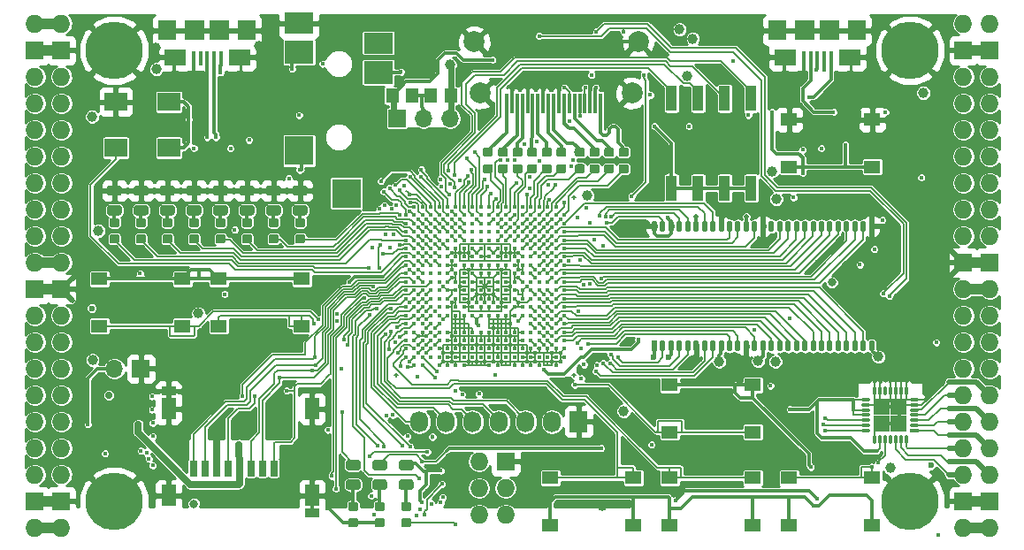
<source format=gtl>
G04 #@! TF.GenerationSoftware,KiCad,Pcbnew,5.0.0+dfsg1-2*
G04 #@! TF.CreationDate,2018-09-16T17:24:22+02:00*
G04 #@! TF.ProjectId,ulx3s,756C7833732E6B696361645F70636200,rev?*
G04 #@! TF.SameCoordinates,Original*
G04 #@! TF.FileFunction,Copper,L1,Top,Signal*
G04 #@! TF.FilePolarity,Positive*
%FSLAX46Y46*%
G04 Gerber Fmt 4.6, Leading zero omitted, Abs format (unit mm)*
G04 Created by KiCad (PCBNEW 5.0.0+dfsg1-2) date Sun Sep 16 17:24:22 2018*
%MOMM*%
%LPD*%
G01*
G04 APERTURE LIST*
G04 #@! TA.AperFunction,BGAPad,CuDef*
%ADD10C,0.400000*%
G04 #@! TD*
G04 #@! TA.AperFunction,SMDPad,CuDef*
%ADD11O,0.127000X0.508000*%
G04 #@! TD*
G04 #@! TA.AperFunction,SMDPad,CuDef*
%ADD12O,0.508000X0.127000*%
G04 #@! TD*
G04 #@! TA.AperFunction,SMDPad,CuDef*
%ADD13R,1.625000X1.625000*%
G04 #@! TD*
G04 #@! TA.AperFunction,SMDPad,CuDef*
%ADD14O,0.300000X0.950000*%
G04 #@! TD*
G04 #@! TA.AperFunction,SMDPad,CuDef*
%ADD15O,0.950000X0.300000*%
G04 #@! TD*
G04 #@! TA.AperFunction,SMDPad,CuDef*
%ADD16R,0.950000X0.300000*%
G04 #@! TD*
G04 #@! TA.AperFunction,Conductor*
%ADD17C,0.100000*%
G04 #@! TD*
G04 #@! TA.AperFunction,SMDPad,CuDef*
%ADD18C,0.875000*%
G04 #@! TD*
G04 #@! TA.AperFunction,SMDPad,CuDef*
%ADD19C,0.975000*%
G04 #@! TD*
G04 #@! TA.AperFunction,SMDPad,CuDef*
%ADD20O,0.560000X1.100000*%
G04 #@! TD*
G04 #@! TA.AperFunction,SMDPad,CuDef*
%ADD21R,0.560000X1.100000*%
G04 #@! TD*
G04 #@! TA.AperFunction,SMDPad,CuDef*
%ADD22R,1.120000X2.440000*%
G04 #@! TD*
G04 #@! TA.AperFunction,SMDPad,CuDef*
%ADD23R,1.800000X1.900000*%
G04 #@! TD*
G04 #@! TA.AperFunction,SMDPad,CuDef*
%ADD24R,0.400000X1.350000*%
G04 #@! TD*
G04 #@! TA.AperFunction,SMDPad,CuDef*
%ADD25R,1.900000X1.900000*%
G04 #@! TD*
G04 #@! TA.AperFunction,SMDPad,CuDef*
%ADD26R,2.100000X1.600000*%
G04 #@! TD*
G04 #@! TA.AperFunction,SMDPad,CuDef*
%ADD27R,2.800000X2.000000*%
G04 #@! TD*
G04 #@! TA.AperFunction,SMDPad,CuDef*
%ADD28R,2.800000X2.200000*%
G04 #@! TD*
G04 #@! TA.AperFunction,SMDPad,CuDef*
%ADD29R,2.800000X2.800000*%
G04 #@! TD*
G04 #@! TA.AperFunction,SMDPad,CuDef*
%ADD30R,0.300000X1.900000*%
G04 #@! TD*
G04 #@! TA.AperFunction,ComponentPad*
%ADD31C,2.000000*%
G04 #@! TD*
G04 #@! TA.AperFunction,SMDPad,CuDef*
%ADD32R,0.700000X1.500000*%
G04 #@! TD*
G04 #@! TA.AperFunction,SMDPad,CuDef*
%ADD33R,1.450000X0.900000*%
G04 #@! TD*
G04 #@! TA.AperFunction,SMDPad,CuDef*
%ADD34R,1.450000X2.000000*%
G04 #@! TD*
G04 #@! TA.AperFunction,SMDPad,CuDef*
%ADD35R,2.200000X1.800000*%
G04 #@! TD*
G04 #@! TA.AperFunction,ComponentPad*
%ADD36R,1.727200X2.032000*%
G04 #@! TD*
G04 #@! TA.AperFunction,ComponentPad*
%ADD37O,1.727200X2.032000*%
G04 #@! TD*
G04 #@! TA.AperFunction,ComponentPad*
%ADD38O,1.727200X1.727200*%
G04 #@! TD*
G04 #@! TA.AperFunction,ComponentPad*
%ADD39R,1.727200X1.727200*%
G04 #@! TD*
G04 #@! TA.AperFunction,ComponentPad*
%ADD40C,5.500000*%
G04 #@! TD*
G04 #@! TA.AperFunction,ComponentPad*
%ADD41R,1.700000X1.700000*%
G04 #@! TD*
G04 #@! TA.AperFunction,ComponentPad*
%ADD42O,1.700000X1.700000*%
G04 #@! TD*
G04 #@! TA.AperFunction,SMDPad,CuDef*
%ADD43R,1.295000X1.400000*%
G04 #@! TD*
G04 #@! TA.AperFunction,SMDPad,CuDef*
%ADD44R,1.550000X1.300000*%
G04 #@! TD*
G04 #@! TA.AperFunction,ViaPad*
%ADD45C,2.000000*%
G04 #@! TD*
G04 #@! TA.AperFunction,ViaPad*
%ADD46C,0.419000*%
G04 #@! TD*
G04 #@! TA.AperFunction,ViaPad*
%ADD47C,1.000000*%
G04 #@! TD*
G04 #@! TA.AperFunction,ViaPad*
%ADD48C,0.600000*%
G04 #@! TD*
G04 #@! TA.AperFunction,ViaPad*
%ADD49C,0.800000*%
G04 #@! TD*
G04 #@! TA.AperFunction,ViaPad*
%ADD50C,0.500000*%
G04 #@! TD*
G04 #@! TA.AperFunction,ViaPad*
%ADD51C,0.700000*%
G04 #@! TD*
G04 #@! TA.AperFunction,ViaPad*
%ADD52C,0.454000*%
G04 #@! TD*
G04 #@! TA.AperFunction,Conductor*
%ADD53C,0.300000*%
G04 #@! TD*
G04 #@! TA.AperFunction,Conductor*
%ADD54C,0.127000*%
G04 #@! TD*
G04 #@! TA.AperFunction,Conductor*
%ADD55C,0.500000*%
G04 #@! TD*
G04 #@! TA.AperFunction,Conductor*
%ADD56C,1.000000*%
G04 #@! TD*
G04 #@! TA.AperFunction,Conductor*
%ADD57C,0.190000*%
G04 #@! TD*
G04 #@! TA.AperFunction,Conductor*
%ADD58C,0.700000*%
G04 #@! TD*
G04 #@! TA.AperFunction,Conductor*
%ADD59C,0.600000*%
G04 #@! TD*
G04 #@! TA.AperFunction,Conductor*
%ADD60C,0.800000*%
G04 #@! TD*
G04 #@! TA.AperFunction,Conductor*
%ADD61C,0.140000*%
G04 #@! TD*
G04 #@! TA.AperFunction,Conductor*
%ADD62C,0.254000*%
G04 #@! TD*
G04 APERTURE END LIST*
D10*
G04 #@! TO.P,U1,Y19*
G04 #@! TO.N,GND*
X145280000Y-95400000D03*
G04 #@! TO.P,U1,Y17*
X143680000Y-95400000D03*
G04 #@! TO.P,U1,Y16*
X142880000Y-95400000D03*
G04 #@! TO.P,U1,Y15*
X142080000Y-95400000D03*
G04 #@! TO.P,U1,Y14*
X141280000Y-95400000D03*
G04 #@! TO.P,U1,Y12*
X139680000Y-95400000D03*
G04 #@! TO.P,U1,Y11*
X138880000Y-95400000D03*
G04 #@! TO.P,U1,Y8*
X136480000Y-95400000D03*
G04 #@! TO.P,U1,Y7*
X135680000Y-95400000D03*
G04 #@! TO.P,U1,Y6*
X134880000Y-95400000D03*
G04 #@! TO.P,U1,Y5*
X134080000Y-95400000D03*
G04 #@! TO.P,U1,Y3*
G04 #@! TO.N,/flash/FPGA_DONE*
X132480000Y-95400000D03*
G04 #@! TO.P,U1,Y2*
G04 #@! TO.N,/flash/FLASH_nWP*
X131680000Y-95400000D03*
G04 #@! TO.P,U1,W20*
G04 #@! TO.N,GND*
X146080000Y-94600000D03*
G04 #@! TO.P,U1,W19*
X145280000Y-94600000D03*
G04 #@! TO.P,U1,W18*
G04 #@! TO.N,N/C*
X144480000Y-94600000D03*
G04 #@! TO.P,U1,W17*
X143680000Y-94600000D03*
G04 #@! TO.P,U1,W16*
G04 #@! TO.N,GND*
X142880000Y-94600000D03*
G04 #@! TO.P,U1,W15*
X142080000Y-94600000D03*
G04 #@! TO.P,U1,W14*
G04 #@! TO.N,N/C*
X141280000Y-94600000D03*
G04 #@! TO.P,U1,W13*
X140480000Y-94600000D03*
G04 #@! TO.P,U1,W12*
G04 #@! TO.N,GND*
X139680000Y-94600000D03*
G04 #@! TO.P,U1,W11*
G04 #@! TO.N,N/C*
X138880000Y-94600000D03*
G04 #@! TO.P,U1,W10*
X138080000Y-94600000D03*
G04 #@! TO.P,U1,W9*
X137280000Y-94600000D03*
G04 #@! TO.P,U1,W8*
X136480000Y-94600000D03*
G04 #@! TO.P,U1,W7*
G04 #@! TO.N,GND*
X135680000Y-94600000D03*
G04 #@! TO.P,U1,W6*
X134880000Y-94600000D03*
G04 #@! TO.P,U1,W5*
G04 #@! TO.N,N/C*
X134080000Y-94600000D03*
G04 #@! TO.P,U1,W4*
X133280000Y-94600000D03*
G04 #@! TO.P,U1,W3*
G04 #@! TO.N,/flash/FPGA_PROGRAMN*
X132480000Y-94600000D03*
G04 #@! TO.P,U1,W2*
G04 #@! TO.N,/flash/FLASH_MOSI*
X131680000Y-94600000D03*
G04 #@! TO.P,U1,W1*
G04 #@! TO.N,/flash/FLASH_nHOLD*
X130880000Y-94600000D03*
G04 #@! TO.P,U1,V20*
G04 #@! TO.N,GND*
X146080000Y-93800000D03*
G04 #@! TO.P,U1,V19*
X145280000Y-93800000D03*
G04 #@! TO.P,U1,V18*
X144480000Y-93800000D03*
G04 #@! TO.P,U1,V17*
X143680000Y-93800000D03*
G04 #@! TO.P,U1,V16*
X142880000Y-93800000D03*
G04 #@! TO.P,U1,V15*
X142080000Y-93800000D03*
G04 #@! TO.P,U1,V14*
X141280000Y-93800000D03*
G04 #@! TO.P,U1,V13*
X140480000Y-93800000D03*
G04 #@! TO.P,U1,V12*
X139680000Y-93800000D03*
G04 #@! TO.P,U1,V11*
X138880000Y-93800000D03*
G04 #@! TO.P,U1,V10*
X138080000Y-93800000D03*
G04 #@! TO.P,U1,V9*
X137280000Y-93800000D03*
G04 #@! TO.P,U1,V8*
X136480000Y-93800000D03*
G04 #@! TO.P,U1,V7*
X135680000Y-93800000D03*
G04 #@! TO.P,U1,V6*
X134880000Y-93800000D03*
G04 #@! TO.P,U1,V5*
X134080000Y-93800000D03*
G04 #@! TO.P,U1,V4*
G04 #@! TO.N,JTAG_TDO*
X133280000Y-93800000D03*
G04 #@! TO.P,U1,V3*
G04 #@! TO.N,/flash/FPGA_INITN*
X132480000Y-93800000D03*
G04 #@! TO.P,U1,V2*
G04 #@! TO.N,/flash/FLASH_MISO*
X131680000Y-93800000D03*
G04 #@! TO.P,U1,V1*
G04 #@! TO.N,BTN_D*
X130880000Y-93800000D03*
G04 #@! TO.P,U1,U20*
G04 #@! TO.N,SDRAM_D7*
X146080000Y-93000000D03*
G04 #@! TO.P,U1,U19*
G04 #@! TO.N,SDRAM_DQM0*
X145280000Y-93000000D03*
G04 #@! TO.P,U1,U18*
G04 #@! TO.N,GP14*
X144480000Y-93000000D03*
G04 #@! TO.P,U1,U17*
G04 #@! TO.N,GN14*
X143680000Y-93000000D03*
G04 #@! TO.P,U1,U16*
G04 #@! TO.N,ADC_MISO*
X142880000Y-93000000D03*
G04 #@! TO.P,U1,U15*
G04 #@! TO.N,GND*
X142080000Y-93000000D03*
G04 #@! TO.P,U1,U14*
X141280000Y-93000000D03*
G04 #@! TO.P,U1,U13*
X140480000Y-93000000D03*
G04 #@! TO.P,U1,U12*
X139680000Y-93000000D03*
G04 #@! TO.P,U1,U11*
X138880000Y-93000000D03*
G04 #@! TO.P,U1,U10*
X138080000Y-93000000D03*
G04 #@! TO.P,U1,U9*
X137280000Y-93000000D03*
G04 #@! TO.P,U1,U8*
X136480000Y-93000000D03*
G04 #@! TO.P,U1,U7*
X135680000Y-93000000D03*
G04 #@! TO.P,U1,U6*
X134880000Y-93000000D03*
G04 #@! TO.P,U1,U5*
G04 #@! TO.N,JTAG_TMS*
X134080000Y-93000000D03*
G04 #@! TO.P,U1,U4*
G04 #@! TO.N,GND*
X133280000Y-93000000D03*
G04 #@! TO.P,U1,U3*
G04 #@! TO.N,/flash/FLASH_SCK*
X132480000Y-93000000D03*
G04 #@! TO.P,U1,U2*
G04 #@! TO.N,+3V3*
X131680000Y-93000000D03*
G04 #@! TO.P,U1,U1*
G04 #@! TO.N,BTN_L*
X130880000Y-93000000D03*
G04 #@! TO.P,U1,T20*
G04 #@! TO.N,SDRAM_nWE*
X146080000Y-92200000D03*
G04 #@! TO.P,U1,T19*
G04 #@! TO.N,SDRAM_nCAS*
X145280000Y-92200000D03*
G04 #@! TO.P,U1,T18*
G04 #@! TO.N,SDRAM_D5*
X144480000Y-92200000D03*
G04 #@! TO.P,U1,T17*
G04 #@! TO.N,SDRAM_D6*
X143680000Y-92200000D03*
G04 #@! TO.P,U1,T16*
G04 #@! TO.N,N/C*
X142880000Y-92200000D03*
G04 #@! TO.P,U1,T15*
G04 #@! TO.N,GND*
X142080000Y-92200000D03*
G04 #@! TO.P,U1,T14*
X141280000Y-92200000D03*
G04 #@! TO.P,U1,T13*
X140480000Y-92200000D03*
G04 #@! TO.P,U1,T12*
X139680000Y-92200000D03*
G04 #@! TO.P,U1,T11*
X138880000Y-92200000D03*
G04 #@! TO.P,U1,T10*
X138080000Y-92200000D03*
G04 #@! TO.P,U1,T9*
X137280000Y-92200000D03*
G04 #@! TO.P,U1,T8*
X136480000Y-92200000D03*
G04 #@! TO.P,U1,T7*
X135680000Y-92200000D03*
G04 #@! TO.P,U1,T6*
X134880000Y-92200000D03*
G04 #@! TO.P,U1,T5*
G04 #@! TO.N,JTAG_TCK*
X134080000Y-92200000D03*
G04 #@! TO.P,U1,T4*
G04 #@! TO.N,+3V3*
X133280000Y-92200000D03*
G04 #@! TO.P,U1,T3*
X132480000Y-92200000D03*
G04 #@! TO.P,U1,T2*
X131680000Y-92200000D03*
G04 #@! TO.P,U1,T1*
G04 #@! TO.N,BTN_F2*
X130880000Y-92200000D03*
G04 #@! TO.P,U1,R20*
G04 #@! TO.N,SDRAM_nRAS*
X146080000Y-91400000D03*
G04 #@! TO.P,U1,R19*
G04 #@! TO.N,GND*
X145280000Y-91400000D03*
G04 #@! TO.P,U1,R18*
G04 #@! TO.N,BTN_U*
X144480000Y-91400000D03*
G04 #@! TO.P,U1,R17*
G04 #@! TO.N,ADC_CSn*
X143680000Y-91400000D03*
G04 #@! TO.P,U1,R16*
G04 #@! TO.N,ADC_MOSI*
X142880000Y-91400000D03*
G04 #@! TO.P,U1,R5*
G04 #@! TO.N,JTAG_TDI*
X134080000Y-91400000D03*
G04 #@! TO.P,U1,R4*
G04 #@! TO.N,GND*
X133280000Y-91400000D03*
G04 #@! TO.P,U1,R3*
G04 #@! TO.N,N/C*
X132480000Y-91400000D03*
G04 #@! TO.P,U1,R2*
G04 #@! TO.N,/flash/FLASH_nCS*
X131680000Y-91400000D03*
G04 #@! TO.P,U1,R1*
G04 #@! TO.N,BTN_F1*
X130880000Y-91400000D03*
G04 #@! TO.P,U1,P20*
G04 #@! TO.N,SDRAM_nCS*
X146080000Y-90600000D03*
G04 #@! TO.P,U1,P19*
G04 #@! TO.N,SDRAM_BA0*
X145280000Y-90600000D03*
G04 #@! TO.P,U1,P18*
G04 #@! TO.N,SDRAM_D4*
X144480000Y-90600000D03*
G04 #@! TO.P,U1,P17*
G04 #@! TO.N,ADC_SCLK*
X143680000Y-90600000D03*
G04 #@! TO.P,U1,P16*
G04 #@! TO.N,GN15*
X142880000Y-90600000D03*
G04 #@! TO.P,U1,P15*
G04 #@! TO.N,+2V5*
X142080000Y-90600000D03*
G04 #@! TO.P,U1,P14*
G04 #@! TO.N,GND*
X141280000Y-90600000D03*
G04 #@! TO.P,U1,P13*
X140480000Y-90600000D03*
G04 #@! TO.P,U1,P12*
X139680000Y-90600000D03*
G04 #@! TO.P,U1,P11*
X138880000Y-90600000D03*
G04 #@! TO.P,U1,P10*
G04 #@! TO.N,+3V3*
X138080000Y-90600000D03*
G04 #@! TO.P,U1,P9*
X137280000Y-90600000D03*
G04 #@! TO.P,U1,P8*
G04 #@! TO.N,GND*
X136480000Y-90600000D03*
G04 #@! TO.P,U1,P7*
X135680000Y-90600000D03*
G04 #@! TO.P,U1,P6*
G04 #@! TO.N,+2V5*
X134880000Y-90600000D03*
G04 #@! TO.P,U1,P5*
G04 #@! TO.N,N/C*
X134080000Y-90600000D03*
G04 #@! TO.P,U1,P4*
G04 #@! TO.N,OLED_CLK*
X133280000Y-90600000D03*
G04 #@! TO.P,U1,P3*
G04 #@! TO.N,OLED_MOSI*
X132480000Y-90600000D03*
G04 #@! TO.P,U1,P2*
G04 #@! TO.N,OLED_RES*
X131680000Y-90600000D03*
G04 #@! TO.P,U1,P1*
G04 #@! TO.N,OLED_DC*
X130880000Y-90600000D03*
G04 #@! TO.P,U1,N20*
G04 #@! TO.N,SDRAM_BA1*
X146080000Y-89800000D03*
G04 #@! TO.P,U1,N19*
G04 #@! TO.N,SDRAM_A10*
X145280000Y-89800000D03*
G04 #@! TO.P,U1,N18*
G04 #@! TO.N,SDRAM_D3*
X144480000Y-89800000D03*
G04 #@! TO.P,U1,N17*
G04 #@! TO.N,GP15*
X143680000Y-89800000D03*
G04 #@! TO.P,U1,N16*
G04 #@! TO.N,GP16*
X142880000Y-89800000D03*
G04 #@! TO.P,U1,N15*
G04 #@! TO.N,GND*
X142080000Y-89800000D03*
G04 #@! TO.P,U1,N14*
X141280000Y-89800000D03*
G04 #@! TO.P,U1,N13*
G04 #@! TO.N,+1V1*
X140480000Y-89800000D03*
G04 #@! TO.P,U1,N12*
X139680000Y-89800000D03*
G04 #@! TO.P,U1,N11*
X138880000Y-89800000D03*
G04 #@! TO.P,U1,N10*
X138080000Y-89800000D03*
G04 #@! TO.P,U1,N9*
X137280000Y-89800000D03*
G04 #@! TO.P,U1,N8*
X136480000Y-89800000D03*
G04 #@! TO.P,U1,N7*
G04 #@! TO.N,GND*
X135680000Y-89800000D03*
G04 #@! TO.P,U1,N6*
X134880000Y-89800000D03*
G04 #@! TO.P,U1,N5*
G04 #@! TO.N,N/C*
X134080000Y-89800000D03*
G04 #@! TO.P,U1,N4*
G04 #@! TO.N,WIFI_GPIO5*
X133280000Y-89800000D03*
G04 #@! TO.P,U1,N3*
G04 #@! TO.N,WIFI_GPIO17*
X132480000Y-89800000D03*
G04 #@! TO.P,U1,N2*
G04 #@! TO.N,OLED_CS*
X131680000Y-89800000D03*
G04 #@! TO.P,U1,N1*
G04 #@! TO.N,FTDI_nDTR*
X130880000Y-89800000D03*
G04 #@! TO.P,U1,M20*
G04 #@! TO.N,SDRAM_A0*
X146080000Y-89000000D03*
G04 #@! TO.P,U1,M19*
G04 #@! TO.N,SDRAM_A1*
X145280000Y-89000000D03*
G04 #@! TO.P,U1,M18*
G04 #@! TO.N,SDRAM_D2*
X144480000Y-89000000D03*
G04 #@! TO.P,U1,M17*
G04 #@! TO.N,GN16*
X143680000Y-89000000D03*
G04 #@! TO.P,U1,M16*
G04 #@! TO.N,GND*
X142880000Y-89000000D03*
G04 #@! TO.P,U1,M15*
G04 #@! TO.N,+3V3*
X142080000Y-89000000D03*
G04 #@! TO.P,U1,M14*
G04 #@! TO.N,GND*
X141280000Y-89000000D03*
G04 #@! TO.P,U1,M13*
G04 #@! TO.N,+1V1*
X140480000Y-89000000D03*
G04 #@! TO.P,U1,M12*
G04 #@! TO.N,GND*
X139680000Y-89000000D03*
G04 #@! TO.P,U1,M11*
X138880000Y-89000000D03*
G04 #@! TO.P,U1,M10*
X138080000Y-89000000D03*
G04 #@! TO.P,U1,M9*
X137280000Y-89000000D03*
G04 #@! TO.P,U1,M8*
G04 #@! TO.N,+1V1*
X136480000Y-89000000D03*
G04 #@! TO.P,U1,M7*
G04 #@! TO.N,GND*
X135680000Y-89000000D03*
G04 #@! TO.P,U1,M6*
G04 #@! TO.N,+3V3*
X134880000Y-89000000D03*
G04 #@! TO.P,U1,M5*
G04 #@! TO.N,N/C*
X134080000Y-89000000D03*
G04 #@! TO.P,U1,M4*
G04 #@! TO.N,USER_PROGRAMN*
X133280000Y-89000000D03*
G04 #@! TO.P,U1,M3*
G04 #@! TO.N,FTDI_nRTS*
X132480000Y-89000000D03*
G04 #@! TO.P,U1,M2*
G04 #@! TO.N,GND*
X131680000Y-89000000D03*
G04 #@! TO.P,U1,M1*
G04 #@! TO.N,FTDI_TXD*
X130880000Y-89000000D03*
G04 #@! TO.P,U1,L20*
G04 #@! TO.N,SDRAM_A2*
X146080000Y-88200000D03*
G04 #@! TO.P,U1,L19*
G04 #@! TO.N,SDRAM_A3*
X145280000Y-88200000D03*
G04 #@! TO.P,U1,L18*
G04 #@! TO.N,SDRAM_D1*
X144480000Y-88200000D03*
G04 #@! TO.P,U1,L17*
G04 #@! TO.N,GN17*
X143680000Y-88200000D03*
G04 #@! TO.P,U1,L16*
G04 #@! TO.N,GP17*
X142880000Y-88200000D03*
G04 #@! TO.P,U1,L15*
G04 #@! TO.N,+3V3*
X142080000Y-88200000D03*
G04 #@! TO.P,U1,L14*
X141280000Y-88200000D03*
G04 #@! TO.P,U1,L13*
G04 #@! TO.N,+1V1*
X140480000Y-88200000D03*
G04 #@! TO.P,U1,L12*
G04 #@! TO.N,GND*
X139680000Y-88200000D03*
G04 #@! TO.P,U1,L11*
X138880000Y-88200000D03*
G04 #@! TO.P,U1,L10*
X138080000Y-88200000D03*
G04 #@! TO.P,U1,L9*
X137280000Y-88200000D03*
G04 #@! TO.P,U1,L8*
G04 #@! TO.N,+1V1*
X136480000Y-88200000D03*
G04 #@! TO.P,U1,L7*
G04 #@! TO.N,+3V3*
X135680000Y-88200000D03*
G04 #@! TO.P,U1,L6*
X134880000Y-88200000D03*
G04 #@! TO.P,U1,L5*
G04 #@! TO.N,N/C*
X134080000Y-88200000D03*
G04 #@! TO.P,U1,L4*
G04 #@! TO.N,FTDI_RXD*
X133280000Y-88200000D03*
G04 #@! TO.P,U1,L3*
G04 #@! TO.N,FTDI_TXDEN*
X132480000Y-88200000D03*
G04 #@! TO.P,U1,L2*
G04 #@! TO.N,WIFI_GPIO0*
X131680000Y-88200000D03*
G04 #@! TO.P,U1,L1*
G04 #@! TO.N,WIFI_GPIO16*
X130880000Y-88200000D03*
G04 #@! TO.P,U1,K20*
G04 #@! TO.N,SDRAM_A4*
X146080000Y-87400000D03*
G04 #@! TO.P,U1,K19*
G04 #@! TO.N,SDRAM_A5*
X145280000Y-87400000D03*
G04 #@! TO.P,U1,K18*
G04 #@! TO.N,SDRAM_A6*
X144480000Y-87400000D03*
G04 #@! TO.P,U1,K17*
G04 #@! TO.N,N/C*
X143680000Y-87400000D03*
G04 #@! TO.P,U1,K16*
X142880000Y-87400000D03*
G04 #@! TO.P,U1,K15*
G04 #@! TO.N,GND*
X142080000Y-87400000D03*
G04 #@! TO.P,U1,K14*
X141280000Y-87400000D03*
G04 #@! TO.P,U1,K13*
G04 #@! TO.N,+1V1*
X140480000Y-87400000D03*
G04 #@! TO.P,U1,K12*
G04 #@! TO.N,GND*
X139680000Y-87400000D03*
G04 #@! TO.P,U1,K11*
X138880000Y-87400000D03*
G04 #@! TO.P,U1,K10*
X138080000Y-87400000D03*
G04 #@! TO.P,U1,K9*
X137280000Y-87400000D03*
G04 #@! TO.P,U1,K8*
G04 #@! TO.N,+1V1*
X136480000Y-87400000D03*
G04 #@! TO.P,U1,K7*
G04 #@! TO.N,GND*
X135680000Y-87400000D03*
G04 #@! TO.P,U1,K6*
X134880000Y-87400000D03*
G04 #@! TO.P,U1,K5*
G04 #@! TO.N,N/C*
X134080000Y-87400000D03*
G04 #@! TO.P,U1,K4*
G04 #@! TO.N,WIFI_TXD*
X133280000Y-87400000D03*
G04 #@! TO.P,U1,K3*
G04 #@! TO.N,WIFI_RXD*
X132480000Y-87400000D03*
G04 #@! TO.P,U1,K2*
G04 #@! TO.N,SD_D3*
X131680000Y-87400000D03*
G04 #@! TO.P,U1,K1*
G04 #@! TO.N,SD_D2*
X130880000Y-87400000D03*
G04 #@! TO.P,U1,J20*
G04 #@! TO.N,SDRAM_A7*
X146080000Y-86600000D03*
G04 #@! TO.P,U1,J19*
G04 #@! TO.N,SDRAM_A8*
X145280000Y-86600000D03*
G04 #@! TO.P,U1,J18*
G04 #@! TO.N,SDRAM_D14*
X144480000Y-86600000D03*
G04 #@! TO.P,U1,J17*
G04 #@! TO.N,SDRAM_D15*
X143680000Y-86600000D03*
G04 #@! TO.P,U1,J16*
G04 #@! TO.N,SDRAM_D0*
X142880000Y-86600000D03*
G04 #@! TO.P,U1,J15*
G04 #@! TO.N,+3V3*
X142080000Y-86600000D03*
G04 #@! TO.P,U1,J14*
G04 #@! TO.N,GND*
X141280000Y-86600000D03*
G04 #@! TO.P,U1,J13*
G04 #@! TO.N,+1V1*
X140480000Y-86600000D03*
G04 #@! TO.P,U1,J12*
G04 #@! TO.N,GND*
X139680000Y-86600000D03*
G04 #@! TO.P,U1,J11*
X138880000Y-86600000D03*
G04 #@! TO.P,U1,J10*
X138080000Y-86600000D03*
G04 #@! TO.P,U1,J9*
X137280000Y-86600000D03*
G04 #@! TO.P,U1,J8*
G04 #@! TO.N,+1V1*
X136480000Y-86600000D03*
G04 #@! TO.P,U1,J7*
G04 #@! TO.N,GND*
X135680000Y-86600000D03*
G04 #@! TO.P,U1,J6*
G04 #@! TO.N,2V5_3V3*
X134880000Y-86600000D03*
G04 #@! TO.P,U1,J5*
G04 #@! TO.N,N/C*
X134080000Y-86600000D03*
G04 #@! TO.P,U1,J4*
X133280000Y-86600000D03*
G04 #@! TO.P,U1,J3*
G04 #@! TO.N,SD_D0*
X132480000Y-86600000D03*
G04 #@! TO.P,U1,J2*
G04 #@! TO.N,GND*
X131680000Y-86600000D03*
G04 #@! TO.P,U1,J1*
G04 #@! TO.N,SD_CMD*
X130880000Y-86600000D03*
G04 #@! TO.P,U1,H20*
G04 #@! TO.N,SDRAM_A9*
X146080000Y-85800000D03*
G04 #@! TO.P,U1,H19*
G04 #@! TO.N,GND*
X145280000Y-85800000D03*
G04 #@! TO.P,U1,H18*
G04 #@! TO.N,GP18*
X144480000Y-85800000D03*
G04 #@! TO.P,U1,H17*
G04 #@! TO.N,GN18*
X143680000Y-85800000D03*
G04 #@! TO.P,U1,H16*
G04 #@! TO.N,BTN_R*
X142880000Y-85800000D03*
G04 #@! TO.P,U1,H15*
G04 #@! TO.N,+3V3*
X142080000Y-85800000D03*
G04 #@! TO.P,U1,H14*
X141280000Y-85800000D03*
G04 #@! TO.P,U1,H13*
G04 #@! TO.N,+1V1*
X140480000Y-85800000D03*
G04 #@! TO.P,U1,H12*
X139680000Y-85800000D03*
G04 #@! TO.P,U1,H11*
X138880000Y-85800000D03*
G04 #@! TO.P,U1,H10*
X138080000Y-85800000D03*
G04 #@! TO.P,U1,H9*
X137280000Y-85800000D03*
G04 #@! TO.P,U1,H8*
X136480000Y-85800000D03*
G04 #@! TO.P,U1,H7*
G04 #@! TO.N,2V5_3V3*
X135680000Y-85800000D03*
G04 #@! TO.P,U1,H6*
X134880000Y-85800000D03*
G04 #@! TO.P,U1,H5*
G04 #@! TO.N,AUDIO_V0*
X134080000Y-85800000D03*
G04 #@! TO.P,U1,H4*
G04 #@! TO.N,GP13*
X133280000Y-85800000D03*
G04 #@! TO.P,U1,H3*
G04 #@! TO.N,LED7*
X132480000Y-85800000D03*
G04 #@! TO.P,U1,H2*
G04 #@! TO.N,SD_CLK*
X131680000Y-85800000D03*
G04 #@! TO.P,U1,H1*
G04 #@! TO.N,SD_D1*
X130880000Y-85800000D03*
G04 #@! TO.P,U1,G20*
G04 #@! TO.N,SDRAM_A11*
X146080000Y-85000000D03*
G04 #@! TO.P,U1,G19*
G04 #@! TO.N,SDRAM_A12*
X145280000Y-85000000D03*
G04 #@! TO.P,U1,G18*
G04 #@! TO.N,GN19*
X144480000Y-85000000D03*
G04 #@! TO.P,U1,G17*
G04 #@! TO.N,GND*
X143680000Y-85000000D03*
G04 #@! TO.P,U1,G16*
G04 #@! TO.N,SHUTDOWN*
X142880000Y-85000000D03*
G04 #@! TO.P,U1,G15*
G04 #@! TO.N,GND*
X142080000Y-85000000D03*
G04 #@! TO.P,U1,G14*
X141280000Y-85000000D03*
G04 #@! TO.P,U1,G13*
X140480000Y-85000000D03*
G04 #@! TO.P,U1,G12*
X139680000Y-85000000D03*
G04 #@! TO.P,U1,G11*
X138880000Y-85000000D03*
G04 #@! TO.P,U1,G10*
X138080000Y-85000000D03*
G04 #@! TO.P,U1,G9*
X137280000Y-85000000D03*
G04 #@! TO.P,U1,G8*
X136480000Y-85000000D03*
G04 #@! TO.P,U1,G7*
X135680000Y-85000000D03*
G04 #@! TO.P,U1,G6*
X134880000Y-85000000D03*
G04 #@! TO.P,U1,G5*
G04 #@! TO.N,GN13*
X134080000Y-85000000D03*
G04 #@! TO.P,U1,G4*
G04 #@! TO.N,GND*
X133280000Y-85000000D03*
G04 #@! TO.P,U1,G3*
G04 #@! TO.N,GP12*
X132480000Y-85000000D03*
G04 #@! TO.P,U1,G2*
G04 #@! TO.N,CLK_25MHz*
X131680000Y-85000000D03*
G04 #@! TO.P,U1,G1*
G04 #@! TO.N,/usb/ANT_433MHz*
X130880000Y-85000000D03*
G04 #@! TO.P,U1,F20*
G04 #@! TO.N,SDRAM_CKE*
X146080000Y-84200000D03*
G04 #@! TO.P,U1,F19*
G04 #@! TO.N,SDRAM_CLK*
X145280000Y-84200000D03*
G04 #@! TO.P,U1,F18*
G04 #@! TO.N,SDRAM_D13*
X144480000Y-84200000D03*
G04 #@! TO.P,U1,F17*
G04 #@! TO.N,GP19*
X143680000Y-84200000D03*
G04 #@! TO.P,U1,F16*
G04 #@! TO.N,USB_FPGA_D-*
X142880000Y-84200000D03*
G04 #@! TO.P,U1,F15*
G04 #@! TO.N,+2V5*
X142080000Y-84200000D03*
G04 #@! TO.P,U1,F14*
G04 #@! TO.N,GND*
X141280000Y-84200000D03*
G04 #@! TO.P,U1,F13*
X140480000Y-84200000D03*
G04 #@! TO.P,U1,F12*
G04 #@! TO.N,+3V3*
X139680000Y-84200000D03*
G04 #@! TO.P,U1,F11*
X138880000Y-84200000D03*
G04 #@! TO.P,U1,F10*
G04 #@! TO.N,2V5_3V3*
X138080000Y-84200000D03*
G04 #@! TO.P,U1,F9*
X137280000Y-84200000D03*
G04 #@! TO.P,U1,F8*
G04 #@! TO.N,GND*
X136480000Y-84200000D03*
G04 #@! TO.P,U1,F7*
X135680000Y-84200000D03*
G04 #@! TO.P,U1,F6*
G04 #@! TO.N,+2V5*
X134880000Y-84200000D03*
G04 #@! TO.P,U1,F5*
G04 #@! TO.N,AUDIO_V2*
X134080000Y-84200000D03*
G04 #@! TO.P,U1,F4*
G04 #@! TO.N,GP11*
X133280000Y-84200000D03*
G04 #@! TO.P,U1,F3*
G04 #@! TO.N,GN12*
X132480000Y-84200000D03*
G04 #@! TO.P,U1,F2*
G04 #@! TO.N,AUDIO_V1*
X131680000Y-84200000D03*
G04 #@! TO.P,U1,F1*
G04 #@! TO.N,WIFI_EN*
X130880000Y-84200000D03*
G04 #@! TO.P,U1,E20*
G04 #@! TO.N,SDRAM_DQM1*
X146080000Y-83400000D03*
G04 #@! TO.P,U1,E19*
G04 #@! TO.N,SDRAM_D8*
X145280000Y-83400000D03*
G04 #@! TO.P,U1,E18*
G04 #@! TO.N,SDRAM_D12*
X144480000Y-83400000D03*
G04 #@! TO.P,U1,E17*
G04 #@! TO.N,GN20*
X143680000Y-83400000D03*
G04 #@! TO.P,U1,E16*
G04 #@! TO.N,USB_FPGA_D+*
X142880000Y-83400000D03*
G04 #@! TO.P,U1,E15*
G04 #@! TO.N,USB_FPGA_D-*
X142080000Y-83400000D03*
G04 #@! TO.P,U1,E14*
G04 #@! TO.N,GN25*
X141280000Y-83400000D03*
G04 #@! TO.P,U1,E13*
G04 #@! TO.N,GN27*
X140480000Y-83400000D03*
G04 #@! TO.P,U1,E12*
G04 #@! TO.N,FPDI_SCL*
X139680000Y-83400000D03*
G04 #@! TO.P,U1,E11*
G04 #@! TO.N,N/C*
X138880000Y-83400000D03*
G04 #@! TO.P,U1,E10*
X138080000Y-83400000D03*
G04 #@! TO.P,U1,E9*
X137280000Y-83400000D03*
G04 #@! TO.P,U1,E8*
G04 #@! TO.N,SW1*
X136480000Y-83400000D03*
G04 #@! TO.P,U1,E7*
G04 #@! TO.N,SW4*
X135680000Y-83400000D03*
G04 #@! TO.P,U1,E6*
G04 #@! TO.N,N/C*
X134880000Y-83400000D03*
G04 #@! TO.P,U1,E5*
G04 #@! TO.N,AUDIO_V3*
X134080000Y-83400000D03*
G04 #@! TO.P,U1,E4*
G04 #@! TO.N,AUDIO_L0*
X133280000Y-83400000D03*
G04 #@! TO.P,U1,E3*
G04 #@! TO.N,GN11*
X132480000Y-83400000D03*
G04 #@! TO.P,U1,E2*
G04 #@! TO.N,LED5*
X131680000Y-83400000D03*
G04 #@! TO.P,U1,E1*
G04 #@! TO.N,LED6*
X130880000Y-83400000D03*
G04 #@! TO.P,U1,D20*
G04 #@! TO.N,SDRAM_D9*
X146080000Y-82600000D03*
G04 #@! TO.P,U1,D19*
G04 #@! TO.N,SDRAM_D10*
X145280000Y-82600000D03*
G04 #@! TO.P,U1,D18*
G04 #@! TO.N,GP20*
X144480000Y-82600000D03*
G04 #@! TO.P,U1,D17*
G04 #@! TO.N,GN21*
X143680000Y-82600000D03*
G04 #@! TO.P,U1,D16*
G04 #@! TO.N,GN24*
X142880000Y-82600000D03*
G04 #@! TO.P,U1,D15*
G04 #@! TO.N,USB_FPGA_D+*
X142080000Y-82600000D03*
G04 #@! TO.P,U1,D14*
G04 #@! TO.N,GP25*
X141280000Y-82600000D03*
G04 #@! TO.P,U1,D13*
G04 #@! TO.N,GP27*
X140480000Y-82600000D03*
G04 #@! TO.P,U1,D12*
G04 #@! TO.N,N/C*
X139680000Y-82600000D03*
G04 #@! TO.P,U1,D11*
X138880000Y-82600000D03*
G04 #@! TO.P,U1,D10*
X138080000Y-82600000D03*
G04 #@! TO.P,U1,D9*
X137280000Y-82600000D03*
G04 #@! TO.P,U1,D8*
G04 #@! TO.N,SW2*
X136480000Y-82600000D03*
G04 #@! TO.P,U1,D7*
G04 #@! TO.N,SW3*
X135680000Y-82600000D03*
G04 #@! TO.P,U1,D6*
G04 #@! TO.N,BTN_PWRn*
X134880000Y-82600000D03*
G04 #@! TO.P,U1,D5*
G04 #@! TO.N,AUDIO_R2*
X134080000Y-82600000D03*
G04 #@! TO.P,U1,D4*
G04 #@! TO.N,GND*
X133280000Y-82600000D03*
G04 #@! TO.P,U1,D3*
G04 #@! TO.N,AUDIO_L1*
X132480000Y-82600000D03*
G04 #@! TO.P,U1,D2*
G04 #@! TO.N,LED3*
X131680000Y-82600000D03*
G04 #@! TO.P,U1,D1*
G04 #@! TO.N,LED4*
X130880000Y-82600000D03*
G04 #@! TO.P,U1,C20*
G04 #@! TO.N,SDRAM_D11*
X146080000Y-81800000D03*
G04 #@! TO.P,U1,C19*
G04 #@! TO.N,GND*
X145280000Y-81800000D03*
G04 #@! TO.P,U1,C18*
G04 #@! TO.N,GP21*
X144480000Y-81800000D03*
G04 #@! TO.P,U1,C17*
G04 #@! TO.N,GN23*
X143680000Y-81800000D03*
G04 #@! TO.P,U1,C16*
G04 #@! TO.N,GP24*
X142880000Y-81800000D03*
G04 #@! TO.P,U1,C15*
G04 #@! TO.N,GN22*
X142080000Y-81800000D03*
G04 #@! TO.P,U1,C14*
G04 #@! TO.N,FPDI_D1-*
X141280000Y-81800000D03*
G04 #@! TO.P,U1,C13*
G04 #@! TO.N,GN26*
X140480000Y-81800000D03*
G04 #@! TO.P,U1,C12*
G04 #@! TO.N,USB_FPGA_PULL_D-*
X139680000Y-81800000D03*
G04 #@! TO.P,U1,C11*
G04 #@! TO.N,GN0*
X138880000Y-81800000D03*
G04 #@! TO.P,U1,C10*
G04 #@! TO.N,GN3*
X138080000Y-81800000D03*
G04 #@! TO.P,U1,C9*
G04 #@! TO.N,N/C*
X137280000Y-81800000D03*
G04 #@! TO.P,U1,C8*
G04 #@! TO.N,GP5*
X136480000Y-81800000D03*
G04 #@! TO.P,U1,C7*
G04 #@! TO.N,GN6*
X135680000Y-81800000D03*
G04 #@! TO.P,U1,C6*
G04 #@! TO.N,GP6*
X134880000Y-81800000D03*
G04 #@! TO.P,U1,C5*
G04 #@! TO.N,AUDIO_R3*
X134080000Y-81800000D03*
G04 #@! TO.P,U1,C4*
G04 #@! TO.N,GP10*
X133280000Y-81800000D03*
G04 #@! TO.P,U1,C3*
G04 #@! TO.N,AUDIO_L2*
X132480000Y-81800000D03*
G04 #@! TO.P,U1,C2*
G04 #@! TO.N,LED1*
X131680000Y-81800000D03*
G04 #@! TO.P,U1,C1*
G04 #@! TO.N,LED2*
X130880000Y-81800000D03*
G04 #@! TO.P,U1,B20*
G04 #@! TO.N,FPDI_ETH-*
X146080000Y-81000000D03*
G04 #@! TO.P,U1,B19*
G04 #@! TO.N,FPDI_SDA*
X145280000Y-81000000D03*
G04 #@! TO.P,U1,B18*
G04 #@! TO.N,FPDI_CLK-*
X144480000Y-81000000D03*
G04 #@! TO.P,U1,B17*
G04 #@! TO.N,GP23*
X143680000Y-81000000D03*
G04 #@! TO.P,U1,B16*
G04 #@! TO.N,FPDI_D0-*
X142880000Y-81000000D03*
G04 #@! TO.P,U1,B15*
G04 #@! TO.N,GP22*
X142080000Y-81000000D03*
G04 #@! TO.P,U1,B14*
G04 #@! TO.N,GND*
X141280000Y-81000000D03*
G04 #@! TO.P,U1,B13*
G04 #@! TO.N,GP26*
X140480000Y-81000000D03*
G04 #@! TO.P,U1,B12*
G04 #@! TO.N,USB_FPGA_PULL_D+*
X139680000Y-81000000D03*
G04 #@! TO.P,U1,B11*
G04 #@! TO.N,GP0*
X138880000Y-81000000D03*
G04 #@! TO.P,U1,B10*
G04 #@! TO.N,GN2*
X138080000Y-81000000D03*
G04 #@! TO.P,U1,B9*
G04 #@! TO.N,GP3*
X137280000Y-81000000D03*
G04 #@! TO.P,U1,B8*
G04 #@! TO.N,GN5*
X136480000Y-81000000D03*
G04 #@! TO.P,U1,B7*
G04 #@! TO.N,GND*
X135680000Y-81000000D03*
G04 #@! TO.P,U1,B6*
G04 #@! TO.N,GN7*
X134880000Y-81000000D03*
G04 #@! TO.P,U1,B5*
G04 #@! TO.N,AUDIO_R1*
X134080000Y-81000000D03*
G04 #@! TO.P,U1,B4*
G04 #@! TO.N,GN10*
X133280000Y-81000000D03*
G04 #@! TO.P,U1,B3*
G04 #@! TO.N,AUDIO_L3*
X132480000Y-81000000D03*
G04 #@! TO.P,U1,B2*
G04 #@! TO.N,LED0*
X131680000Y-81000000D03*
G04 #@! TO.P,U1,B1*
G04 #@! TO.N,GN9*
X130880000Y-81000000D03*
G04 #@! TO.P,U1,A19*
G04 #@! TO.N,FPDI_ETH+*
X145280000Y-80200000D03*
G04 #@! TO.P,U1,A18*
G04 #@! TO.N,/gpdi/FPDI_CEC*
X144480000Y-80200000D03*
G04 #@! TO.P,U1,A17*
G04 #@! TO.N,FPDI_CLK+*
X143680000Y-80200000D03*
G04 #@! TO.P,U1,A16*
G04 #@! TO.N,FPDI_D0+*
X142880000Y-80200000D03*
G04 #@! TO.P,U1,A15*
G04 #@! TO.N,N/C*
X142080000Y-80200000D03*
G04 #@! TO.P,U1,A14*
G04 #@! TO.N,FPDI_D1+*
X141280000Y-80200000D03*
G04 #@! TO.P,U1,A13*
G04 #@! TO.N,FPDI_D2-*
X140480000Y-80200000D03*
G04 #@! TO.P,U1,A12*
G04 #@! TO.N,FPDI_D2+*
X139680000Y-80200000D03*
G04 #@! TO.P,U1,A11*
G04 #@! TO.N,GN1*
X138880000Y-80200000D03*
G04 #@! TO.P,U1,A10*
G04 #@! TO.N,GP1*
X138080000Y-80200000D03*
G04 #@! TO.P,U1,A9*
G04 #@! TO.N,GP2*
X137280000Y-80200000D03*
G04 #@! TO.P,U1,A8*
G04 #@! TO.N,GN4*
X136480000Y-80200000D03*
G04 #@! TO.P,U1,A7*
G04 #@! TO.N,GP4*
X135680000Y-80200000D03*
G04 #@! TO.P,U1,A6*
G04 #@! TO.N,GP7*
X134880000Y-80200000D03*
G04 #@! TO.P,U1,A5*
G04 #@! TO.N,GN8*
X134080000Y-80200000D03*
G04 #@! TO.P,U1,A4*
G04 #@! TO.N,GP8*
X133280000Y-80200000D03*
G04 #@! TO.P,U1,A3*
G04 #@! TO.N,AUDIO_R0*
X132480000Y-80200000D03*
G04 #@! TO.P,U1,A2*
G04 #@! TO.N,GP9*
X131680000Y-80200000D03*
D11*
G04 #@! TO.P,U1,X*
G04 #@! TO.N,N/C*
X146980000Y-79300000D03*
D12*
X146980000Y-79300000D03*
D11*
X129980000Y-96300000D03*
D12*
X129980000Y-96300000D03*
X146980000Y-96300000D03*
D11*
X146980000Y-96300000D03*
G04 #@! TD*
D13*
G04 #@! TO.P,U8,29*
G04 #@! TO.N,GND*
X178097500Y-100967500D03*
X178097500Y-99342500D03*
X176472500Y-100967500D03*
X176472500Y-99342500D03*
D14*
G04 #@! TO.P,U8,28*
G04 #@! TO.N,GN15*
X178785000Y-102495000D03*
G04 #@! TO.P,U8,27*
G04 #@! TO.N,GP14*
X178285000Y-102495000D03*
G04 #@! TO.P,U8,26*
G04 #@! TO.N,GN14*
X177785000Y-102495000D03*
G04 #@! TO.P,U8,25*
G04 #@! TO.N,N/C*
X177285000Y-102495000D03*
G04 #@! TO.P,U8,24*
G04 #@! TO.N,ADC_MISO*
X176785000Y-102495000D03*
G04 #@! TO.P,U8,23*
G04 #@! TO.N,/analog/ADC3V3*
X176285000Y-102495000D03*
G04 #@! TO.P,U8,22*
G04 #@! TO.N,GND*
X175785000Y-102495000D03*
D15*
G04 #@! TO.P,U8,21*
G04 #@! TO.N,ADC_MOSI*
X174945000Y-101655000D03*
G04 #@! TO.P,U8,20*
G04 #@! TO.N,ADC_CSn*
X174945000Y-101155000D03*
G04 #@! TO.P,U8,19*
G04 #@! TO.N,ADC_SCLK*
X174945000Y-100655000D03*
G04 #@! TO.P,U8,18*
G04 #@! TO.N,/analog/ADC3V3*
X174945000Y-100155000D03*
G04 #@! TO.P,U8,17*
X174945000Y-99655000D03*
G04 #@! TO.P,U8,16*
G04 #@! TO.N,GND*
X174945000Y-99155000D03*
G04 #@! TO.P,U8,15*
G04 #@! TO.N,/analog/ADC3V3*
X174945000Y-98655000D03*
D14*
G04 #@! TO.P,U8,14*
G04 #@! TO.N,GND*
X175785000Y-97815000D03*
G04 #@! TO.P,U8,13*
X176285000Y-97815000D03*
G04 #@! TO.P,U8,12*
G04 #@! TO.N,N/C*
X176785000Y-97815000D03*
G04 #@! TO.P,U8,11*
G04 #@! TO.N,GND*
X177285000Y-97815000D03*
G04 #@! TO.P,U8,10*
X177785000Y-97815000D03*
G04 #@! TO.P,U8,9*
X178285000Y-97815000D03*
G04 #@! TO.P,U8,8*
X178785000Y-97815000D03*
D15*
G04 #@! TO.P,U8,7*
X179625000Y-98655000D03*
G04 #@! TO.P,U8,6*
X179625000Y-99155000D03*
G04 #@! TO.P,U8,5*
G04 #@! TO.N,GP17*
X179625000Y-99655000D03*
G04 #@! TO.P,U8,4*
G04 #@! TO.N,GN17*
X179625000Y-100155000D03*
G04 #@! TO.P,U8,3*
G04 #@! TO.N,GP16*
X179625000Y-100655000D03*
G04 #@! TO.P,U8,2*
G04 #@! TO.N,GN16*
X179625000Y-101155000D03*
D16*
G04 #@! TO.P,U8,1*
G04 #@! TO.N,GP15*
X179625000Y-101655000D03*
G04 #@! TD*
D17*
G04 #@! TO.N,/gpdi/GPDI_ETH-*
G04 #@! TO.C,C37*
G36*
X152035691Y-74547053D02*
X152056926Y-74550203D01*
X152077750Y-74555419D01*
X152097962Y-74562651D01*
X152117368Y-74571830D01*
X152135781Y-74582866D01*
X152153024Y-74595654D01*
X152168930Y-74610070D01*
X152183346Y-74625976D01*
X152196134Y-74643219D01*
X152207170Y-74661632D01*
X152216349Y-74681038D01*
X152223581Y-74701250D01*
X152228797Y-74722074D01*
X152231947Y-74743309D01*
X152233000Y-74764750D01*
X152233000Y-75202250D01*
X152231947Y-75223691D01*
X152228797Y-75244926D01*
X152223581Y-75265750D01*
X152216349Y-75285962D01*
X152207170Y-75305368D01*
X152196134Y-75323781D01*
X152183346Y-75341024D01*
X152168930Y-75356930D01*
X152153024Y-75371346D01*
X152135781Y-75384134D01*
X152117368Y-75395170D01*
X152097962Y-75404349D01*
X152077750Y-75411581D01*
X152056926Y-75416797D01*
X152035691Y-75419947D01*
X152014250Y-75421000D01*
X151501750Y-75421000D01*
X151480309Y-75419947D01*
X151459074Y-75416797D01*
X151438250Y-75411581D01*
X151418038Y-75404349D01*
X151398632Y-75395170D01*
X151380219Y-75384134D01*
X151362976Y-75371346D01*
X151347070Y-75356930D01*
X151332654Y-75341024D01*
X151319866Y-75323781D01*
X151308830Y-75305368D01*
X151299651Y-75285962D01*
X151292419Y-75265750D01*
X151287203Y-75244926D01*
X151284053Y-75223691D01*
X151283000Y-75202250D01*
X151283000Y-74764750D01*
X151284053Y-74743309D01*
X151287203Y-74722074D01*
X151292419Y-74701250D01*
X151299651Y-74681038D01*
X151308830Y-74661632D01*
X151319866Y-74643219D01*
X151332654Y-74625976D01*
X151347070Y-74610070D01*
X151362976Y-74595654D01*
X151380219Y-74582866D01*
X151398632Y-74571830D01*
X151418038Y-74562651D01*
X151438250Y-74555419D01*
X151459074Y-74550203D01*
X151480309Y-74547053D01*
X151501750Y-74546000D01*
X152014250Y-74546000D01*
X152035691Y-74547053D01*
X152035691Y-74547053D01*
G37*
D18*
G04 #@! TD*
G04 #@! TO.P,C37,2*
G04 #@! TO.N,/gpdi/GPDI_ETH-*
X151758000Y-74983500D03*
D17*
G04 #@! TO.N,FPDI_ETH-*
G04 #@! TO.C,C37*
G36*
X152035691Y-76122053D02*
X152056926Y-76125203D01*
X152077750Y-76130419D01*
X152097962Y-76137651D01*
X152117368Y-76146830D01*
X152135781Y-76157866D01*
X152153024Y-76170654D01*
X152168930Y-76185070D01*
X152183346Y-76200976D01*
X152196134Y-76218219D01*
X152207170Y-76236632D01*
X152216349Y-76256038D01*
X152223581Y-76276250D01*
X152228797Y-76297074D01*
X152231947Y-76318309D01*
X152233000Y-76339750D01*
X152233000Y-76777250D01*
X152231947Y-76798691D01*
X152228797Y-76819926D01*
X152223581Y-76840750D01*
X152216349Y-76860962D01*
X152207170Y-76880368D01*
X152196134Y-76898781D01*
X152183346Y-76916024D01*
X152168930Y-76931930D01*
X152153024Y-76946346D01*
X152135781Y-76959134D01*
X152117368Y-76970170D01*
X152097962Y-76979349D01*
X152077750Y-76986581D01*
X152056926Y-76991797D01*
X152035691Y-76994947D01*
X152014250Y-76996000D01*
X151501750Y-76996000D01*
X151480309Y-76994947D01*
X151459074Y-76991797D01*
X151438250Y-76986581D01*
X151418038Y-76979349D01*
X151398632Y-76970170D01*
X151380219Y-76959134D01*
X151362976Y-76946346D01*
X151347070Y-76931930D01*
X151332654Y-76916024D01*
X151319866Y-76898781D01*
X151308830Y-76880368D01*
X151299651Y-76860962D01*
X151292419Y-76840750D01*
X151287203Y-76819926D01*
X151284053Y-76798691D01*
X151283000Y-76777250D01*
X151283000Y-76339750D01*
X151284053Y-76318309D01*
X151287203Y-76297074D01*
X151292419Y-76276250D01*
X151299651Y-76256038D01*
X151308830Y-76236632D01*
X151319866Y-76218219D01*
X151332654Y-76200976D01*
X151347070Y-76185070D01*
X151362976Y-76170654D01*
X151380219Y-76157866D01*
X151398632Y-76146830D01*
X151418038Y-76137651D01*
X151438250Y-76130419D01*
X151459074Y-76125203D01*
X151480309Y-76122053D01*
X151501750Y-76121000D01*
X152014250Y-76121000D01*
X152035691Y-76122053D01*
X152035691Y-76122053D01*
G37*
D18*
G04 #@! TD*
G04 #@! TO.P,C37,1*
G04 #@! TO.N,FPDI_ETH-*
X151758000Y-76558500D03*
D17*
G04 #@! TO.N,/gpdi/GPDI_ETH+*
G04 #@! TO.C,C36*
G36*
X150638691Y-74547053D02*
X150659926Y-74550203D01*
X150680750Y-74555419D01*
X150700962Y-74562651D01*
X150720368Y-74571830D01*
X150738781Y-74582866D01*
X150756024Y-74595654D01*
X150771930Y-74610070D01*
X150786346Y-74625976D01*
X150799134Y-74643219D01*
X150810170Y-74661632D01*
X150819349Y-74681038D01*
X150826581Y-74701250D01*
X150831797Y-74722074D01*
X150834947Y-74743309D01*
X150836000Y-74764750D01*
X150836000Y-75202250D01*
X150834947Y-75223691D01*
X150831797Y-75244926D01*
X150826581Y-75265750D01*
X150819349Y-75285962D01*
X150810170Y-75305368D01*
X150799134Y-75323781D01*
X150786346Y-75341024D01*
X150771930Y-75356930D01*
X150756024Y-75371346D01*
X150738781Y-75384134D01*
X150720368Y-75395170D01*
X150700962Y-75404349D01*
X150680750Y-75411581D01*
X150659926Y-75416797D01*
X150638691Y-75419947D01*
X150617250Y-75421000D01*
X150104750Y-75421000D01*
X150083309Y-75419947D01*
X150062074Y-75416797D01*
X150041250Y-75411581D01*
X150021038Y-75404349D01*
X150001632Y-75395170D01*
X149983219Y-75384134D01*
X149965976Y-75371346D01*
X149950070Y-75356930D01*
X149935654Y-75341024D01*
X149922866Y-75323781D01*
X149911830Y-75305368D01*
X149902651Y-75285962D01*
X149895419Y-75265750D01*
X149890203Y-75244926D01*
X149887053Y-75223691D01*
X149886000Y-75202250D01*
X149886000Y-74764750D01*
X149887053Y-74743309D01*
X149890203Y-74722074D01*
X149895419Y-74701250D01*
X149902651Y-74681038D01*
X149911830Y-74661632D01*
X149922866Y-74643219D01*
X149935654Y-74625976D01*
X149950070Y-74610070D01*
X149965976Y-74595654D01*
X149983219Y-74582866D01*
X150001632Y-74571830D01*
X150021038Y-74562651D01*
X150041250Y-74555419D01*
X150062074Y-74550203D01*
X150083309Y-74547053D01*
X150104750Y-74546000D01*
X150617250Y-74546000D01*
X150638691Y-74547053D01*
X150638691Y-74547053D01*
G37*
D18*
G04 #@! TD*
G04 #@! TO.P,C36,2*
G04 #@! TO.N,/gpdi/GPDI_ETH+*
X150361000Y-74983500D03*
D17*
G04 #@! TO.N,FPDI_ETH+*
G04 #@! TO.C,C36*
G36*
X150638691Y-76122053D02*
X150659926Y-76125203D01*
X150680750Y-76130419D01*
X150700962Y-76137651D01*
X150720368Y-76146830D01*
X150738781Y-76157866D01*
X150756024Y-76170654D01*
X150771930Y-76185070D01*
X150786346Y-76200976D01*
X150799134Y-76218219D01*
X150810170Y-76236632D01*
X150819349Y-76256038D01*
X150826581Y-76276250D01*
X150831797Y-76297074D01*
X150834947Y-76318309D01*
X150836000Y-76339750D01*
X150836000Y-76777250D01*
X150834947Y-76798691D01*
X150831797Y-76819926D01*
X150826581Y-76840750D01*
X150819349Y-76860962D01*
X150810170Y-76880368D01*
X150799134Y-76898781D01*
X150786346Y-76916024D01*
X150771930Y-76931930D01*
X150756024Y-76946346D01*
X150738781Y-76959134D01*
X150720368Y-76970170D01*
X150700962Y-76979349D01*
X150680750Y-76986581D01*
X150659926Y-76991797D01*
X150638691Y-76994947D01*
X150617250Y-76996000D01*
X150104750Y-76996000D01*
X150083309Y-76994947D01*
X150062074Y-76991797D01*
X150041250Y-76986581D01*
X150021038Y-76979349D01*
X150001632Y-76970170D01*
X149983219Y-76959134D01*
X149965976Y-76946346D01*
X149950070Y-76931930D01*
X149935654Y-76916024D01*
X149922866Y-76898781D01*
X149911830Y-76880368D01*
X149902651Y-76860962D01*
X149895419Y-76840750D01*
X149890203Y-76819926D01*
X149887053Y-76798691D01*
X149886000Y-76777250D01*
X149886000Y-76339750D01*
X149887053Y-76318309D01*
X149890203Y-76297074D01*
X149895419Y-76276250D01*
X149902651Y-76256038D01*
X149911830Y-76236632D01*
X149922866Y-76218219D01*
X149935654Y-76200976D01*
X149950070Y-76185070D01*
X149965976Y-76170654D01*
X149983219Y-76157866D01*
X150001632Y-76146830D01*
X150021038Y-76137651D01*
X150041250Y-76130419D01*
X150062074Y-76125203D01*
X150083309Y-76122053D01*
X150104750Y-76121000D01*
X150617250Y-76121000D01*
X150638691Y-76122053D01*
X150638691Y-76122053D01*
G37*
D18*
G04 #@! TD*
G04 #@! TO.P,C36,1*
G04 #@! TO.N,FPDI_ETH+*
X150361000Y-76558500D03*
D17*
G04 #@! TO.N,/gpdi/GPDI_CLK-*
G04 #@! TO.C,C41*
G36*
X149241691Y-74547053D02*
X149262926Y-74550203D01*
X149283750Y-74555419D01*
X149303962Y-74562651D01*
X149323368Y-74571830D01*
X149341781Y-74582866D01*
X149359024Y-74595654D01*
X149374930Y-74610070D01*
X149389346Y-74625976D01*
X149402134Y-74643219D01*
X149413170Y-74661632D01*
X149422349Y-74681038D01*
X149429581Y-74701250D01*
X149434797Y-74722074D01*
X149437947Y-74743309D01*
X149439000Y-74764750D01*
X149439000Y-75202250D01*
X149437947Y-75223691D01*
X149434797Y-75244926D01*
X149429581Y-75265750D01*
X149422349Y-75285962D01*
X149413170Y-75305368D01*
X149402134Y-75323781D01*
X149389346Y-75341024D01*
X149374930Y-75356930D01*
X149359024Y-75371346D01*
X149341781Y-75384134D01*
X149323368Y-75395170D01*
X149303962Y-75404349D01*
X149283750Y-75411581D01*
X149262926Y-75416797D01*
X149241691Y-75419947D01*
X149220250Y-75421000D01*
X148707750Y-75421000D01*
X148686309Y-75419947D01*
X148665074Y-75416797D01*
X148644250Y-75411581D01*
X148624038Y-75404349D01*
X148604632Y-75395170D01*
X148586219Y-75384134D01*
X148568976Y-75371346D01*
X148553070Y-75356930D01*
X148538654Y-75341024D01*
X148525866Y-75323781D01*
X148514830Y-75305368D01*
X148505651Y-75285962D01*
X148498419Y-75265750D01*
X148493203Y-75244926D01*
X148490053Y-75223691D01*
X148489000Y-75202250D01*
X148489000Y-74764750D01*
X148490053Y-74743309D01*
X148493203Y-74722074D01*
X148498419Y-74701250D01*
X148505651Y-74681038D01*
X148514830Y-74661632D01*
X148525866Y-74643219D01*
X148538654Y-74625976D01*
X148553070Y-74610070D01*
X148568976Y-74595654D01*
X148586219Y-74582866D01*
X148604632Y-74571830D01*
X148624038Y-74562651D01*
X148644250Y-74555419D01*
X148665074Y-74550203D01*
X148686309Y-74547053D01*
X148707750Y-74546000D01*
X149220250Y-74546000D01*
X149241691Y-74547053D01*
X149241691Y-74547053D01*
G37*
D18*
G04 #@! TD*
G04 #@! TO.P,C41,2*
G04 #@! TO.N,/gpdi/GPDI_CLK-*
X148964000Y-74983500D03*
D17*
G04 #@! TO.N,FPDI_CLK-*
G04 #@! TO.C,C41*
G36*
X149241691Y-76122053D02*
X149262926Y-76125203D01*
X149283750Y-76130419D01*
X149303962Y-76137651D01*
X149323368Y-76146830D01*
X149341781Y-76157866D01*
X149359024Y-76170654D01*
X149374930Y-76185070D01*
X149389346Y-76200976D01*
X149402134Y-76218219D01*
X149413170Y-76236632D01*
X149422349Y-76256038D01*
X149429581Y-76276250D01*
X149434797Y-76297074D01*
X149437947Y-76318309D01*
X149439000Y-76339750D01*
X149439000Y-76777250D01*
X149437947Y-76798691D01*
X149434797Y-76819926D01*
X149429581Y-76840750D01*
X149422349Y-76860962D01*
X149413170Y-76880368D01*
X149402134Y-76898781D01*
X149389346Y-76916024D01*
X149374930Y-76931930D01*
X149359024Y-76946346D01*
X149341781Y-76959134D01*
X149323368Y-76970170D01*
X149303962Y-76979349D01*
X149283750Y-76986581D01*
X149262926Y-76991797D01*
X149241691Y-76994947D01*
X149220250Y-76996000D01*
X148707750Y-76996000D01*
X148686309Y-76994947D01*
X148665074Y-76991797D01*
X148644250Y-76986581D01*
X148624038Y-76979349D01*
X148604632Y-76970170D01*
X148586219Y-76959134D01*
X148568976Y-76946346D01*
X148553070Y-76931930D01*
X148538654Y-76916024D01*
X148525866Y-76898781D01*
X148514830Y-76880368D01*
X148505651Y-76860962D01*
X148498419Y-76840750D01*
X148493203Y-76819926D01*
X148490053Y-76798691D01*
X148489000Y-76777250D01*
X148489000Y-76339750D01*
X148490053Y-76318309D01*
X148493203Y-76297074D01*
X148498419Y-76276250D01*
X148505651Y-76256038D01*
X148514830Y-76236632D01*
X148525866Y-76218219D01*
X148538654Y-76200976D01*
X148553070Y-76185070D01*
X148568976Y-76170654D01*
X148586219Y-76157866D01*
X148604632Y-76146830D01*
X148624038Y-76137651D01*
X148644250Y-76130419D01*
X148665074Y-76125203D01*
X148686309Y-76122053D01*
X148707750Y-76121000D01*
X149220250Y-76121000D01*
X149241691Y-76122053D01*
X149241691Y-76122053D01*
G37*
D18*
G04 #@! TD*
G04 #@! TO.P,C41,1*
G04 #@! TO.N,FPDI_CLK-*
X148964000Y-76558500D03*
D17*
G04 #@! TO.N,/gpdi/GPDI_CLK+*
G04 #@! TO.C,C45*
G36*
X147844691Y-74535053D02*
X147865926Y-74538203D01*
X147886750Y-74543419D01*
X147906962Y-74550651D01*
X147926368Y-74559830D01*
X147944781Y-74570866D01*
X147962024Y-74583654D01*
X147977930Y-74598070D01*
X147992346Y-74613976D01*
X148005134Y-74631219D01*
X148016170Y-74649632D01*
X148025349Y-74669038D01*
X148032581Y-74689250D01*
X148037797Y-74710074D01*
X148040947Y-74731309D01*
X148042000Y-74752750D01*
X148042000Y-75190250D01*
X148040947Y-75211691D01*
X148037797Y-75232926D01*
X148032581Y-75253750D01*
X148025349Y-75273962D01*
X148016170Y-75293368D01*
X148005134Y-75311781D01*
X147992346Y-75329024D01*
X147977930Y-75344930D01*
X147962024Y-75359346D01*
X147944781Y-75372134D01*
X147926368Y-75383170D01*
X147906962Y-75392349D01*
X147886750Y-75399581D01*
X147865926Y-75404797D01*
X147844691Y-75407947D01*
X147823250Y-75409000D01*
X147310750Y-75409000D01*
X147289309Y-75407947D01*
X147268074Y-75404797D01*
X147247250Y-75399581D01*
X147227038Y-75392349D01*
X147207632Y-75383170D01*
X147189219Y-75372134D01*
X147171976Y-75359346D01*
X147156070Y-75344930D01*
X147141654Y-75329024D01*
X147128866Y-75311781D01*
X147117830Y-75293368D01*
X147108651Y-75273962D01*
X147101419Y-75253750D01*
X147096203Y-75232926D01*
X147093053Y-75211691D01*
X147092000Y-75190250D01*
X147092000Y-74752750D01*
X147093053Y-74731309D01*
X147096203Y-74710074D01*
X147101419Y-74689250D01*
X147108651Y-74669038D01*
X147117830Y-74649632D01*
X147128866Y-74631219D01*
X147141654Y-74613976D01*
X147156070Y-74598070D01*
X147171976Y-74583654D01*
X147189219Y-74570866D01*
X147207632Y-74559830D01*
X147227038Y-74550651D01*
X147247250Y-74543419D01*
X147268074Y-74538203D01*
X147289309Y-74535053D01*
X147310750Y-74534000D01*
X147823250Y-74534000D01*
X147844691Y-74535053D01*
X147844691Y-74535053D01*
G37*
D18*
G04 #@! TD*
G04 #@! TO.P,C45,2*
G04 #@! TO.N,/gpdi/GPDI_CLK+*
X147567000Y-74971500D03*
D17*
G04 #@! TO.N,FPDI_CLK+*
G04 #@! TO.C,C45*
G36*
X147844691Y-76110053D02*
X147865926Y-76113203D01*
X147886750Y-76118419D01*
X147906962Y-76125651D01*
X147926368Y-76134830D01*
X147944781Y-76145866D01*
X147962024Y-76158654D01*
X147977930Y-76173070D01*
X147992346Y-76188976D01*
X148005134Y-76206219D01*
X148016170Y-76224632D01*
X148025349Y-76244038D01*
X148032581Y-76264250D01*
X148037797Y-76285074D01*
X148040947Y-76306309D01*
X148042000Y-76327750D01*
X148042000Y-76765250D01*
X148040947Y-76786691D01*
X148037797Y-76807926D01*
X148032581Y-76828750D01*
X148025349Y-76848962D01*
X148016170Y-76868368D01*
X148005134Y-76886781D01*
X147992346Y-76904024D01*
X147977930Y-76919930D01*
X147962024Y-76934346D01*
X147944781Y-76947134D01*
X147926368Y-76958170D01*
X147906962Y-76967349D01*
X147886750Y-76974581D01*
X147865926Y-76979797D01*
X147844691Y-76982947D01*
X147823250Y-76984000D01*
X147310750Y-76984000D01*
X147289309Y-76982947D01*
X147268074Y-76979797D01*
X147247250Y-76974581D01*
X147227038Y-76967349D01*
X147207632Y-76958170D01*
X147189219Y-76947134D01*
X147171976Y-76934346D01*
X147156070Y-76919930D01*
X147141654Y-76904024D01*
X147128866Y-76886781D01*
X147117830Y-76868368D01*
X147108651Y-76848962D01*
X147101419Y-76828750D01*
X147096203Y-76807926D01*
X147093053Y-76786691D01*
X147092000Y-76765250D01*
X147092000Y-76327750D01*
X147093053Y-76306309D01*
X147096203Y-76285074D01*
X147101419Y-76264250D01*
X147108651Y-76244038D01*
X147117830Y-76224632D01*
X147128866Y-76206219D01*
X147141654Y-76188976D01*
X147156070Y-76173070D01*
X147171976Y-76158654D01*
X147189219Y-76145866D01*
X147207632Y-76134830D01*
X147227038Y-76125651D01*
X147247250Y-76118419D01*
X147268074Y-76113203D01*
X147289309Y-76110053D01*
X147310750Y-76109000D01*
X147823250Y-76109000D01*
X147844691Y-76110053D01*
X147844691Y-76110053D01*
G37*
D18*
G04 #@! TD*
G04 #@! TO.P,C45,1*
G04 #@! TO.N,FPDI_CLK+*
X147567000Y-76546500D03*
D17*
G04 #@! TO.N,/gpdi/GPDI_D0-*
G04 #@! TO.C,C40*
G36*
X146066691Y-74547053D02*
X146087926Y-74550203D01*
X146108750Y-74555419D01*
X146128962Y-74562651D01*
X146148368Y-74571830D01*
X146166781Y-74582866D01*
X146184024Y-74595654D01*
X146199930Y-74610070D01*
X146214346Y-74625976D01*
X146227134Y-74643219D01*
X146238170Y-74661632D01*
X146247349Y-74681038D01*
X146254581Y-74701250D01*
X146259797Y-74722074D01*
X146262947Y-74743309D01*
X146264000Y-74764750D01*
X146264000Y-75202250D01*
X146262947Y-75223691D01*
X146259797Y-75244926D01*
X146254581Y-75265750D01*
X146247349Y-75285962D01*
X146238170Y-75305368D01*
X146227134Y-75323781D01*
X146214346Y-75341024D01*
X146199930Y-75356930D01*
X146184024Y-75371346D01*
X146166781Y-75384134D01*
X146148368Y-75395170D01*
X146128962Y-75404349D01*
X146108750Y-75411581D01*
X146087926Y-75416797D01*
X146066691Y-75419947D01*
X146045250Y-75421000D01*
X145532750Y-75421000D01*
X145511309Y-75419947D01*
X145490074Y-75416797D01*
X145469250Y-75411581D01*
X145449038Y-75404349D01*
X145429632Y-75395170D01*
X145411219Y-75384134D01*
X145393976Y-75371346D01*
X145378070Y-75356930D01*
X145363654Y-75341024D01*
X145350866Y-75323781D01*
X145339830Y-75305368D01*
X145330651Y-75285962D01*
X145323419Y-75265750D01*
X145318203Y-75244926D01*
X145315053Y-75223691D01*
X145314000Y-75202250D01*
X145314000Y-74764750D01*
X145315053Y-74743309D01*
X145318203Y-74722074D01*
X145323419Y-74701250D01*
X145330651Y-74681038D01*
X145339830Y-74661632D01*
X145350866Y-74643219D01*
X145363654Y-74625976D01*
X145378070Y-74610070D01*
X145393976Y-74595654D01*
X145411219Y-74582866D01*
X145429632Y-74571830D01*
X145449038Y-74562651D01*
X145469250Y-74555419D01*
X145490074Y-74550203D01*
X145511309Y-74547053D01*
X145532750Y-74546000D01*
X146045250Y-74546000D01*
X146066691Y-74547053D01*
X146066691Y-74547053D01*
G37*
D18*
G04 #@! TD*
G04 #@! TO.P,C40,2*
G04 #@! TO.N,/gpdi/GPDI_D0-*
X145789000Y-74983500D03*
D17*
G04 #@! TO.N,FPDI_D0-*
G04 #@! TO.C,C40*
G36*
X146066691Y-76122053D02*
X146087926Y-76125203D01*
X146108750Y-76130419D01*
X146128962Y-76137651D01*
X146148368Y-76146830D01*
X146166781Y-76157866D01*
X146184024Y-76170654D01*
X146199930Y-76185070D01*
X146214346Y-76200976D01*
X146227134Y-76218219D01*
X146238170Y-76236632D01*
X146247349Y-76256038D01*
X146254581Y-76276250D01*
X146259797Y-76297074D01*
X146262947Y-76318309D01*
X146264000Y-76339750D01*
X146264000Y-76777250D01*
X146262947Y-76798691D01*
X146259797Y-76819926D01*
X146254581Y-76840750D01*
X146247349Y-76860962D01*
X146238170Y-76880368D01*
X146227134Y-76898781D01*
X146214346Y-76916024D01*
X146199930Y-76931930D01*
X146184024Y-76946346D01*
X146166781Y-76959134D01*
X146148368Y-76970170D01*
X146128962Y-76979349D01*
X146108750Y-76986581D01*
X146087926Y-76991797D01*
X146066691Y-76994947D01*
X146045250Y-76996000D01*
X145532750Y-76996000D01*
X145511309Y-76994947D01*
X145490074Y-76991797D01*
X145469250Y-76986581D01*
X145449038Y-76979349D01*
X145429632Y-76970170D01*
X145411219Y-76959134D01*
X145393976Y-76946346D01*
X145378070Y-76931930D01*
X145363654Y-76916024D01*
X145350866Y-76898781D01*
X145339830Y-76880368D01*
X145330651Y-76860962D01*
X145323419Y-76840750D01*
X145318203Y-76819926D01*
X145315053Y-76798691D01*
X145314000Y-76777250D01*
X145314000Y-76339750D01*
X145315053Y-76318309D01*
X145318203Y-76297074D01*
X145323419Y-76276250D01*
X145330651Y-76256038D01*
X145339830Y-76236632D01*
X145350866Y-76218219D01*
X145363654Y-76200976D01*
X145378070Y-76185070D01*
X145393976Y-76170654D01*
X145411219Y-76157866D01*
X145429632Y-76146830D01*
X145449038Y-76137651D01*
X145469250Y-76130419D01*
X145490074Y-76125203D01*
X145511309Y-76122053D01*
X145532750Y-76121000D01*
X146045250Y-76121000D01*
X146066691Y-76122053D01*
X146066691Y-76122053D01*
G37*
D18*
G04 #@! TD*
G04 #@! TO.P,C40,1*
G04 #@! TO.N,FPDI_D0-*
X145789000Y-76558500D03*
D17*
G04 #@! TO.N,/gpdi/GPDI_D0+*
G04 #@! TO.C,C44*
G36*
X144669691Y-74547053D02*
X144690926Y-74550203D01*
X144711750Y-74555419D01*
X144731962Y-74562651D01*
X144751368Y-74571830D01*
X144769781Y-74582866D01*
X144787024Y-74595654D01*
X144802930Y-74610070D01*
X144817346Y-74625976D01*
X144830134Y-74643219D01*
X144841170Y-74661632D01*
X144850349Y-74681038D01*
X144857581Y-74701250D01*
X144862797Y-74722074D01*
X144865947Y-74743309D01*
X144867000Y-74764750D01*
X144867000Y-75202250D01*
X144865947Y-75223691D01*
X144862797Y-75244926D01*
X144857581Y-75265750D01*
X144850349Y-75285962D01*
X144841170Y-75305368D01*
X144830134Y-75323781D01*
X144817346Y-75341024D01*
X144802930Y-75356930D01*
X144787024Y-75371346D01*
X144769781Y-75384134D01*
X144751368Y-75395170D01*
X144731962Y-75404349D01*
X144711750Y-75411581D01*
X144690926Y-75416797D01*
X144669691Y-75419947D01*
X144648250Y-75421000D01*
X144135750Y-75421000D01*
X144114309Y-75419947D01*
X144093074Y-75416797D01*
X144072250Y-75411581D01*
X144052038Y-75404349D01*
X144032632Y-75395170D01*
X144014219Y-75384134D01*
X143996976Y-75371346D01*
X143981070Y-75356930D01*
X143966654Y-75341024D01*
X143953866Y-75323781D01*
X143942830Y-75305368D01*
X143933651Y-75285962D01*
X143926419Y-75265750D01*
X143921203Y-75244926D01*
X143918053Y-75223691D01*
X143917000Y-75202250D01*
X143917000Y-74764750D01*
X143918053Y-74743309D01*
X143921203Y-74722074D01*
X143926419Y-74701250D01*
X143933651Y-74681038D01*
X143942830Y-74661632D01*
X143953866Y-74643219D01*
X143966654Y-74625976D01*
X143981070Y-74610070D01*
X143996976Y-74595654D01*
X144014219Y-74582866D01*
X144032632Y-74571830D01*
X144052038Y-74562651D01*
X144072250Y-74555419D01*
X144093074Y-74550203D01*
X144114309Y-74547053D01*
X144135750Y-74546000D01*
X144648250Y-74546000D01*
X144669691Y-74547053D01*
X144669691Y-74547053D01*
G37*
D18*
G04 #@! TD*
G04 #@! TO.P,C44,2*
G04 #@! TO.N,/gpdi/GPDI_D0+*
X144392000Y-74983500D03*
D17*
G04 #@! TO.N,FPDI_D0+*
G04 #@! TO.C,C44*
G36*
X144669691Y-76122053D02*
X144690926Y-76125203D01*
X144711750Y-76130419D01*
X144731962Y-76137651D01*
X144751368Y-76146830D01*
X144769781Y-76157866D01*
X144787024Y-76170654D01*
X144802930Y-76185070D01*
X144817346Y-76200976D01*
X144830134Y-76218219D01*
X144841170Y-76236632D01*
X144850349Y-76256038D01*
X144857581Y-76276250D01*
X144862797Y-76297074D01*
X144865947Y-76318309D01*
X144867000Y-76339750D01*
X144867000Y-76777250D01*
X144865947Y-76798691D01*
X144862797Y-76819926D01*
X144857581Y-76840750D01*
X144850349Y-76860962D01*
X144841170Y-76880368D01*
X144830134Y-76898781D01*
X144817346Y-76916024D01*
X144802930Y-76931930D01*
X144787024Y-76946346D01*
X144769781Y-76959134D01*
X144751368Y-76970170D01*
X144731962Y-76979349D01*
X144711750Y-76986581D01*
X144690926Y-76991797D01*
X144669691Y-76994947D01*
X144648250Y-76996000D01*
X144135750Y-76996000D01*
X144114309Y-76994947D01*
X144093074Y-76991797D01*
X144072250Y-76986581D01*
X144052038Y-76979349D01*
X144032632Y-76970170D01*
X144014219Y-76959134D01*
X143996976Y-76946346D01*
X143981070Y-76931930D01*
X143966654Y-76916024D01*
X143953866Y-76898781D01*
X143942830Y-76880368D01*
X143933651Y-76860962D01*
X143926419Y-76840750D01*
X143921203Y-76819926D01*
X143918053Y-76798691D01*
X143917000Y-76777250D01*
X143917000Y-76339750D01*
X143918053Y-76318309D01*
X143921203Y-76297074D01*
X143926419Y-76276250D01*
X143933651Y-76256038D01*
X143942830Y-76236632D01*
X143953866Y-76218219D01*
X143966654Y-76200976D01*
X143981070Y-76185070D01*
X143996976Y-76170654D01*
X144014219Y-76157866D01*
X144032632Y-76146830D01*
X144052038Y-76137651D01*
X144072250Y-76130419D01*
X144093074Y-76125203D01*
X144114309Y-76122053D01*
X144135750Y-76121000D01*
X144648250Y-76121000D01*
X144669691Y-76122053D01*
X144669691Y-76122053D01*
G37*
D18*
G04 #@! TD*
G04 #@! TO.P,C44,1*
G04 #@! TO.N,FPDI_D0+*
X144392000Y-76558500D03*
D17*
G04 #@! TO.N,/gpdi/GPDI_D1-*
G04 #@! TO.C,C39*
G36*
X143272691Y-74547053D02*
X143293926Y-74550203D01*
X143314750Y-74555419D01*
X143334962Y-74562651D01*
X143354368Y-74571830D01*
X143372781Y-74582866D01*
X143390024Y-74595654D01*
X143405930Y-74610070D01*
X143420346Y-74625976D01*
X143433134Y-74643219D01*
X143444170Y-74661632D01*
X143453349Y-74681038D01*
X143460581Y-74701250D01*
X143465797Y-74722074D01*
X143468947Y-74743309D01*
X143470000Y-74764750D01*
X143470000Y-75202250D01*
X143468947Y-75223691D01*
X143465797Y-75244926D01*
X143460581Y-75265750D01*
X143453349Y-75285962D01*
X143444170Y-75305368D01*
X143433134Y-75323781D01*
X143420346Y-75341024D01*
X143405930Y-75356930D01*
X143390024Y-75371346D01*
X143372781Y-75384134D01*
X143354368Y-75395170D01*
X143334962Y-75404349D01*
X143314750Y-75411581D01*
X143293926Y-75416797D01*
X143272691Y-75419947D01*
X143251250Y-75421000D01*
X142738750Y-75421000D01*
X142717309Y-75419947D01*
X142696074Y-75416797D01*
X142675250Y-75411581D01*
X142655038Y-75404349D01*
X142635632Y-75395170D01*
X142617219Y-75384134D01*
X142599976Y-75371346D01*
X142584070Y-75356930D01*
X142569654Y-75341024D01*
X142556866Y-75323781D01*
X142545830Y-75305368D01*
X142536651Y-75285962D01*
X142529419Y-75265750D01*
X142524203Y-75244926D01*
X142521053Y-75223691D01*
X142520000Y-75202250D01*
X142520000Y-74764750D01*
X142521053Y-74743309D01*
X142524203Y-74722074D01*
X142529419Y-74701250D01*
X142536651Y-74681038D01*
X142545830Y-74661632D01*
X142556866Y-74643219D01*
X142569654Y-74625976D01*
X142584070Y-74610070D01*
X142599976Y-74595654D01*
X142617219Y-74582866D01*
X142635632Y-74571830D01*
X142655038Y-74562651D01*
X142675250Y-74555419D01*
X142696074Y-74550203D01*
X142717309Y-74547053D01*
X142738750Y-74546000D01*
X143251250Y-74546000D01*
X143272691Y-74547053D01*
X143272691Y-74547053D01*
G37*
D18*
G04 #@! TD*
G04 #@! TO.P,C39,2*
G04 #@! TO.N,/gpdi/GPDI_D1-*
X142995000Y-74983500D03*
D17*
G04 #@! TO.N,FPDI_D1-*
G04 #@! TO.C,C39*
G36*
X143272691Y-76122053D02*
X143293926Y-76125203D01*
X143314750Y-76130419D01*
X143334962Y-76137651D01*
X143354368Y-76146830D01*
X143372781Y-76157866D01*
X143390024Y-76170654D01*
X143405930Y-76185070D01*
X143420346Y-76200976D01*
X143433134Y-76218219D01*
X143444170Y-76236632D01*
X143453349Y-76256038D01*
X143460581Y-76276250D01*
X143465797Y-76297074D01*
X143468947Y-76318309D01*
X143470000Y-76339750D01*
X143470000Y-76777250D01*
X143468947Y-76798691D01*
X143465797Y-76819926D01*
X143460581Y-76840750D01*
X143453349Y-76860962D01*
X143444170Y-76880368D01*
X143433134Y-76898781D01*
X143420346Y-76916024D01*
X143405930Y-76931930D01*
X143390024Y-76946346D01*
X143372781Y-76959134D01*
X143354368Y-76970170D01*
X143334962Y-76979349D01*
X143314750Y-76986581D01*
X143293926Y-76991797D01*
X143272691Y-76994947D01*
X143251250Y-76996000D01*
X142738750Y-76996000D01*
X142717309Y-76994947D01*
X142696074Y-76991797D01*
X142675250Y-76986581D01*
X142655038Y-76979349D01*
X142635632Y-76970170D01*
X142617219Y-76959134D01*
X142599976Y-76946346D01*
X142584070Y-76931930D01*
X142569654Y-76916024D01*
X142556866Y-76898781D01*
X142545830Y-76880368D01*
X142536651Y-76860962D01*
X142529419Y-76840750D01*
X142524203Y-76819926D01*
X142521053Y-76798691D01*
X142520000Y-76777250D01*
X142520000Y-76339750D01*
X142521053Y-76318309D01*
X142524203Y-76297074D01*
X142529419Y-76276250D01*
X142536651Y-76256038D01*
X142545830Y-76236632D01*
X142556866Y-76218219D01*
X142569654Y-76200976D01*
X142584070Y-76185070D01*
X142599976Y-76170654D01*
X142617219Y-76157866D01*
X142635632Y-76146830D01*
X142655038Y-76137651D01*
X142675250Y-76130419D01*
X142696074Y-76125203D01*
X142717309Y-76122053D01*
X142738750Y-76121000D01*
X143251250Y-76121000D01*
X143272691Y-76122053D01*
X143272691Y-76122053D01*
G37*
D18*
G04 #@! TD*
G04 #@! TO.P,C39,1*
G04 #@! TO.N,FPDI_D1-*
X142995000Y-76558500D03*
D17*
G04 #@! TO.N,/gpdi/GPDI_D1+*
G04 #@! TO.C,C43*
G36*
X141875691Y-74547053D02*
X141896926Y-74550203D01*
X141917750Y-74555419D01*
X141937962Y-74562651D01*
X141957368Y-74571830D01*
X141975781Y-74582866D01*
X141993024Y-74595654D01*
X142008930Y-74610070D01*
X142023346Y-74625976D01*
X142036134Y-74643219D01*
X142047170Y-74661632D01*
X142056349Y-74681038D01*
X142063581Y-74701250D01*
X142068797Y-74722074D01*
X142071947Y-74743309D01*
X142073000Y-74764750D01*
X142073000Y-75202250D01*
X142071947Y-75223691D01*
X142068797Y-75244926D01*
X142063581Y-75265750D01*
X142056349Y-75285962D01*
X142047170Y-75305368D01*
X142036134Y-75323781D01*
X142023346Y-75341024D01*
X142008930Y-75356930D01*
X141993024Y-75371346D01*
X141975781Y-75384134D01*
X141957368Y-75395170D01*
X141937962Y-75404349D01*
X141917750Y-75411581D01*
X141896926Y-75416797D01*
X141875691Y-75419947D01*
X141854250Y-75421000D01*
X141341750Y-75421000D01*
X141320309Y-75419947D01*
X141299074Y-75416797D01*
X141278250Y-75411581D01*
X141258038Y-75404349D01*
X141238632Y-75395170D01*
X141220219Y-75384134D01*
X141202976Y-75371346D01*
X141187070Y-75356930D01*
X141172654Y-75341024D01*
X141159866Y-75323781D01*
X141148830Y-75305368D01*
X141139651Y-75285962D01*
X141132419Y-75265750D01*
X141127203Y-75244926D01*
X141124053Y-75223691D01*
X141123000Y-75202250D01*
X141123000Y-74764750D01*
X141124053Y-74743309D01*
X141127203Y-74722074D01*
X141132419Y-74701250D01*
X141139651Y-74681038D01*
X141148830Y-74661632D01*
X141159866Y-74643219D01*
X141172654Y-74625976D01*
X141187070Y-74610070D01*
X141202976Y-74595654D01*
X141220219Y-74582866D01*
X141238632Y-74571830D01*
X141258038Y-74562651D01*
X141278250Y-74555419D01*
X141299074Y-74550203D01*
X141320309Y-74547053D01*
X141341750Y-74546000D01*
X141854250Y-74546000D01*
X141875691Y-74547053D01*
X141875691Y-74547053D01*
G37*
D18*
G04 #@! TD*
G04 #@! TO.P,C43,2*
G04 #@! TO.N,/gpdi/GPDI_D1+*
X141598000Y-74983500D03*
D17*
G04 #@! TO.N,FPDI_D1+*
G04 #@! TO.C,C43*
G36*
X141875691Y-76122053D02*
X141896926Y-76125203D01*
X141917750Y-76130419D01*
X141937962Y-76137651D01*
X141957368Y-76146830D01*
X141975781Y-76157866D01*
X141993024Y-76170654D01*
X142008930Y-76185070D01*
X142023346Y-76200976D01*
X142036134Y-76218219D01*
X142047170Y-76236632D01*
X142056349Y-76256038D01*
X142063581Y-76276250D01*
X142068797Y-76297074D01*
X142071947Y-76318309D01*
X142073000Y-76339750D01*
X142073000Y-76777250D01*
X142071947Y-76798691D01*
X142068797Y-76819926D01*
X142063581Y-76840750D01*
X142056349Y-76860962D01*
X142047170Y-76880368D01*
X142036134Y-76898781D01*
X142023346Y-76916024D01*
X142008930Y-76931930D01*
X141993024Y-76946346D01*
X141975781Y-76959134D01*
X141957368Y-76970170D01*
X141937962Y-76979349D01*
X141917750Y-76986581D01*
X141896926Y-76991797D01*
X141875691Y-76994947D01*
X141854250Y-76996000D01*
X141341750Y-76996000D01*
X141320309Y-76994947D01*
X141299074Y-76991797D01*
X141278250Y-76986581D01*
X141258038Y-76979349D01*
X141238632Y-76970170D01*
X141220219Y-76959134D01*
X141202976Y-76946346D01*
X141187070Y-76931930D01*
X141172654Y-76916024D01*
X141159866Y-76898781D01*
X141148830Y-76880368D01*
X141139651Y-76860962D01*
X141132419Y-76840750D01*
X141127203Y-76819926D01*
X141124053Y-76798691D01*
X141123000Y-76777250D01*
X141123000Y-76339750D01*
X141124053Y-76318309D01*
X141127203Y-76297074D01*
X141132419Y-76276250D01*
X141139651Y-76256038D01*
X141148830Y-76236632D01*
X141159866Y-76218219D01*
X141172654Y-76200976D01*
X141187070Y-76185070D01*
X141202976Y-76170654D01*
X141220219Y-76157866D01*
X141238632Y-76146830D01*
X141258038Y-76137651D01*
X141278250Y-76130419D01*
X141299074Y-76125203D01*
X141320309Y-76122053D01*
X141341750Y-76121000D01*
X141854250Y-76121000D01*
X141875691Y-76122053D01*
X141875691Y-76122053D01*
G37*
D18*
G04 #@! TD*
G04 #@! TO.P,C43,1*
G04 #@! TO.N,FPDI_D1+*
X141598000Y-76558500D03*
D17*
G04 #@! TO.N,/gpdi/GPDI_D2-*
G04 #@! TO.C,C38*
G36*
X140478691Y-74547053D02*
X140499926Y-74550203D01*
X140520750Y-74555419D01*
X140540962Y-74562651D01*
X140560368Y-74571830D01*
X140578781Y-74582866D01*
X140596024Y-74595654D01*
X140611930Y-74610070D01*
X140626346Y-74625976D01*
X140639134Y-74643219D01*
X140650170Y-74661632D01*
X140659349Y-74681038D01*
X140666581Y-74701250D01*
X140671797Y-74722074D01*
X140674947Y-74743309D01*
X140676000Y-74764750D01*
X140676000Y-75202250D01*
X140674947Y-75223691D01*
X140671797Y-75244926D01*
X140666581Y-75265750D01*
X140659349Y-75285962D01*
X140650170Y-75305368D01*
X140639134Y-75323781D01*
X140626346Y-75341024D01*
X140611930Y-75356930D01*
X140596024Y-75371346D01*
X140578781Y-75384134D01*
X140560368Y-75395170D01*
X140540962Y-75404349D01*
X140520750Y-75411581D01*
X140499926Y-75416797D01*
X140478691Y-75419947D01*
X140457250Y-75421000D01*
X139944750Y-75421000D01*
X139923309Y-75419947D01*
X139902074Y-75416797D01*
X139881250Y-75411581D01*
X139861038Y-75404349D01*
X139841632Y-75395170D01*
X139823219Y-75384134D01*
X139805976Y-75371346D01*
X139790070Y-75356930D01*
X139775654Y-75341024D01*
X139762866Y-75323781D01*
X139751830Y-75305368D01*
X139742651Y-75285962D01*
X139735419Y-75265750D01*
X139730203Y-75244926D01*
X139727053Y-75223691D01*
X139726000Y-75202250D01*
X139726000Y-74764750D01*
X139727053Y-74743309D01*
X139730203Y-74722074D01*
X139735419Y-74701250D01*
X139742651Y-74681038D01*
X139751830Y-74661632D01*
X139762866Y-74643219D01*
X139775654Y-74625976D01*
X139790070Y-74610070D01*
X139805976Y-74595654D01*
X139823219Y-74582866D01*
X139841632Y-74571830D01*
X139861038Y-74562651D01*
X139881250Y-74555419D01*
X139902074Y-74550203D01*
X139923309Y-74547053D01*
X139944750Y-74546000D01*
X140457250Y-74546000D01*
X140478691Y-74547053D01*
X140478691Y-74547053D01*
G37*
D18*
G04 #@! TD*
G04 #@! TO.P,C38,2*
G04 #@! TO.N,/gpdi/GPDI_D2-*
X140201000Y-74983500D03*
D17*
G04 #@! TO.N,FPDI_D2-*
G04 #@! TO.C,C38*
G36*
X140478691Y-76122053D02*
X140499926Y-76125203D01*
X140520750Y-76130419D01*
X140540962Y-76137651D01*
X140560368Y-76146830D01*
X140578781Y-76157866D01*
X140596024Y-76170654D01*
X140611930Y-76185070D01*
X140626346Y-76200976D01*
X140639134Y-76218219D01*
X140650170Y-76236632D01*
X140659349Y-76256038D01*
X140666581Y-76276250D01*
X140671797Y-76297074D01*
X140674947Y-76318309D01*
X140676000Y-76339750D01*
X140676000Y-76777250D01*
X140674947Y-76798691D01*
X140671797Y-76819926D01*
X140666581Y-76840750D01*
X140659349Y-76860962D01*
X140650170Y-76880368D01*
X140639134Y-76898781D01*
X140626346Y-76916024D01*
X140611930Y-76931930D01*
X140596024Y-76946346D01*
X140578781Y-76959134D01*
X140560368Y-76970170D01*
X140540962Y-76979349D01*
X140520750Y-76986581D01*
X140499926Y-76991797D01*
X140478691Y-76994947D01*
X140457250Y-76996000D01*
X139944750Y-76996000D01*
X139923309Y-76994947D01*
X139902074Y-76991797D01*
X139881250Y-76986581D01*
X139861038Y-76979349D01*
X139841632Y-76970170D01*
X139823219Y-76959134D01*
X139805976Y-76946346D01*
X139790070Y-76931930D01*
X139775654Y-76916024D01*
X139762866Y-76898781D01*
X139751830Y-76880368D01*
X139742651Y-76860962D01*
X139735419Y-76840750D01*
X139730203Y-76819926D01*
X139727053Y-76798691D01*
X139726000Y-76777250D01*
X139726000Y-76339750D01*
X139727053Y-76318309D01*
X139730203Y-76297074D01*
X139735419Y-76276250D01*
X139742651Y-76256038D01*
X139751830Y-76236632D01*
X139762866Y-76218219D01*
X139775654Y-76200976D01*
X139790070Y-76185070D01*
X139805976Y-76170654D01*
X139823219Y-76157866D01*
X139841632Y-76146830D01*
X139861038Y-76137651D01*
X139881250Y-76130419D01*
X139902074Y-76125203D01*
X139923309Y-76122053D01*
X139944750Y-76121000D01*
X140457250Y-76121000D01*
X140478691Y-76122053D01*
X140478691Y-76122053D01*
G37*
D18*
G04 #@! TD*
G04 #@! TO.P,C38,1*
G04 #@! TO.N,FPDI_D2-*
X140201000Y-76558500D03*
D17*
G04 #@! TO.N,/gpdi/GPDI_D2+*
G04 #@! TO.C,C42*
G36*
X139020491Y-74539653D02*
X139041726Y-74542803D01*
X139062550Y-74548019D01*
X139082762Y-74555251D01*
X139102168Y-74564430D01*
X139120581Y-74575466D01*
X139137824Y-74588254D01*
X139153730Y-74602670D01*
X139168146Y-74618576D01*
X139180934Y-74635819D01*
X139191970Y-74654232D01*
X139201149Y-74673638D01*
X139208381Y-74693850D01*
X139213597Y-74714674D01*
X139216747Y-74735909D01*
X139217800Y-74757350D01*
X139217800Y-75194850D01*
X139216747Y-75216291D01*
X139213597Y-75237526D01*
X139208381Y-75258350D01*
X139201149Y-75278562D01*
X139191970Y-75297968D01*
X139180934Y-75316381D01*
X139168146Y-75333624D01*
X139153730Y-75349530D01*
X139137824Y-75363946D01*
X139120581Y-75376734D01*
X139102168Y-75387770D01*
X139082762Y-75396949D01*
X139062550Y-75404181D01*
X139041726Y-75409397D01*
X139020491Y-75412547D01*
X138999050Y-75413600D01*
X138486550Y-75413600D01*
X138465109Y-75412547D01*
X138443874Y-75409397D01*
X138423050Y-75404181D01*
X138402838Y-75396949D01*
X138383432Y-75387770D01*
X138365019Y-75376734D01*
X138347776Y-75363946D01*
X138331870Y-75349530D01*
X138317454Y-75333624D01*
X138304666Y-75316381D01*
X138293630Y-75297968D01*
X138284451Y-75278562D01*
X138277219Y-75258350D01*
X138272003Y-75237526D01*
X138268853Y-75216291D01*
X138267800Y-75194850D01*
X138267800Y-74757350D01*
X138268853Y-74735909D01*
X138272003Y-74714674D01*
X138277219Y-74693850D01*
X138284451Y-74673638D01*
X138293630Y-74654232D01*
X138304666Y-74635819D01*
X138317454Y-74618576D01*
X138331870Y-74602670D01*
X138347776Y-74588254D01*
X138365019Y-74575466D01*
X138383432Y-74564430D01*
X138402838Y-74555251D01*
X138423050Y-74548019D01*
X138443874Y-74542803D01*
X138465109Y-74539653D01*
X138486550Y-74538600D01*
X138999050Y-74538600D01*
X139020491Y-74539653D01*
X139020491Y-74539653D01*
G37*
D18*
G04 #@! TD*
G04 #@! TO.P,C42,2*
G04 #@! TO.N,/gpdi/GPDI_D2+*
X138742800Y-74976100D03*
D17*
G04 #@! TO.N,FPDI_D2+*
G04 #@! TO.C,C42*
G36*
X139020491Y-76114653D02*
X139041726Y-76117803D01*
X139062550Y-76123019D01*
X139082762Y-76130251D01*
X139102168Y-76139430D01*
X139120581Y-76150466D01*
X139137824Y-76163254D01*
X139153730Y-76177670D01*
X139168146Y-76193576D01*
X139180934Y-76210819D01*
X139191970Y-76229232D01*
X139201149Y-76248638D01*
X139208381Y-76268850D01*
X139213597Y-76289674D01*
X139216747Y-76310909D01*
X139217800Y-76332350D01*
X139217800Y-76769850D01*
X139216747Y-76791291D01*
X139213597Y-76812526D01*
X139208381Y-76833350D01*
X139201149Y-76853562D01*
X139191970Y-76872968D01*
X139180934Y-76891381D01*
X139168146Y-76908624D01*
X139153730Y-76924530D01*
X139137824Y-76938946D01*
X139120581Y-76951734D01*
X139102168Y-76962770D01*
X139082762Y-76971949D01*
X139062550Y-76979181D01*
X139041726Y-76984397D01*
X139020491Y-76987547D01*
X138999050Y-76988600D01*
X138486550Y-76988600D01*
X138465109Y-76987547D01*
X138443874Y-76984397D01*
X138423050Y-76979181D01*
X138402838Y-76971949D01*
X138383432Y-76962770D01*
X138365019Y-76951734D01*
X138347776Y-76938946D01*
X138331870Y-76924530D01*
X138317454Y-76908624D01*
X138304666Y-76891381D01*
X138293630Y-76872968D01*
X138284451Y-76853562D01*
X138277219Y-76833350D01*
X138272003Y-76812526D01*
X138268853Y-76791291D01*
X138267800Y-76769850D01*
X138267800Y-76332350D01*
X138268853Y-76310909D01*
X138272003Y-76289674D01*
X138277219Y-76268850D01*
X138284451Y-76248638D01*
X138293630Y-76229232D01*
X138304666Y-76210819D01*
X138317454Y-76193576D01*
X138331870Y-76177670D01*
X138347776Y-76163254D01*
X138365019Y-76150466D01*
X138383432Y-76139430D01*
X138402838Y-76130251D01*
X138423050Y-76123019D01*
X138443874Y-76117803D01*
X138465109Y-76114653D01*
X138486550Y-76113600D01*
X138999050Y-76113600D01*
X139020491Y-76114653D01*
X139020491Y-76114653D01*
G37*
D18*
G04 #@! TD*
G04 #@! TO.P,C42,1*
G04 #@! TO.N,FPDI_D2+*
X138742800Y-76551100D03*
D17*
G04 #@! TO.N,/blinkey/LED_TXLED*
G04 #@! TO.C,R37*
G36*
X131207691Y-108456053D02*
X131228926Y-108459203D01*
X131249750Y-108464419D01*
X131269962Y-108471651D01*
X131289368Y-108480830D01*
X131307781Y-108491866D01*
X131325024Y-108504654D01*
X131340930Y-108519070D01*
X131355346Y-108534976D01*
X131368134Y-108552219D01*
X131379170Y-108570632D01*
X131388349Y-108590038D01*
X131395581Y-108610250D01*
X131400797Y-108631074D01*
X131403947Y-108652309D01*
X131405000Y-108673750D01*
X131405000Y-109111250D01*
X131403947Y-109132691D01*
X131400797Y-109153926D01*
X131395581Y-109174750D01*
X131388349Y-109194962D01*
X131379170Y-109214368D01*
X131368134Y-109232781D01*
X131355346Y-109250024D01*
X131340930Y-109265930D01*
X131325024Y-109280346D01*
X131307781Y-109293134D01*
X131289368Y-109304170D01*
X131269962Y-109313349D01*
X131249750Y-109320581D01*
X131228926Y-109325797D01*
X131207691Y-109328947D01*
X131186250Y-109330000D01*
X130673750Y-109330000D01*
X130652309Y-109328947D01*
X130631074Y-109325797D01*
X130610250Y-109320581D01*
X130590038Y-109313349D01*
X130570632Y-109304170D01*
X130552219Y-109293134D01*
X130534976Y-109280346D01*
X130519070Y-109265930D01*
X130504654Y-109250024D01*
X130491866Y-109232781D01*
X130480830Y-109214368D01*
X130471651Y-109194962D01*
X130464419Y-109174750D01*
X130459203Y-109153926D01*
X130456053Y-109132691D01*
X130455000Y-109111250D01*
X130455000Y-108673750D01*
X130456053Y-108652309D01*
X130459203Y-108631074D01*
X130464419Y-108610250D01*
X130471651Y-108590038D01*
X130480830Y-108570632D01*
X130491866Y-108552219D01*
X130504654Y-108534976D01*
X130519070Y-108519070D01*
X130534976Y-108504654D01*
X130552219Y-108491866D01*
X130570632Y-108480830D01*
X130590038Y-108471651D01*
X130610250Y-108464419D01*
X130631074Y-108459203D01*
X130652309Y-108456053D01*
X130673750Y-108455000D01*
X131186250Y-108455000D01*
X131207691Y-108456053D01*
X131207691Y-108456053D01*
G37*
D18*
G04 #@! TD*
G04 #@! TO.P,R37,2*
G04 #@! TO.N,/blinkey/LED_TXLED*
X130930000Y-108892500D03*
D17*
G04 #@! TO.N,FTDI_nTXLED*
G04 #@! TO.C,R37*
G36*
X131207691Y-110031053D02*
X131228926Y-110034203D01*
X131249750Y-110039419D01*
X131269962Y-110046651D01*
X131289368Y-110055830D01*
X131307781Y-110066866D01*
X131325024Y-110079654D01*
X131340930Y-110094070D01*
X131355346Y-110109976D01*
X131368134Y-110127219D01*
X131379170Y-110145632D01*
X131388349Y-110165038D01*
X131395581Y-110185250D01*
X131400797Y-110206074D01*
X131403947Y-110227309D01*
X131405000Y-110248750D01*
X131405000Y-110686250D01*
X131403947Y-110707691D01*
X131400797Y-110728926D01*
X131395581Y-110749750D01*
X131388349Y-110769962D01*
X131379170Y-110789368D01*
X131368134Y-110807781D01*
X131355346Y-110825024D01*
X131340930Y-110840930D01*
X131325024Y-110855346D01*
X131307781Y-110868134D01*
X131289368Y-110879170D01*
X131269962Y-110888349D01*
X131249750Y-110895581D01*
X131228926Y-110900797D01*
X131207691Y-110903947D01*
X131186250Y-110905000D01*
X130673750Y-110905000D01*
X130652309Y-110903947D01*
X130631074Y-110900797D01*
X130610250Y-110895581D01*
X130590038Y-110888349D01*
X130570632Y-110879170D01*
X130552219Y-110868134D01*
X130534976Y-110855346D01*
X130519070Y-110840930D01*
X130504654Y-110825024D01*
X130491866Y-110807781D01*
X130480830Y-110789368D01*
X130471651Y-110769962D01*
X130464419Y-110749750D01*
X130459203Y-110728926D01*
X130456053Y-110707691D01*
X130455000Y-110686250D01*
X130455000Y-110248750D01*
X130456053Y-110227309D01*
X130459203Y-110206074D01*
X130464419Y-110185250D01*
X130471651Y-110165038D01*
X130480830Y-110145632D01*
X130491866Y-110127219D01*
X130504654Y-110109976D01*
X130519070Y-110094070D01*
X130534976Y-110079654D01*
X130552219Y-110066866D01*
X130570632Y-110055830D01*
X130590038Y-110046651D01*
X130610250Y-110039419D01*
X130631074Y-110034203D01*
X130652309Y-110031053D01*
X130673750Y-110030000D01*
X131186250Y-110030000D01*
X131207691Y-110031053D01*
X131207691Y-110031053D01*
G37*
D18*
G04 #@! TD*
G04 #@! TO.P,R37,1*
G04 #@! TO.N,FTDI_nTXLED*
X130930000Y-110467500D03*
D17*
G04 #@! TO.N,GND*
G04 #@! TO.C,R36*
G36*
X128667691Y-110031053D02*
X128688926Y-110034203D01*
X128709750Y-110039419D01*
X128729962Y-110046651D01*
X128749368Y-110055830D01*
X128767781Y-110066866D01*
X128785024Y-110079654D01*
X128800930Y-110094070D01*
X128815346Y-110109976D01*
X128828134Y-110127219D01*
X128839170Y-110145632D01*
X128848349Y-110165038D01*
X128855581Y-110185250D01*
X128860797Y-110206074D01*
X128863947Y-110227309D01*
X128865000Y-110248750D01*
X128865000Y-110686250D01*
X128863947Y-110707691D01*
X128860797Y-110728926D01*
X128855581Y-110749750D01*
X128848349Y-110769962D01*
X128839170Y-110789368D01*
X128828134Y-110807781D01*
X128815346Y-110825024D01*
X128800930Y-110840930D01*
X128785024Y-110855346D01*
X128767781Y-110868134D01*
X128749368Y-110879170D01*
X128729962Y-110888349D01*
X128709750Y-110895581D01*
X128688926Y-110900797D01*
X128667691Y-110903947D01*
X128646250Y-110905000D01*
X128133750Y-110905000D01*
X128112309Y-110903947D01*
X128091074Y-110900797D01*
X128070250Y-110895581D01*
X128050038Y-110888349D01*
X128030632Y-110879170D01*
X128012219Y-110868134D01*
X127994976Y-110855346D01*
X127979070Y-110840930D01*
X127964654Y-110825024D01*
X127951866Y-110807781D01*
X127940830Y-110789368D01*
X127931651Y-110769962D01*
X127924419Y-110749750D01*
X127919203Y-110728926D01*
X127916053Y-110707691D01*
X127915000Y-110686250D01*
X127915000Y-110248750D01*
X127916053Y-110227309D01*
X127919203Y-110206074D01*
X127924419Y-110185250D01*
X127931651Y-110165038D01*
X127940830Y-110145632D01*
X127951866Y-110127219D01*
X127964654Y-110109976D01*
X127979070Y-110094070D01*
X127994976Y-110079654D01*
X128012219Y-110066866D01*
X128030632Y-110055830D01*
X128050038Y-110046651D01*
X128070250Y-110039419D01*
X128091074Y-110034203D01*
X128112309Y-110031053D01*
X128133750Y-110030000D01*
X128646250Y-110030000D01*
X128667691Y-110031053D01*
X128667691Y-110031053D01*
G37*
D18*
G04 #@! TD*
G04 #@! TO.P,R36,2*
G04 #@! TO.N,GND*
X128390000Y-110467500D03*
D17*
G04 #@! TO.N,/blinkey/LED_PWREN*
G04 #@! TO.C,R36*
G36*
X128667691Y-108456053D02*
X128688926Y-108459203D01*
X128709750Y-108464419D01*
X128729962Y-108471651D01*
X128749368Y-108480830D01*
X128767781Y-108491866D01*
X128785024Y-108504654D01*
X128800930Y-108519070D01*
X128815346Y-108534976D01*
X128828134Y-108552219D01*
X128839170Y-108570632D01*
X128848349Y-108590038D01*
X128855581Y-108610250D01*
X128860797Y-108631074D01*
X128863947Y-108652309D01*
X128865000Y-108673750D01*
X128865000Y-109111250D01*
X128863947Y-109132691D01*
X128860797Y-109153926D01*
X128855581Y-109174750D01*
X128848349Y-109194962D01*
X128839170Y-109214368D01*
X128828134Y-109232781D01*
X128815346Y-109250024D01*
X128800930Y-109265930D01*
X128785024Y-109280346D01*
X128767781Y-109293134D01*
X128749368Y-109304170D01*
X128729962Y-109313349D01*
X128709750Y-109320581D01*
X128688926Y-109325797D01*
X128667691Y-109328947D01*
X128646250Y-109330000D01*
X128133750Y-109330000D01*
X128112309Y-109328947D01*
X128091074Y-109325797D01*
X128070250Y-109320581D01*
X128050038Y-109313349D01*
X128030632Y-109304170D01*
X128012219Y-109293134D01*
X127994976Y-109280346D01*
X127979070Y-109265930D01*
X127964654Y-109250024D01*
X127951866Y-109232781D01*
X127940830Y-109214368D01*
X127931651Y-109194962D01*
X127924419Y-109174750D01*
X127919203Y-109153926D01*
X127916053Y-109132691D01*
X127915000Y-109111250D01*
X127915000Y-108673750D01*
X127916053Y-108652309D01*
X127919203Y-108631074D01*
X127924419Y-108610250D01*
X127931651Y-108590038D01*
X127940830Y-108570632D01*
X127951866Y-108552219D01*
X127964654Y-108534976D01*
X127979070Y-108519070D01*
X127994976Y-108504654D01*
X128012219Y-108491866D01*
X128030632Y-108480830D01*
X128050038Y-108471651D01*
X128070250Y-108464419D01*
X128091074Y-108459203D01*
X128112309Y-108456053D01*
X128133750Y-108455000D01*
X128646250Y-108455000D01*
X128667691Y-108456053D01*
X128667691Y-108456053D01*
G37*
D18*
G04 #@! TD*
G04 #@! TO.P,R36,1*
G04 #@! TO.N,/blinkey/LED_PWREN*
X128390000Y-108892500D03*
D17*
G04 #@! TO.N,GND*
G04 #@! TO.C,R62*
G36*
X126127691Y-110031053D02*
X126148926Y-110034203D01*
X126169750Y-110039419D01*
X126189962Y-110046651D01*
X126209368Y-110055830D01*
X126227781Y-110066866D01*
X126245024Y-110079654D01*
X126260930Y-110094070D01*
X126275346Y-110109976D01*
X126288134Y-110127219D01*
X126299170Y-110145632D01*
X126308349Y-110165038D01*
X126315581Y-110185250D01*
X126320797Y-110206074D01*
X126323947Y-110227309D01*
X126325000Y-110248750D01*
X126325000Y-110686250D01*
X126323947Y-110707691D01*
X126320797Y-110728926D01*
X126315581Y-110749750D01*
X126308349Y-110769962D01*
X126299170Y-110789368D01*
X126288134Y-110807781D01*
X126275346Y-110825024D01*
X126260930Y-110840930D01*
X126245024Y-110855346D01*
X126227781Y-110868134D01*
X126209368Y-110879170D01*
X126189962Y-110888349D01*
X126169750Y-110895581D01*
X126148926Y-110900797D01*
X126127691Y-110903947D01*
X126106250Y-110905000D01*
X125593750Y-110905000D01*
X125572309Y-110903947D01*
X125551074Y-110900797D01*
X125530250Y-110895581D01*
X125510038Y-110888349D01*
X125490632Y-110879170D01*
X125472219Y-110868134D01*
X125454976Y-110855346D01*
X125439070Y-110840930D01*
X125424654Y-110825024D01*
X125411866Y-110807781D01*
X125400830Y-110789368D01*
X125391651Y-110769962D01*
X125384419Y-110749750D01*
X125379203Y-110728926D01*
X125376053Y-110707691D01*
X125375000Y-110686250D01*
X125375000Y-110248750D01*
X125376053Y-110227309D01*
X125379203Y-110206074D01*
X125384419Y-110185250D01*
X125391651Y-110165038D01*
X125400830Y-110145632D01*
X125411866Y-110127219D01*
X125424654Y-110109976D01*
X125439070Y-110094070D01*
X125454976Y-110079654D01*
X125472219Y-110066866D01*
X125490632Y-110055830D01*
X125510038Y-110046651D01*
X125530250Y-110039419D01*
X125551074Y-110034203D01*
X125572309Y-110031053D01*
X125593750Y-110030000D01*
X126106250Y-110030000D01*
X126127691Y-110031053D01*
X126127691Y-110031053D01*
G37*
D18*
G04 #@! TD*
G04 #@! TO.P,R62,2*
G04 #@! TO.N,GND*
X125850000Y-110467500D03*
D17*
G04 #@! TO.N,/blinkey/LED_WIFI*
G04 #@! TO.C,R62*
G36*
X126127691Y-108456053D02*
X126148926Y-108459203D01*
X126169750Y-108464419D01*
X126189962Y-108471651D01*
X126209368Y-108480830D01*
X126227781Y-108491866D01*
X126245024Y-108504654D01*
X126260930Y-108519070D01*
X126275346Y-108534976D01*
X126288134Y-108552219D01*
X126299170Y-108570632D01*
X126308349Y-108590038D01*
X126315581Y-108610250D01*
X126320797Y-108631074D01*
X126323947Y-108652309D01*
X126325000Y-108673750D01*
X126325000Y-109111250D01*
X126323947Y-109132691D01*
X126320797Y-109153926D01*
X126315581Y-109174750D01*
X126308349Y-109194962D01*
X126299170Y-109214368D01*
X126288134Y-109232781D01*
X126275346Y-109250024D01*
X126260930Y-109265930D01*
X126245024Y-109280346D01*
X126227781Y-109293134D01*
X126209368Y-109304170D01*
X126189962Y-109313349D01*
X126169750Y-109320581D01*
X126148926Y-109325797D01*
X126127691Y-109328947D01*
X126106250Y-109330000D01*
X125593750Y-109330000D01*
X125572309Y-109328947D01*
X125551074Y-109325797D01*
X125530250Y-109320581D01*
X125510038Y-109313349D01*
X125490632Y-109304170D01*
X125472219Y-109293134D01*
X125454976Y-109280346D01*
X125439070Y-109265930D01*
X125424654Y-109250024D01*
X125411866Y-109232781D01*
X125400830Y-109214368D01*
X125391651Y-109194962D01*
X125384419Y-109174750D01*
X125379203Y-109153926D01*
X125376053Y-109132691D01*
X125375000Y-109111250D01*
X125375000Y-108673750D01*
X125376053Y-108652309D01*
X125379203Y-108631074D01*
X125384419Y-108610250D01*
X125391651Y-108590038D01*
X125400830Y-108570632D01*
X125411866Y-108552219D01*
X125424654Y-108534976D01*
X125439070Y-108519070D01*
X125454976Y-108504654D01*
X125472219Y-108491866D01*
X125490632Y-108480830D01*
X125510038Y-108471651D01*
X125530250Y-108464419D01*
X125551074Y-108459203D01*
X125572309Y-108456053D01*
X125593750Y-108455000D01*
X126106250Y-108455000D01*
X126127691Y-108456053D01*
X126127691Y-108456053D01*
G37*
D18*
G04 #@! TD*
G04 #@! TO.P,R62,1*
G04 #@! TO.N,/blinkey/LED_WIFI*
X125850000Y-108892500D03*
D17*
G04 #@! TO.N,FT2V5*
G04 #@! TO.C,D19*
G36*
X131410142Y-104446174D02*
X131433803Y-104449684D01*
X131457007Y-104455496D01*
X131479529Y-104463554D01*
X131501153Y-104473782D01*
X131521670Y-104486079D01*
X131540883Y-104500329D01*
X131558607Y-104516393D01*
X131574671Y-104534117D01*
X131588921Y-104553330D01*
X131601218Y-104573847D01*
X131611446Y-104595471D01*
X131619504Y-104617993D01*
X131625316Y-104641197D01*
X131628826Y-104664858D01*
X131630000Y-104688750D01*
X131630000Y-105176250D01*
X131628826Y-105200142D01*
X131625316Y-105223803D01*
X131619504Y-105247007D01*
X131611446Y-105269529D01*
X131601218Y-105291153D01*
X131588921Y-105311670D01*
X131574671Y-105330883D01*
X131558607Y-105348607D01*
X131540883Y-105364671D01*
X131521670Y-105378921D01*
X131501153Y-105391218D01*
X131479529Y-105401446D01*
X131457007Y-105409504D01*
X131433803Y-105415316D01*
X131410142Y-105418826D01*
X131386250Y-105420000D01*
X130473750Y-105420000D01*
X130449858Y-105418826D01*
X130426197Y-105415316D01*
X130402993Y-105409504D01*
X130380471Y-105401446D01*
X130358847Y-105391218D01*
X130338330Y-105378921D01*
X130319117Y-105364671D01*
X130301393Y-105348607D01*
X130285329Y-105330883D01*
X130271079Y-105311670D01*
X130258782Y-105291153D01*
X130248554Y-105269529D01*
X130240496Y-105247007D01*
X130234684Y-105223803D01*
X130231174Y-105200142D01*
X130230000Y-105176250D01*
X130230000Y-104688750D01*
X130231174Y-104664858D01*
X130234684Y-104641197D01*
X130240496Y-104617993D01*
X130248554Y-104595471D01*
X130258782Y-104573847D01*
X130271079Y-104553330D01*
X130285329Y-104534117D01*
X130301393Y-104516393D01*
X130319117Y-104500329D01*
X130338330Y-104486079D01*
X130358847Y-104473782D01*
X130380471Y-104463554D01*
X130402993Y-104455496D01*
X130426197Y-104449684D01*
X130449858Y-104446174D01*
X130473750Y-104445000D01*
X131386250Y-104445000D01*
X131410142Y-104446174D01*
X131410142Y-104446174D01*
G37*
D19*
G04 #@! TD*
G04 #@! TO.P,D19,2*
G04 #@! TO.N,FT2V5*
X130930000Y-104932500D03*
D17*
G04 #@! TO.N,/blinkey/LED_TXLED*
G04 #@! TO.C,D19*
G36*
X131410142Y-106321174D02*
X131433803Y-106324684D01*
X131457007Y-106330496D01*
X131479529Y-106338554D01*
X131501153Y-106348782D01*
X131521670Y-106361079D01*
X131540883Y-106375329D01*
X131558607Y-106391393D01*
X131574671Y-106409117D01*
X131588921Y-106428330D01*
X131601218Y-106448847D01*
X131611446Y-106470471D01*
X131619504Y-106492993D01*
X131625316Y-106516197D01*
X131628826Y-106539858D01*
X131630000Y-106563750D01*
X131630000Y-107051250D01*
X131628826Y-107075142D01*
X131625316Y-107098803D01*
X131619504Y-107122007D01*
X131611446Y-107144529D01*
X131601218Y-107166153D01*
X131588921Y-107186670D01*
X131574671Y-107205883D01*
X131558607Y-107223607D01*
X131540883Y-107239671D01*
X131521670Y-107253921D01*
X131501153Y-107266218D01*
X131479529Y-107276446D01*
X131457007Y-107284504D01*
X131433803Y-107290316D01*
X131410142Y-107293826D01*
X131386250Y-107295000D01*
X130473750Y-107295000D01*
X130449858Y-107293826D01*
X130426197Y-107290316D01*
X130402993Y-107284504D01*
X130380471Y-107276446D01*
X130358847Y-107266218D01*
X130338330Y-107253921D01*
X130319117Y-107239671D01*
X130301393Y-107223607D01*
X130285329Y-107205883D01*
X130271079Y-107186670D01*
X130258782Y-107166153D01*
X130248554Y-107144529D01*
X130240496Y-107122007D01*
X130234684Y-107098803D01*
X130231174Y-107075142D01*
X130230000Y-107051250D01*
X130230000Y-106563750D01*
X130231174Y-106539858D01*
X130234684Y-106516197D01*
X130240496Y-106492993D01*
X130248554Y-106470471D01*
X130258782Y-106448847D01*
X130271079Y-106428330D01*
X130285329Y-106409117D01*
X130301393Y-106391393D01*
X130319117Y-106375329D01*
X130338330Y-106361079D01*
X130358847Y-106348782D01*
X130380471Y-106338554D01*
X130402993Y-106330496D01*
X130426197Y-106324684D01*
X130449858Y-106321174D01*
X130473750Y-106320000D01*
X131386250Y-106320000D01*
X131410142Y-106321174D01*
X131410142Y-106321174D01*
G37*
D19*
G04 #@! TD*
G04 #@! TO.P,D19,1*
G04 #@! TO.N,/blinkey/LED_TXLED*
X130930000Y-106807500D03*
D17*
G04 #@! TO.N,FTDI_nSLEEP*
G04 #@! TO.C,D18*
G36*
X128870142Y-104446174D02*
X128893803Y-104449684D01*
X128917007Y-104455496D01*
X128939529Y-104463554D01*
X128961153Y-104473782D01*
X128981670Y-104486079D01*
X129000883Y-104500329D01*
X129018607Y-104516393D01*
X129034671Y-104534117D01*
X129048921Y-104553330D01*
X129061218Y-104573847D01*
X129071446Y-104595471D01*
X129079504Y-104617993D01*
X129085316Y-104641197D01*
X129088826Y-104664858D01*
X129090000Y-104688750D01*
X129090000Y-105176250D01*
X129088826Y-105200142D01*
X129085316Y-105223803D01*
X129079504Y-105247007D01*
X129071446Y-105269529D01*
X129061218Y-105291153D01*
X129048921Y-105311670D01*
X129034671Y-105330883D01*
X129018607Y-105348607D01*
X129000883Y-105364671D01*
X128981670Y-105378921D01*
X128961153Y-105391218D01*
X128939529Y-105401446D01*
X128917007Y-105409504D01*
X128893803Y-105415316D01*
X128870142Y-105418826D01*
X128846250Y-105420000D01*
X127933750Y-105420000D01*
X127909858Y-105418826D01*
X127886197Y-105415316D01*
X127862993Y-105409504D01*
X127840471Y-105401446D01*
X127818847Y-105391218D01*
X127798330Y-105378921D01*
X127779117Y-105364671D01*
X127761393Y-105348607D01*
X127745329Y-105330883D01*
X127731079Y-105311670D01*
X127718782Y-105291153D01*
X127708554Y-105269529D01*
X127700496Y-105247007D01*
X127694684Y-105223803D01*
X127691174Y-105200142D01*
X127690000Y-105176250D01*
X127690000Y-104688750D01*
X127691174Y-104664858D01*
X127694684Y-104641197D01*
X127700496Y-104617993D01*
X127708554Y-104595471D01*
X127718782Y-104573847D01*
X127731079Y-104553330D01*
X127745329Y-104534117D01*
X127761393Y-104516393D01*
X127779117Y-104500329D01*
X127798330Y-104486079D01*
X127818847Y-104473782D01*
X127840471Y-104463554D01*
X127862993Y-104455496D01*
X127886197Y-104449684D01*
X127909858Y-104446174D01*
X127933750Y-104445000D01*
X128846250Y-104445000D01*
X128870142Y-104446174D01*
X128870142Y-104446174D01*
G37*
D19*
G04 #@! TD*
G04 #@! TO.P,D18,2*
G04 #@! TO.N,FTDI_nSLEEP*
X128390000Y-104932500D03*
D17*
G04 #@! TO.N,/blinkey/LED_PWREN*
G04 #@! TO.C,D18*
G36*
X128870142Y-106321174D02*
X128893803Y-106324684D01*
X128917007Y-106330496D01*
X128939529Y-106338554D01*
X128961153Y-106348782D01*
X128981670Y-106361079D01*
X129000883Y-106375329D01*
X129018607Y-106391393D01*
X129034671Y-106409117D01*
X129048921Y-106428330D01*
X129061218Y-106448847D01*
X129071446Y-106470471D01*
X129079504Y-106492993D01*
X129085316Y-106516197D01*
X129088826Y-106539858D01*
X129090000Y-106563750D01*
X129090000Y-107051250D01*
X129088826Y-107075142D01*
X129085316Y-107098803D01*
X129079504Y-107122007D01*
X129071446Y-107144529D01*
X129061218Y-107166153D01*
X129048921Y-107186670D01*
X129034671Y-107205883D01*
X129018607Y-107223607D01*
X129000883Y-107239671D01*
X128981670Y-107253921D01*
X128961153Y-107266218D01*
X128939529Y-107276446D01*
X128917007Y-107284504D01*
X128893803Y-107290316D01*
X128870142Y-107293826D01*
X128846250Y-107295000D01*
X127933750Y-107295000D01*
X127909858Y-107293826D01*
X127886197Y-107290316D01*
X127862993Y-107284504D01*
X127840471Y-107276446D01*
X127818847Y-107266218D01*
X127798330Y-107253921D01*
X127779117Y-107239671D01*
X127761393Y-107223607D01*
X127745329Y-107205883D01*
X127731079Y-107186670D01*
X127718782Y-107166153D01*
X127708554Y-107144529D01*
X127700496Y-107122007D01*
X127694684Y-107098803D01*
X127691174Y-107075142D01*
X127690000Y-107051250D01*
X127690000Y-106563750D01*
X127691174Y-106539858D01*
X127694684Y-106516197D01*
X127700496Y-106492993D01*
X127708554Y-106470471D01*
X127718782Y-106448847D01*
X127731079Y-106428330D01*
X127745329Y-106409117D01*
X127761393Y-106391393D01*
X127779117Y-106375329D01*
X127798330Y-106361079D01*
X127818847Y-106348782D01*
X127840471Y-106338554D01*
X127862993Y-106330496D01*
X127886197Y-106324684D01*
X127909858Y-106321174D01*
X127933750Y-106320000D01*
X128846250Y-106320000D01*
X128870142Y-106321174D01*
X128870142Y-106321174D01*
G37*
D19*
G04 #@! TD*
G04 #@! TO.P,D18,1*
G04 #@! TO.N,/blinkey/LED_PWREN*
X128390000Y-106807500D03*
D17*
G04 #@! TO.N,WIFI_GPIO5*
G04 #@! TO.C,D22*
G36*
X126330142Y-104446174D02*
X126353803Y-104449684D01*
X126377007Y-104455496D01*
X126399529Y-104463554D01*
X126421153Y-104473782D01*
X126441670Y-104486079D01*
X126460883Y-104500329D01*
X126478607Y-104516393D01*
X126494671Y-104534117D01*
X126508921Y-104553330D01*
X126521218Y-104573847D01*
X126531446Y-104595471D01*
X126539504Y-104617993D01*
X126545316Y-104641197D01*
X126548826Y-104664858D01*
X126550000Y-104688750D01*
X126550000Y-105176250D01*
X126548826Y-105200142D01*
X126545316Y-105223803D01*
X126539504Y-105247007D01*
X126531446Y-105269529D01*
X126521218Y-105291153D01*
X126508921Y-105311670D01*
X126494671Y-105330883D01*
X126478607Y-105348607D01*
X126460883Y-105364671D01*
X126441670Y-105378921D01*
X126421153Y-105391218D01*
X126399529Y-105401446D01*
X126377007Y-105409504D01*
X126353803Y-105415316D01*
X126330142Y-105418826D01*
X126306250Y-105420000D01*
X125393750Y-105420000D01*
X125369858Y-105418826D01*
X125346197Y-105415316D01*
X125322993Y-105409504D01*
X125300471Y-105401446D01*
X125278847Y-105391218D01*
X125258330Y-105378921D01*
X125239117Y-105364671D01*
X125221393Y-105348607D01*
X125205329Y-105330883D01*
X125191079Y-105311670D01*
X125178782Y-105291153D01*
X125168554Y-105269529D01*
X125160496Y-105247007D01*
X125154684Y-105223803D01*
X125151174Y-105200142D01*
X125150000Y-105176250D01*
X125150000Y-104688750D01*
X125151174Y-104664858D01*
X125154684Y-104641197D01*
X125160496Y-104617993D01*
X125168554Y-104595471D01*
X125178782Y-104573847D01*
X125191079Y-104553330D01*
X125205329Y-104534117D01*
X125221393Y-104516393D01*
X125239117Y-104500329D01*
X125258330Y-104486079D01*
X125278847Y-104473782D01*
X125300471Y-104463554D01*
X125322993Y-104455496D01*
X125346197Y-104449684D01*
X125369858Y-104446174D01*
X125393750Y-104445000D01*
X126306250Y-104445000D01*
X126330142Y-104446174D01*
X126330142Y-104446174D01*
G37*
D19*
G04 #@! TD*
G04 #@! TO.P,D22,2*
G04 #@! TO.N,WIFI_GPIO5*
X125850000Y-104932500D03*
D17*
G04 #@! TO.N,/blinkey/LED_WIFI*
G04 #@! TO.C,D22*
G36*
X126330142Y-106321174D02*
X126353803Y-106324684D01*
X126377007Y-106330496D01*
X126399529Y-106338554D01*
X126421153Y-106348782D01*
X126441670Y-106361079D01*
X126460883Y-106375329D01*
X126478607Y-106391393D01*
X126494671Y-106409117D01*
X126508921Y-106428330D01*
X126521218Y-106448847D01*
X126531446Y-106470471D01*
X126539504Y-106492993D01*
X126545316Y-106516197D01*
X126548826Y-106539858D01*
X126550000Y-106563750D01*
X126550000Y-107051250D01*
X126548826Y-107075142D01*
X126545316Y-107098803D01*
X126539504Y-107122007D01*
X126531446Y-107144529D01*
X126521218Y-107166153D01*
X126508921Y-107186670D01*
X126494671Y-107205883D01*
X126478607Y-107223607D01*
X126460883Y-107239671D01*
X126441670Y-107253921D01*
X126421153Y-107266218D01*
X126399529Y-107276446D01*
X126377007Y-107284504D01*
X126353803Y-107290316D01*
X126330142Y-107293826D01*
X126306250Y-107295000D01*
X125393750Y-107295000D01*
X125369858Y-107293826D01*
X125346197Y-107290316D01*
X125322993Y-107284504D01*
X125300471Y-107276446D01*
X125278847Y-107266218D01*
X125258330Y-107253921D01*
X125239117Y-107239671D01*
X125221393Y-107223607D01*
X125205329Y-107205883D01*
X125191079Y-107186670D01*
X125178782Y-107166153D01*
X125168554Y-107144529D01*
X125160496Y-107122007D01*
X125154684Y-107098803D01*
X125151174Y-107075142D01*
X125150000Y-107051250D01*
X125150000Y-106563750D01*
X125151174Y-106539858D01*
X125154684Y-106516197D01*
X125160496Y-106492993D01*
X125168554Y-106470471D01*
X125178782Y-106448847D01*
X125191079Y-106428330D01*
X125205329Y-106409117D01*
X125221393Y-106391393D01*
X125239117Y-106375329D01*
X125258330Y-106361079D01*
X125278847Y-106348782D01*
X125300471Y-106338554D01*
X125322993Y-106330496D01*
X125346197Y-106324684D01*
X125369858Y-106321174D01*
X125393750Y-106320000D01*
X126306250Y-106320000D01*
X126330142Y-106321174D01*
X126330142Y-106321174D01*
G37*
D19*
G04 #@! TD*
G04 #@! TO.P,D22,1*
G04 #@! TO.N,/blinkey/LED_WIFI*
X125850000Y-106807500D03*
D17*
G04 #@! TO.N,/blinkey/ALED0*
G04 #@! TO.C,R41*
G36*
X121047691Y-81278053D02*
X121068926Y-81281203D01*
X121089750Y-81286419D01*
X121109962Y-81293651D01*
X121129368Y-81302830D01*
X121147781Y-81313866D01*
X121165024Y-81326654D01*
X121180930Y-81341070D01*
X121195346Y-81356976D01*
X121208134Y-81374219D01*
X121219170Y-81392632D01*
X121228349Y-81412038D01*
X121235581Y-81432250D01*
X121240797Y-81453074D01*
X121243947Y-81474309D01*
X121245000Y-81495750D01*
X121245000Y-81933250D01*
X121243947Y-81954691D01*
X121240797Y-81975926D01*
X121235581Y-81996750D01*
X121228349Y-82016962D01*
X121219170Y-82036368D01*
X121208134Y-82054781D01*
X121195346Y-82072024D01*
X121180930Y-82087930D01*
X121165024Y-82102346D01*
X121147781Y-82115134D01*
X121129368Y-82126170D01*
X121109962Y-82135349D01*
X121089750Y-82142581D01*
X121068926Y-82147797D01*
X121047691Y-82150947D01*
X121026250Y-82152000D01*
X120513750Y-82152000D01*
X120492309Y-82150947D01*
X120471074Y-82147797D01*
X120450250Y-82142581D01*
X120430038Y-82135349D01*
X120410632Y-82126170D01*
X120392219Y-82115134D01*
X120374976Y-82102346D01*
X120359070Y-82087930D01*
X120344654Y-82072024D01*
X120331866Y-82054781D01*
X120320830Y-82036368D01*
X120311651Y-82016962D01*
X120304419Y-81996750D01*
X120299203Y-81975926D01*
X120296053Y-81954691D01*
X120295000Y-81933250D01*
X120295000Y-81495750D01*
X120296053Y-81474309D01*
X120299203Y-81453074D01*
X120304419Y-81432250D01*
X120311651Y-81412038D01*
X120320830Y-81392632D01*
X120331866Y-81374219D01*
X120344654Y-81356976D01*
X120359070Y-81341070D01*
X120374976Y-81326654D01*
X120392219Y-81313866D01*
X120410632Y-81302830D01*
X120430038Y-81293651D01*
X120450250Y-81286419D01*
X120471074Y-81281203D01*
X120492309Y-81278053D01*
X120513750Y-81277000D01*
X121026250Y-81277000D01*
X121047691Y-81278053D01*
X121047691Y-81278053D01*
G37*
D18*
G04 #@! TD*
G04 #@! TO.P,R41,2*
G04 #@! TO.N,/blinkey/ALED0*
X120770000Y-81714500D03*
D17*
G04 #@! TO.N,LED0*
G04 #@! TO.C,R41*
G36*
X121047691Y-82853053D02*
X121068926Y-82856203D01*
X121089750Y-82861419D01*
X121109962Y-82868651D01*
X121129368Y-82877830D01*
X121147781Y-82888866D01*
X121165024Y-82901654D01*
X121180930Y-82916070D01*
X121195346Y-82931976D01*
X121208134Y-82949219D01*
X121219170Y-82967632D01*
X121228349Y-82987038D01*
X121235581Y-83007250D01*
X121240797Y-83028074D01*
X121243947Y-83049309D01*
X121245000Y-83070750D01*
X121245000Y-83508250D01*
X121243947Y-83529691D01*
X121240797Y-83550926D01*
X121235581Y-83571750D01*
X121228349Y-83591962D01*
X121219170Y-83611368D01*
X121208134Y-83629781D01*
X121195346Y-83647024D01*
X121180930Y-83662930D01*
X121165024Y-83677346D01*
X121147781Y-83690134D01*
X121129368Y-83701170D01*
X121109962Y-83710349D01*
X121089750Y-83717581D01*
X121068926Y-83722797D01*
X121047691Y-83725947D01*
X121026250Y-83727000D01*
X120513750Y-83727000D01*
X120492309Y-83725947D01*
X120471074Y-83722797D01*
X120450250Y-83717581D01*
X120430038Y-83710349D01*
X120410632Y-83701170D01*
X120392219Y-83690134D01*
X120374976Y-83677346D01*
X120359070Y-83662930D01*
X120344654Y-83647024D01*
X120331866Y-83629781D01*
X120320830Y-83611368D01*
X120311651Y-83591962D01*
X120304419Y-83571750D01*
X120299203Y-83550926D01*
X120296053Y-83529691D01*
X120295000Y-83508250D01*
X120295000Y-83070750D01*
X120296053Y-83049309D01*
X120299203Y-83028074D01*
X120304419Y-83007250D01*
X120311651Y-82987038D01*
X120320830Y-82967632D01*
X120331866Y-82949219D01*
X120344654Y-82931976D01*
X120359070Y-82916070D01*
X120374976Y-82901654D01*
X120392219Y-82888866D01*
X120410632Y-82877830D01*
X120430038Y-82868651D01*
X120450250Y-82861419D01*
X120471074Y-82856203D01*
X120492309Y-82853053D01*
X120513750Y-82852000D01*
X121026250Y-82852000D01*
X121047691Y-82853053D01*
X121047691Y-82853053D01*
G37*
D18*
G04 #@! TD*
G04 #@! TO.P,R41,1*
G04 #@! TO.N,LED0*
X120770000Y-83289500D03*
D17*
G04 #@! TO.N,/blinkey/ALED0*
G04 #@! TO.C,D0*
G36*
X121250142Y-80050174D02*
X121273803Y-80053684D01*
X121297007Y-80059496D01*
X121319529Y-80067554D01*
X121341153Y-80077782D01*
X121361670Y-80090079D01*
X121380883Y-80104329D01*
X121398607Y-80120393D01*
X121414671Y-80138117D01*
X121428921Y-80157330D01*
X121441218Y-80177847D01*
X121451446Y-80199471D01*
X121459504Y-80221993D01*
X121465316Y-80245197D01*
X121468826Y-80268858D01*
X121470000Y-80292750D01*
X121470000Y-80780250D01*
X121468826Y-80804142D01*
X121465316Y-80827803D01*
X121459504Y-80851007D01*
X121451446Y-80873529D01*
X121441218Y-80895153D01*
X121428921Y-80915670D01*
X121414671Y-80934883D01*
X121398607Y-80952607D01*
X121380883Y-80968671D01*
X121361670Y-80982921D01*
X121341153Y-80995218D01*
X121319529Y-81005446D01*
X121297007Y-81013504D01*
X121273803Y-81019316D01*
X121250142Y-81022826D01*
X121226250Y-81024000D01*
X120313750Y-81024000D01*
X120289858Y-81022826D01*
X120266197Y-81019316D01*
X120242993Y-81013504D01*
X120220471Y-81005446D01*
X120198847Y-80995218D01*
X120178330Y-80982921D01*
X120159117Y-80968671D01*
X120141393Y-80952607D01*
X120125329Y-80934883D01*
X120111079Y-80915670D01*
X120098782Y-80895153D01*
X120088554Y-80873529D01*
X120080496Y-80851007D01*
X120074684Y-80827803D01*
X120071174Y-80804142D01*
X120070000Y-80780250D01*
X120070000Y-80292750D01*
X120071174Y-80268858D01*
X120074684Y-80245197D01*
X120080496Y-80221993D01*
X120088554Y-80199471D01*
X120098782Y-80177847D01*
X120111079Y-80157330D01*
X120125329Y-80138117D01*
X120141393Y-80120393D01*
X120159117Y-80104329D01*
X120178330Y-80090079D01*
X120198847Y-80077782D01*
X120220471Y-80067554D01*
X120242993Y-80059496D01*
X120266197Y-80053684D01*
X120289858Y-80050174D01*
X120313750Y-80049000D01*
X121226250Y-80049000D01*
X121250142Y-80050174D01*
X121250142Y-80050174D01*
G37*
D19*
G04 #@! TD*
G04 #@! TO.P,D0,2*
G04 #@! TO.N,/blinkey/ALED0*
X120770000Y-80536500D03*
D17*
G04 #@! TO.N,GND*
G04 #@! TO.C,D0*
G36*
X121250142Y-78175174D02*
X121273803Y-78178684D01*
X121297007Y-78184496D01*
X121319529Y-78192554D01*
X121341153Y-78202782D01*
X121361670Y-78215079D01*
X121380883Y-78229329D01*
X121398607Y-78245393D01*
X121414671Y-78263117D01*
X121428921Y-78282330D01*
X121441218Y-78302847D01*
X121451446Y-78324471D01*
X121459504Y-78346993D01*
X121465316Y-78370197D01*
X121468826Y-78393858D01*
X121470000Y-78417750D01*
X121470000Y-78905250D01*
X121468826Y-78929142D01*
X121465316Y-78952803D01*
X121459504Y-78976007D01*
X121451446Y-78998529D01*
X121441218Y-79020153D01*
X121428921Y-79040670D01*
X121414671Y-79059883D01*
X121398607Y-79077607D01*
X121380883Y-79093671D01*
X121361670Y-79107921D01*
X121341153Y-79120218D01*
X121319529Y-79130446D01*
X121297007Y-79138504D01*
X121273803Y-79144316D01*
X121250142Y-79147826D01*
X121226250Y-79149000D01*
X120313750Y-79149000D01*
X120289858Y-79147826D01*
X120266197Y-79144316D01*
X120242993Y-79138504D01*
X120220471Y-79130446D01*
X120198847Y-79120218D01*
X120178330Y-79107921D01*
X120159117Y-79093671D01*
X120141393Y-79077607D01*
X120125329Y-79059883D01*
X120111079Y-79040670D01*
X120098782Y-79020153D01*
X120088554Y-78998529D01*
X120080496Y-78976007D01*
X120074684Y-78952803D01*
X120071174Y-78929142D01*
X120070000Y-78905250D01*
X120070000Y-78417750D01*
X120071174Y-78393858D01*
X120074684Y-78370197D01*
X120080496Y-78346993D01*
X120088554Y-78324471D01*
X120098782Y-78302847D01*
X120111079Y-78282330D01*
X120125329Y-78263117D01*
X120141393Y-78245393D01*
X120159117Y-78229329D01*
X120178330Y-78215079D01*
X120198847Y-78202782D01*
X120220471Y-78192554D01*
X120242993Y-78184496D01*
X120266197Y-78178684D01*
X120289858Y-78175174D01*
X120313750Y-78174000D01*
X121226250Y-78174000D01*
X121250142Y-78175174D01*
X121250142Y-78175174D01*
G37*
D19*
G04 #@! TD*
G04 #@! TO.P,D0,1*
G04 #@! TO.N,GND*
X120770000Y-78661500D03*
D17*
G04 #@! TO.N,/blinkey/ALED1*
G04 #@! TO.C,R42*
G36*
X118507691Y-81278053D02*
X118528926Y-81281203D01*
X118549750Y-81286419D01*
X118569962Y-81293651D01*
X118589368Y-81302830D01*
X118607781Y-81313866D01*
X118625024Y-81326654D01*
X118640930Y-81341070D01*
X118655346Y-81356976D01*
X118668134Y-81374219D01*
X118679170Y-81392632D01*
X118688349Y-81412038D01*
X118695581Y-81432250D01*
X118700797Y-81453074D01*
X118703947Y-81474309D01*
X118705000Y-81495750D01*
X118705000Y-81933250D01*
X118703947Y-81954691D01*
X118700797Y-81975926D01*
X118695581Y-81996750D01*
X118688349Y-82016962D01*
X118679170Y-82036368D01*
X118668134Y-82054781D01*
X118655346Y-82072024D01*
X118640930Y-82087930D01*
X118625024Y-82102346D01*
X118607781Y-82115134D01*
X118589368Y-82126170D01*
X118569962Y-82135349D01*
X118549750Y-82142581D01*
X118528926Y-82147797D01*
X118507691Y-82150947D01*
X118486250Y-82152000D01*
X117973750Y-82152000D01*
X117952309Y-82150947D01*
X117931074Y-82147797D01*
X117910250Y-82142581D01*
X117890038Y-82135349D01*
X117870632Y-82126170D01*
X117852219Y-82115134D01*
X117834976Y-82102346D01*
X117819070Y-82087930D01*
X117804654Y-82072024D01*
X117791866Y-82054781D01*
X117780830Y-82036368D01*
X117771651Y-82016962D01*
X117764419Y-81996750D01*
X117759203Y-81975926D01*
X117756053Y-81954691D01*
X117755000Y-81933250D01*
X117755000Y-81495750D01*
X117756053Y-81474309D01*
X117759203Y-81453074D01*
X117764419Y-81432250D01*
X117771651Y-81412038D01*
X117780830Y-81392632D01*
X117791866Y-81374219D01*
X117804654Y-81356976D01*
X117819070Y-81341070D01*
X117834976Y-81326654D01*
X117852219Y-81313866D01*
X117870632Y-81302830D01*
X117890038Y-81293651D01*
X117910250Y-81286419D01*
X117931074Y-81281203D01*
X117952309Y-81278053D01*
X117973750Y-81277000D01*
X118486250Y-81277000D01*
X118507691Y-81278053D01*
X118507691Y-81278053D01*
G37*
D18*
G04 #@! TD*
G04 #@! TO.P,R42,2*
G04 #@! TO.N,/blinkey/ALED1*
X118230000Y-81714500D03*
D17*
G04 #@! TO.N,LED1*
G04 #@! TO.C,R42*
G36*
X118507691Y-82853053D02*
X118528926Y-82856203D01*
X118549750Y-82861419D01*
X118569962Y-82868651D01*
X118589368Y-82877830D01*
X118607781Y-82888866D01*
X118625024Y-82901654D01*
X118640930Y-82916070D01*
X118655346Y-82931976D01*
X118668134Y-82949219D01*
X118679170Y-82967632D01*
X118688349Y-82987038D01*
X118695581Y-83007250D01*
X118700797Y-83028074D01*
X118703947Y-83049309D01*
X118705000Y-83070750D01*
X118705000Y-83508250D01*
X118703947Y-83529691D01*
X118700797Y-83550926D01*
X118695581Y-83571750D01*
X118688349Y-83591962D01*
X118679170Y-83611368D01*
X118668134Y-83629781D01*
X118655346Y-83647024D01*
X118640930Y-83662930D01*
X118625024Y-83677346D01*
X118607781Y-83690134D01*
X118589368Y-83701170D01*
X118569962Y-83710349D01*
X118549750Y-83717581D01*
X118528926Y-83722797D01*
X118507691Y-83725947D01*
X118486250Y-83727000D01*
X117973750Y-83727000D01*
X117952309Y-83725947D01*
X117931074Y-83722797D01*
X117910250Y-83717581D01*
X117890038Y-83710349D01*
X117870632Y-83701170D01*
X117852219Y-83690134D01*
X117834976Y-83677346D01*
X117819070Y-83662930D01*
X117804654Y-83647024D01*
X117791866Y-83629781D01*
X117780830Y-83611368D01*
X117771651Y-83591962D01*
X117764419Y-83571750D01*
X117759203Y-83550926D01*
X117756053Y-83529691D01*
X117755000Y-83508250D01*
X117755000Y-83070750D01*
X117756053Y-83049309D01*
X117759203Y-83028074D01*
X117764419Y-83007250D01*
X117771651Y-82987038D01*
X117780830Y-82967632D01*
X117791866Y-82949219D01*
X117804654Y-82931976D01*
X117819070Y-82916070D01*
X117834976Y-82901654D01*
X117852219Y-82888866D01*
X117870632Y-82877830D01*
X117890038Y-82868651D01*
X117910250Y-82861419D01*
X117931074Y-82856203D01*
X117952309Y-82853053D01*
X117973750Y-82852000D01*
X118486250Y-82852000D01*
X118507691Y-82853053D01*
X118507691Y-82853053D01*
G37*
D18*
G04 #@! TD*
G04 #@! TO.P,R42,1*
G04 #@! TO.N,LED1*
X118230000Y-83289500D03*
D17*
G04 #@! TO.N,/blinkey/ALED1*
G04 #@! TO.C,D1*
G36*
X118710142Y-80050174D02*
X118733803Y-80053684D01*
X118757007Y-80059496D01*
X118779529Y-80067554D01*
X118801153Y-80077782D01*
X118821670Y-80090079D01*
X118840883Y-80104329D01*
X118858607Y-80120393D01*
X118874671Y-80138117D01*
X118888921Y-80157330D01*
X118901218Y-80177847D01*
X118911446Y-80199471D01*
X118919504Y-80221993D01*
X118925316Y-80245197D01*
X118928826Y-80268858D01*
X118930000Y-80292750D01*
X118930000Y-80780250D01*
X118928826Y-80804142D01*
X118925316Y-80827803D01*
X118919504Y-80851007D01*
X118911446Y-80873529D01*
X118901218Y-80895153D01*
X118888921Y-80915670D01*
X118874671Y-80934883D01*
X118858607Y-80952607D01*
X118840883Y-80968671D01*
X118821670Y-80982921D01*
X118801153Y-80995218D01*
X118779529Y-81005446D01*
X118757007Y-81013504D01*
X118733803Y-81019316D01*
X118710142Y-81022826D01*
X118686250Y-81024000D01*
X117773750Y-81024000D01*
X117749858Y-81022826D01*
X117726197Y-81019316D01*
X117702993Y-81013504D01*
X117680471Y-81005446D01*
X117658847Y-80995218D01*
X117638330Y-80982921D01*
X117619117Y-80968671D01*
X117601393Y-80952607D01*
X117585329Y-80934883D01*
X117571079Y-80915670D01*
X117558782Y-80895153D01*
X117548554Y-80873529D01*
X117540496Y-80851007D01*
X117534684Y-80827803D01*
X117531174Y-80804142D01*
X117530000Y-80780250D01*
X117530000Y-80292750D01*
X117531174Y-80268858D01*
X117534684Y-80245197D01*
X117540496Y-80221993D01*
X117548554Y-80199471D01*
X117558782Y-80177847D01*
X117571079Y-80157330D01*
X117585329Y-80138117D01*
X117601393Y-80120393D01*
X117619117Y-80104329D01*
X117638330Y-80090079D01*
X117658847Y-80077782D01*
X117680471Y-80067554D01*
X117702993Y-80059496D01*
X117726197Y-80053684D01*
X117749858Y-80050174D01*
X117773750Y-80049000D01*
X118686250Y-80049000D01*
X118710142Y-80050174D01*
X118710142Y-80050174D01*
G37*
D19*
G04 #@! TD*
G04 #@! TO.P,D1,2*
G04 #@! TO.N,/blinkey/ALED1*
X118230000Y-80536500D03*
D17*
G04 #@! TO.N,GND*
G04 #@! TO.C,D1*
G36*
X118710142Y-78175174D02*
X118733803Y-78178684D01*
X118757007Y-78184496D01*
X118779529Y-78192554D01*
X118801153Y-78202782D01*
X118821670Y-78215079D01*
X118840883Y-78229329D01*
X118858607Y-78245393D01*
X118874671Y-78263117D01*
X118888921Y-78282330D01*
X118901218Y-78302847D01*
X118911446Y-78324471D01*
X118919504Y-78346993D01*
X118925316Y-78370197D01*
X118928826Y-78393858D01*
X118930000Y-78417750D01*
X118930000Y-78905250D01*
X118928826Y-78929142D01*
X118925316Y-78952803D01*
X118919504Y-78976007D01*
X118911446Y-78998529D01*
X118901218Y-79020153D01*
X118888921Y-79040670D01*
X118874671Y-79059883D01*
X118858607Y-79077607D01*
X118840883Y-79093671D01*
X118821670Y-79107921D01*
X118801153Y-79120218D01*
X118779529Y-79130446D01*
X118757007Y-79138504D01*
X118733803Y-79144316D01*
X118710142Y-79147826D01*
X118686250Y-79149000D01*
X117773750Y-79149000D01*
X117749858Y-79147826D01*
X117726197Y-79144316D01*
X117702993Y-79138504D01*
X117680471Y-79130446D01*
X117658847Y-79120218D01*
X117638330Y-79107921D01*
X117619117Y-79093671D01*
X117601393Y-79077607D01*
X117585329Y-79059883D01*
X117571079Y-79040670D01*
X117558782Y-79020153D01*
X117548554Y-78998529D01*
X117540496Y-78976007D01*
X117534684Y-78952803D01*
X117531174Y-78929142D01*
X117530000Y-78905250D01*
X117530000Y-78417750D01*
X117531174Y-78393858D01*
X117534684Y-78370197D01*
X117540496Y-78346993D01*
X117548554Y-78324471D01*
X117558782Y-78302847D01*
X117571079Y-78282330D01*
X117585329Y-78263117D01*
X117601393Y-78245393D01*
X117619117Y-78229329D01*
X117638330Y-78215079D01*
X117658847Y-78202782D01*
X117680471Y-78192554D01*
X117702993Y-78184496D01*
X117726197Y-78178684D01*
X117749858Y-78175174D01*
X117773750Y-78174000D01*
X118686250Y-78174000D01*
X118710142Y-78175174D01*
X118710142Y-78175174D01*
G37*
D19*
G04 #@! TD*
G04 #@! TO.P,D1,1*
G04 #@! TO.N,GND*
X118230000Y-78661500D03*
D17*
G04 #@! TO.N,/blinkey/ALED2*
G04 #@! TO.C,R43*
G36*
X115967691Y-81278053D02*
X115988926Y-81281203D01*
X116009750Y-81286419D01*
X116029962Y-81293651D01*
X116049368Y-81302830D01*
X116067781Y-81313866D01*
X116085024Y-81326654D01*
X116100930Y-81341070D01*
X116115346Y-81356976D01*
X116128134Y-81374219D01*
X116139170Y-81392632D01*
X116148349Y-81412038D01*
X116155581Y-81432250D01*
X116160797Y-81453074D01*
X116163947Y-81474309D01*
X116165000Y-81495750D01*
X116165000Y-81933250D01*
X116163947Y-81954691D01*
X116160797Y-81975926D01*
X116155581Y-81996750D01*
X116148349Y-82016962D01*
X116139170Y-82036368D01*
X116128134Y-82054781D01*
X116115346Y-82072024D01*
X116100930Y-82087930D01*
X116085024Y-82102346D01*
X116067781Y-82115134D01*
X116049368Y-82126170D01*
X116029962Y-82135349D01*
X116009750Y-82142581D01*
X115988926Y-82147797D01*
X115967691Y-82150947D01*
X115946250Y-82152000D01*
X115433750Y-82152000D01*
X115412309Y-82150947D01*
X115391074Y-82147797D01*
X115370250Y-82142581D01*
X115350038Y-82135349D01*
X115330632Y-82126170D01*
X115312219Y-82115134D01*
X115294976Y-82102346D01*
X115279070Y-82087930D01*
X115264654Y-82072024D01*
X115251866Y-82054781D01*
X115240830Y-82036368D01*
X115231651Y-82016962D01*
X115224419Y-81996750D01*
X115219203Y-81975926D01*
X115216053Y-81954691D01*
X115215000Y-81933250D01*
X115215000Y-81495750D01*
X115216053Y-81474309D01*
X115219203Y-81453074D01*
X115224419Y-81432250D01*
X115231651Y-81412038D01*
X115240830Y-81392632D01*
X115251866Y-81374219D01*
X115264654Y-81356976D01*
X115279070Y-81341070D01*
X115294976Y-81326654D01*
X115312219Y-81313866D01*
X115330632Y-81302830D01*
X115350038Y-81293651D01*
X115370250Y-81286419D01*
X115391074Y-81281203D01*
X115412309Y-81278053D01*
X115433750Y-81277000D01*
X115946250Y-81277000D01*
X115967691Y-81278053D01*
X115967691Y-81278053D01*
G37*
D18*
G04 #@! TD*
G04 #@! TO.P,R43,2*
G04 #@! TO.N,/blinkey/ALED2*
X115690000Y-81714500D03*
D17*
G04 #@! TO.N,LED2*
G04 #@! TO.C,R43*
G36*
X115967691Y-82853053D02*
X115988926Y-82856203D01*
X116009750Y-82861419D01*
X116029962Y-82868651D01*
X116049368Y-82877830D01*
X116067781Y-82888866D01*
X116085024Y-82901654D01*
X116100930Y-82916070D01*
X116115346Y-82931976D01*
X116128134Y-82949219D01*
X116139170Y-82967632D01*
X116148349Y-82987038D01*
X116155581Y-83007250D01*
X116160797Y-83028074D01*
X116163947Y-83049309D01*
X116165000Y-83070750D01*
X116165000Y-83508250D01*
X116163947Y-83529691D01*
X116160797Y-83550926D01*
X116155581Y-83571750D01*
X116148349Y-83591962D01*
X116139170Y-83611368D01*
X116128134Y-83629781D01*
X116115346Y-83647024D01*
X116100930Y-83662930D01*
X116085024Y-83677346D01*
X116067781Y-83690134D01*
X116049368Y-83701170D01*
X116029962Y-83710349D01*
X116009750Y-83717581D01*
X115988926Y-83722797D01*
X115967691Y-83725947D01*
X115946250Y-83727000D01*
X115433750Y-83727000D01*
X115412309Y-83725947D01*
X115391074Y-83722797D01*
X115370250Y-83717581D01*
X115350038Y-83710349D01*
X115330632Y-83701170D01*
X115312219Y-83690134D01*
X115294976Y-83677346D01*
X115279070Y-83662930D01*
X115264654Y-83647024D01*
X115251866Y-83629781D01*
X115240830Y-83611368D01*
X115231651Y-83591962D01*
X115224419Y-83571750D01*
X115219203Y-83550926D01*
X115216053Y-83529691D01*
X115215000Y-83508250D01*
X115215000Y-83070750D01*
X115216053Y-83049309D01*
X115219203Y-83028074D01*
X115224419Y-83007250D01*
X115231651Y-82987038D01*
X115240830Y-82967632D01*
X115251866Y-82949219D01*
X115264654Y-82931976D01*
X115279070Y-82916070D01*
X115294976Y-82901654D01*
X115312219Y-82888866D01*
X115330632Y-82877830D01*
X115350038Y-82868651D01*
X115370250Y-82861419D01*
X115391074Y-82856203D01*
X115412309Y-82853053D01*
X115433750Y-82852000D01*
X115946250Y-82852000D01*
X115967691Y-82853053D01*
X115967691Y-82853053D01*
G37*
D18*
G04 #@! TD*
G04 #@! TO.P,R43,1*
G04 #@! TO.N,LED2*
X115690000Y-83289500D03*
D17*
G04 #@! TO.N,/blinkey/ALED2*
G04 #@! TO.C,D2*
G36*
X116170142Y-80050174D02*
X116193803Y-80053684D01*
X116217007Y-80059496D01*
X116239529Y-80067554D01*
X116261153Y-80077782D01*
X116281670Y-80090079D01*
X116300883Y-80104329D01*
X116318607Y-80120393D01*
X116334671Y-80138117D01*
X116348921Y-80157330D01*
X116361218Y-80177847D01*
X116371446Y-80199471D01*
X116379504Y-80221993D01*
X116385316Y-80245197D01*
X116388826Y-80268858D01*
X116390000Y-80292750D01*
X116390000Y-80780250D01*
X116388826Y-80804142D01*
X116385316Y-80827803D01*
X116379504Y-80851007D01*
X116371446Y-80873529D01*
X116361218Y-80895153D01*
X116348921Y-80915670D01*
X116334671Y-80934883D01*
X116318607Y-80952607D01*
X116300883Y-80968671D01*
X116281670Y-80982921D01*
X116261153Y-80995218D01*
X116239529Y-81005446D01*
X116217007Y-81013504D01*
X116193803Y-81019316D01*
X116170142Y-81022826D01*
X116146250Y-81024000D01*
X115233750Y-81024000D01*
X115209858Y-81022826D01*
X115186197Y-81019316D01*
X115162993Y-81013504D01*
X115140471Y-81005446D01*
X115118847Y-80995218D01*
X115098330Y-80982921D01*
X115079117Y-80968671D01*
X115061393Y-80952607D01*
X115045329Y-80934883D01*
X115031079Y-80915670D01*
X115018782Y-80895153D01*
X115008554Y-80873529D01*
X115000496Y-80851007D01*
X114994684Y-80827803D01*
X114991174Y-80804142D01*
X114990000Y-80780250D01*
X114990000Y-80292750D01*
X114991174Y-80268858D01*
X114994684Y-80245197D01*
X115000496Y-80221993D01*
X115008554Y-80199471D01*
X115018782Y-80177847D01*
X115031079Y-80157330D01*
X115045329Y-80138117D01*
X115061393Y-80120393D01*
X115079117Y-80104329D01*
X115098330Y-80090079D01*
X115118847Y-80077782D01*
X115140471Y-80067554D01*
X115162993Y-80059496D01*
X115186197Y-80053684D01*
X115209858Y-80050174D01*
X115233750Y-80049000D01*
X116146250Y-80049000D01*
X116170142Y-80050174D01*
X116170142Y-80050174D01*
G37*
D19*
G04 #@! TD*
G04 #@! TO.P,D2,2*
G04 #@! TO.N,/blinkey/ALED2*
X115690000Y-80536500D03*
D17*
G04 #@! TO.N,GND*
G04 #@! TO.C,D2*
G36*
X116170142Y-78175174D02*
X116193803Y-78178684D01*
X116217007Y-78184496D01*
X116239529Y-78192554D01*
X116261153Y-78202782D01*
X116281670Y-78215079D01*
X116300883Y-78229329D01*
X116318607Y-78245393D01*
X116334671Y-78263117D01*
X116348921Y-78282330D01*
X116361218Y-78302847D01*
X116371446Y-78324471D01*
X116379504Y-78346993D01*
X116385316Y-78370197D01*
X116388826Y-78393858D01*
X116390000Y-78417750D01*
X116390000Y-78905250D01*
X116388826Y-78929142D01*
X116385316Y-78952803D01*
X116379504Y-78976007D01*
X116371446Y-78998529D01*
X116361218Y-79020153D01*
X116348921Y-79040670D01*
X116334671Y-79059883D01*
X116318607Y-79077607D01*
X116300883Y-79093671D01*
X116281670Y-79107921D01*
X116261153Y-79120218D01*
X116239529Y-79130446D01*
X116217007Y-79138504D01*
X116193803Y-79144316D01*
X116170142Y-79147826D01*
X116146250Y-79149000D01*
X115233750Y-79149000D01*
X115209858Y-79147826D01*
X115186197Y-79144316D01*
X115162993Y-79138504D01*
X115140471Y-79130446D01*
X115118847Y-79120218D01*
X115098330Y-79107921D01*
X115079117Y-79093671D01*
X115061393Y-79077607D01*
X115045329Y-79059883D01*
X115031079Y-79040670D01*
X115018782Y-79020153D01*
X115008554Y-78998529D01*
X115000496Y-78976007D01*
X114994684Y-78952803D01*
X114991174Y-78929142D01*
X114990000Y-78905250D01*
X114990000Y-78417750D01*
X114991174Y-78393858D01*
X114994684Y-78370197D01*
X115000496Y-78346993D01*
X115008554Y-78324471D01*
X115018782Y-78302847D01*
X115031079Y-78282330D01*
X115045329Y-78263117D01*
X115061393Y-78245393D01*
X115079117Y-78229329D01*
X115098330Y-78215079D01*
X115118847Y-78202782D01*
X115140471Y-78192554D01*
X115162993Y-78184496D01*
X115186197Y-78178684D01*
X115209858Y-78175174D01*
X115233750Y-78174000D01*
X116146250Y-78174000D01*
X116170142Y-78175174D01*
X116170142Y-78175174D01*
G37*
D19*
G04 #@! TD*
G04 #@! TO.P,D2,1*
G04 #@! TO.N,GND*
X115690000Y-78661500D03*
D17*
G04 #@! TO.N,/blinkey/ALED3*
G04 #@! TO.C,R44*
G36*
X113427691Y-81278053D02*
X113448926Y-81281203D01*
X113469750Y-81286419D01*
X113489962Y-81293651D01*
X113509368Y-81302830D01*
X113527781Y-81313866D01*
X113545024Y-81326654D01*
X113560930Y-81341070D01*
X113575346Y-81356976D01*
X113588134Y-81374219D01*
X113599170Y-81392632D01*
X113608349Y-81412038D01*
X113615581Y-81432250D01*
X113620797Y-81453074D01*
X113623947Y-81474309D01*
X113625000Y-81495750D01*
X113625000Y-81933250D01*
X113623947Y-81954691D01*
X113620797Y-81975926D01*
X113615581Y-81996750D01*
X113608349Y-82016962D01*
X113599170Y-82036368D01*
X113588134Y-82054781D01*
X113575346Y-82072024D01*
X113560930Y-82087930D01*
X113545024Y-82102346D01*
X113527781Y-82115134D01*
X113509368Y-82126170D01*
X113489962Y-82135349D01*
X113469750Y-82142581D01*
X113448926Y-82147797D01*
X113427691Y-82150947D01*
X113406250Y-82152000D01*
X112893750Y-82152000D01*
X112872309Y-82150947D01*
X112851074Y-82147797D01*
X112830250Y-82142581D01*
X112810038Y-82135349D01*
X112790632Y-82126170D01*
X112772219Y-82115134D01*
X112754976Y-82102346D01*
X112739070Y-82087930D01*
X112724654Y-82072024D01*
X112711866Y-82054781D01*
X112700830Y-82036368D01*
X112691651Y-82016962D01*
X112684419Y-81996750D01*
X112679203Y-81975926D01*
X112676053Y-81954691D01*
X112675000Y-81933250D01*
X112675000Y-81495750D01*
X112676053Y-81474309D01*
X112679203Y-81453074D01*
X112684419Y-81432250D01*
X112691651Y-81412038D01*
X112700830Y-81392632D01*
X112711866Y-81374219D01*
X112724654Y-81356976D01*
X112739070Y-81341070D01*
X112754976Y-81326654D01*
X112772219Y-81313866D01*
X112790632Y-81302830D01*
X112810038Y-81293651D01*
X112830250Y-81286419D01*
X112851074Y-81281203D01*
X112872309Y-81278053D01*
X112893750Y-81277000D01*
X113406250Y-81277000D01*
X113427691Y-81278053D01*
X113427691Y-81278053D01*
G37*
D18*
G04 #@! TD*
G04 #@! TO.P,R44,2*
G04 #@! TO.N,/blinkey/ALED3*
X113150000Y-81714500D03*
D17*
G04 #@! TO.N,LED3*
G04 #@! TO.C,R44*
G36*
X113427691Y-82853053D02*
X113448926Y-82856203D01*
X113469750Y-82861419D01*
X113489962Y-82868651D01*
X113509368Y-82877830D01*
X113527781Y-82888866D01*
X113545024Y-82901654D01*
X113560930Y-82916070D01*
X113575346Y-82931976D01*
X113588134Y-82949219D01*
X113599170Y-82967632D01*
X113608349Y-82987038D01*
X113615581Y-83007250D01*
X113620797Y-83028074D01*
X113623947Y-83049309D01*
X113625000Y-83070750D01*
X113625000Y-83508250D01*
X113623947Y-83529691D01*
X113620797Y-83550926D01*
X113615581Y-83571750D01*
X113608349Y-83591962D01*
X113599170Y-83611368D01*
X113588134Y-83629781D01*
X113575346Y-83647024D01*
X113560930Y-83662930D01*
X113545024Y-83677346D01*
X113527781Y-83690134D01*
X113509368Y-83701170D01*
X113489962Y-83710349D01*
X113469750Y-83717581D01*
X113448926Y-83722797D01*
X113427691Y-83725947D01*
X113406250Y-83727000D01*
X112893750Y-83727000D01*
X112872309Y-83725947D01*
X112851074Y-83722797D01*
X112830250Y-83717581D01*
X112810038Y-83710349D01*
X112790632Y-83701170D01*
X112772219Y-83690134D01*
X112754976Y-83677346D01*
X112739070Y-83662930D01*
X112724654Y-83647024D01*
X112711866Y-83629781D01*
X112700830Y-83611368D01*
X112691651Y-83591962D01*
X112684419Y-83571750D01*
X112679203Y-83550926D01*
X112676053Y-83529691D01*
X112675000Y-83508250D01*
X112675000Y-83070750D01*
X112676053Y-83049309D01*
X112679203Y-83028074D01*
X112684419Y-83007250D01*
X112691651Y-82987038D01*
X112700830Y-82967632D01*
X112711866Y-82949219D01*
X112724654Y-82931976D01*
X112739070Y-82916070D01*
X112754976Y-82901654D01*
X112772219Y-82888866D01*
X112790632Y-82877830D01*
X112810038Y-82868651D01*
X112830250Y-82861419D01*
X112851074Y-82856203D01*
X112872309Y-82853053D01*
X112893750Y-82852000D01*
X113406250Y-82852000D01*
X113427691Y-82853053D01*
X113427691Y-82853053D01*
G37*
D18*
G04 #@! TD*
G04 #@! TO.P,R44,1*
G04 #@! TO.N,LED3*
X113150000Y-83289500D03*
D17*
G04 #@! TO.N,/blinkey/ALED3*
G04 #@! TO.C,D3*
G36*
X113630142Y-80050174D02*
X113653803Y-80053684D01*
X113677007Y-80059496D01*
X113699529Y-80067554D01*
X113721153Y-80077782D01*
X113741670Y-80090079D01*
X113760883Y-80104329D01*
X113778607Y-80120393D01*
X113794671Y-80138117D01*
X113808921Y-80157330D01*
X113821218Y-80177847D01*
X113831446Y-80199471D01*
X113839504Y-80221993D01*
X113845316Y-80245197D01*
X113848826Y-80268858D01*
X113850000Y-80292750D01*
X113850000Y-80780250D01*
X113848826Y-80804142D01*
X113845316Y-80827803D01*
X113839504Y-80851007D01*
X113831446Y-80873529D01*
X113821218Y-80895153D01*
X113808921Y-80915670D01*
X113794671Y-80934883D01*
X113778607Y-80952607D01*
X113760883Y-80968671D01*
X113741670Y-80982921D01*
X113721153Y-80995218D01*
X113699529Y-81005446D01*
X113677007Y-81013504D01*
X113653803Y-81019316D01*
X113630142Y-81022826D01*
X113606250Y-81024000D01*
X112693750Y-81024000D01*
X112669858Y-81022826D01*
X112646197Y-81019316D01*
X112622993Y-81013504D01*
X112600471Y-81005446D01*
X112578847Y-80995218D01*
X112558330Y-80982921D01*
X112539117Y-80968671D01*
X112521393Y-80952607D01*
X112505329Y-80934883D01*
X112491079Y-80915670D01*
X112478782Y-80895153D01*
X112468554Y-80873529D01*
X112460496Y-80851007D01*
X112454684Y-80827803D01*
X112451174Y-80804142D01*
X112450000Y-80780250D01*
X112450000Y-80292750D01*
X112451174Y-80268858D01*
X112454684Y-80245197D01*
X112460496Y-80221993D01*
X112468554Y-80199471D01*
X112478782Y-80177847D01*
X112491079Y-80157330D01*
X112505329Y-80138117D01*
X112521393Y-80120393D01*
X112539117Y-80104329D01*
X112558330Y-80090079D01*
X112578847Y-80077782D01*
X112600471Y-80067554D01*
X112622993Y-80059496D01*
X112646197Y-80053684D01*
X112669858Y-80050174D01*
X112693750Y-80049000D01*
X113606250Y-80049000D01*
X113630142Y-80050174D01*
X113630142Y-80050174D01*
G37*
D19*
G04 #@! TD*
G04 #@! TO.P,D3,2*
G04 #@! TO.N,/blinkey/ALED3*
X113150000Y-80536500D03*
D17*
G04 #@! TO.N,GND*
G04 #@! TO.C,D3*
G36*
X113630142Y-78175174D02*
X113653803Y-78178684D01*
X113677007Y-78184496D01*
X113699529Y-78192554D01*
X113721153Y-78202782D01*
X113741670Y-78215079D01*
X113760883Y-78229329D01*
X113778607Y-78245393D01*
X113794671Y-78263117D01*
X113808921Y-78282330D01*
X113821218Y-78302847D01*
X113831446Y-78324471D01*
X113839504Y-78346993D01*
X113845316Y-78370197D01*
X113848826Y-78393858D01*
X113850000Y-78417750D01*
X113850000Y-78905250D01*
X113848826Y-78929142D01*
X113845316Y-78952803D01*
X113839504Y-78976007D01*
X113831446Y-78998529D01*
X113821218Y-79020153D01*
X113808921Y-79040670D01*
X113794671Y-79059883D01*
X113778607Y-79077607D01*
X113760883Y-79093671D01*
X113741670Y-79107921D01*
X113721153Y-79120218D01*
X113699529Y-79130446D01*
X113677007Y-79138504D01*
X113653803Y-79144316D01*
X113630142Y-79147826D01*
X113606250Y-79149000D01*
X112693750Y-79149000D01*
X112669858Y-79147826D01*
X112646197Y-79144316D01*
X112622993Y-79138504D01*
X112600471Y-79130446D01*
X112578847Y-79120218D01*
X112558330Y-79107921D01*
X112539117Y-79093671D01*
X112521393Y-79077607D01*
X112505329Y-79059883D01*
X112491079Y-79040670D01*
X112478782Y-79020153D01*
X112468554Y-78998529D01*
X112460496Y-78976007D01*
X112454684Y-78952803D01*
X112451174Y-78929142D01*
X112450000Y-78905250D01*
X112450000Y-78417750D01*
X112451174Y-78393858D01*
X112454684Y-78370197D01*
X112460496Y-78346993D01*
X112468554Y-78324471D01*
X112478782Y-78302847D01*
X112491079Y-78282330D01*
X112505329Y-78263117D01*
X112521393Y-78245393D01*
X112539117Y-78229329D01*
X112558330Y-78215079D01*
X112578847Y-78202782D01*
X112600471Y-78192554D01*
X112622993Y-78184496D01*
X112646197Y-78178684D01*
X112669858Y-78175174D01*
X112693750Y-78174000D01*
X113606250Y-78174000D01*
X113630142Y-78175174D01*
X113630142Y-78175174D01*
G37*
D19*
G04 #@! TD*
G04 #@! TO.P,D3,1*
G04 #@! TO.N,GND*
X113150000Y-78661500D03*
D17*
G04 #@! TO.N,/blinkey/ALED4*
G04 #@! TO.C,R45*
G36*
X110887691Y-81278053D02*
X110908926Y-81281203D01*
X110929750Y-81286419D01*
X110949962Y-81293651D01*
X110969368Y-81302830D01*
X110987781Y-81313866D01*
X111005024Y-81326654D01*
X111020930Y-81341070D01*
X111035346Y-81356976D01*
X111048134Y-81374219D01*
X111059170Y-81392632D01*
X111068349Y-81412038D01*
X111075581Y-81432250D01*
X111080797Y-81453074D01*
X111083947Y-81474309D01*
X111085000Y-81495750D01*
X111085000Y-81933250D01*
X111083947Y-81954691D01*
X111080797Y-81975926D01*
X111075581Y-81996750D01*
X111068349Y-82016962D01*
X111059170Y-82036368D01*
X111048134Y-82054781D01*
X111035346Y-82072024D01*
X111020930Y-82087930D01*
X111005024Y-82102346D01*
X110987781Y-82115134D01*
X110969368Y-82126170D01*
X110949962Y-82135349D01*
X110929750Y-82142581D01*
X110908926Y-82147797D01*
X110887691Y-82150947D01*
X110866250Y-82152000D01*
X110353750Y-82152000D01*
X110332309Y-82150947D01*
X110311074Y-82147797D01*
X110290250Y-82142581D01*
X110270038Y-82135349D01*
X110250632Y-82126170D01*
X110232219Y-82115134D01*
X110214976Y-82102346D01*
X110199070Y-82087930D01*
X110184654Y-82072024D01*
X110171866Y-82054781D01*
X110160830Y-82036368D01*
X110151651Y-82016962D01*
X110144419Y-81996750D01*
X110139203Y-81975926D01*
X110136053Y-81954691D01*
X110135000Y-81933250D01*
X110135000Y-81495750D01*
X110136053Y-81474309D01*
X110139203Y-81453074D01*
X110144419Y-81432250D01*
X110151651Y-81412038D01*
X110160830Y-81392632D01*
X110171866Y-81374219D01*
X110184654Y-81356976D01*
X110199070Y-81341070D01*
X110214976Y-81326654D01*
X110232219Y-81313866D01*
X110250632Y-81302830D01*
X110270038Y-81293651D01*
X110290250Y-81286419D01*
X110311074Y-81281203D01*
X110332309Y-81278053D01*
X110353750Y-81277000D01*
X110866250Y-81277000D01*
X110887691Y-81278053D01*
X110887691Y-81278053D01*
G37*
D18*
G04 #@! TD*
G04 #@! TO.P,R45,2*
G04 #@! TO.N,/blinkey/ALED4*
X110610000Y-81714500D03*
D17*
G04 #@! TO.N,LED4*
G04 #@! TO.C,R45*
G36*
X110887691Y-82853053D02*
X110908926Y-82856203D01*
X110929750Y-82861419D01*
X110949962Y-82868651D01*
X110969368Y-82877830D01*
X110987781Y-82888866D01*
X111005024Y-82901654D01*
X111020930Y-82916070D01*
X111035346Y-82931976D01*
X111048134Y-82949219D01*
X111059170Y-82967632D01*
X111068349Y-82987038D01*
X111075581Y-83007250D01*
X111080797Y-83028074D01*
X111083947Y-83049309D01*
X111085000Y-83070750D01*
X111085000Y-83508250D01*
X111083947Y-83529691D01*
X111080797Y-83550926D01*
X111075581Y-83571750D01*
X111068349Y-83591962D01*
X111059170Y-83611368D01*
X111048134Y-83629781D01*
X111035346Y-83647024D01*
X111020930Y-83662930D01*
X111005024Y-83677346D01*
X110987781Y-83690134D01*
X110969368Y-83701170D01*
X110949962Y-83710349D01*
X110929750Y-83717581D01*
X110908926Y-83722797D01*
X110887691Y-83725947D01*
X110866250Y-83727000D01*
X110353750Y-83727000D01*
X110332309Y-83725947D01*
X110311074Y-83722797D01*
X110290250Y-83717581D01*
X110270038Y-83710349D01*
X110250632Y-83701170D01*
X110232219Y-83690134D01*
X110214976Y-83677346D01*
X110199070Y-83662930D01*
X110184654Y-83647024D01*
X110171866Y-83629781D01*
X110160830Y-83611368D01*
X110151651Y-83591962D01*
X110144419Y-83571750D01*
X110139203Y-83550926D01*
X110136053Y-83529691D01*
X110135000Y-83508250D01*
X110135000Y-83070750D01*
X110136053Y-83049309D01*
X110139203Y-83028074D01*
X110144419Y-83007250D01*
X110151651Y-82987038D01*
X110160830Y-82967632D01*
X110171866Y-82949219D01*
X110184654Y-82931976D01*
X110199070Y-82916070D01*
X110214976Y-82901654D01*
X110232219Y-82888866D01*
X110250632Y-82877830D01*
X110270038Y-82868651D01*
X110290250Y-82861419D01*
X110311074Y-82856203D01*
X110332309Y-82853053D01*
X110353750Y-82852000D01*
X110866250Y-82852000D01*
X110887691Y-82853053D01*
X110887691Y-82853053D01*
G37*
D18*
G04 #@! TD*
G04 #@! TO.P,R45,1*
G04 #@! TO.N,LED4*
X110610000Y-83289500D03*
D17*
G04 #@! TO.N,/blinkey/ALED4*
G04 #@! TO.C,D4*
G36*
X111090142Y-80050174D02*
X111113803Y-80053684D01*
X111137007Y-80059496D01*
X111159529Y-80067554D01*
X111181153Y-80077782D01*
X111201670Y-80090079D01*
X111220883Y-80104329D01*
X111238607Y-80120393D01*
X111254671Y-80138117D01*
X111268921Y-80157330D01*
X111281218Y-80177847D01*
X111291446Y-80199471D01*
X111299504Y-80221993D01*
X111305316Y-80245197D01*
X111308826Y-80268858D01*
X111310000Y-80292750D01*
X111310000Y-80780250D01*
X111308826Y-80804142D01*
X111305316Y-80827803D01*
X111299504Y-80851007D01*
X111291446Y-80873529D01*
X111281218Y-80895153D01*
X111268921Y-80915670D01*
X111254671Y-80934883D01*
X111238607Y-80952607D01*
X111220883Y-80968671D01*
X111201670Y-80982921D01*
X111181153Y-80995218D01*
X111159529Y-81005446D01*
X111137007Y-81013504D01*
X111113803Y-81019316D01*
X111090142Y-81022826D01*
X111066250Y-81024000D01*
X110153750Y-81024000D01*
X110129858Y-81022826D01*
X110106197Y-81019316D01*
X110082993Y-81013504D01*
X110060471Y-81005446D01*
X110038847Y-80995218D01*
X110018330Y-80982921D01*
X109999117Y-80968671D01*
X109981393Y-80952607D01*
X109965329Y-80934883D01*
X109951079Y-80915670D01*
X109938782Y-80895153D01*
X109928554Y-80873529D01*
X109920496Y-80851007D01*
X109914684Y-80827803D01*
X109911174Y-80804142D01*
X109910000Y-80780250D01*
X109910000Y-80292750D01*
X109911174Y-80268858D01*
X109914684Y-80245197D01*
X109920496Y-80221993D01*
X109928554Y-80199471D01*
X109938782Y-80177847D01*
X109951079Y-80157330D01*
X109965329Y-80138117D01*
X109981393Y-80120393D01*
X109999117Y-80104329D01*
X110018330Y-80090079D01*
X110038847Y-80077782D01*
X110060471Y-80067554D01*
X110082993Y-80059496D01*
X110106197Y-80053684D01*
X110129858Y-80050174D01*
X110153750Y-80049000D01*
X111066250Y-80049000D01*
X111090142Y-80050174D01*
X111090142Y-80050174D01*
G37*
D19*
G04 #@! TD*
G04 #@! TO.P,D4,2*
G04 #@! TO.N,/blinkey/ALED4*
X110610000Y-80536500D03*
D17*
G04 #@! TO.N,GND*
G04 #@! TO.C,D4*
G36*
X111090142Y-78175174D02*
X111113803Y-78178684D01*
X111137007Y-78184496D01*
X111159529Y-78192554D01*
X111181153Y-78202782D01*
X111201670Y-78215079D01*
X111220883Y-78229329D01*
X111238607Y-78245393D01*
X111254671Y-78263117D01*
X111268921Y-78282330D01*
X111281218Y-78302847D01*
X111291446Y-78324471D01*
X111299504Y-78346993D01*
X111305316Y-78370197D01*
X111308826Y-78393858D01*
X111310000Y-78417750D01*
X111310000Y-78905250D01*
X111308826Y-78929142D01*
X111305316Y-78952803D01*
X111299504Y-78976007D01*
X111291446Y-78998529D01*
X111281218Y-79020153D01*
X111268921Y-79040670D01*
X111254671Y-79059883D01*
X111238607Y-79077607D01*
X111220883Y-79093671D01*
X111201670Y-79107921D01*
X111181153Y-79120218D01*
X111159529Y-79130446D01*
X111137007Y-79138504D01*
X111113803Y-79144316D01*
X111090142Y-79147826D01*
X111066250Y-79149000D01*
X110153750Y-79149000D01*
X110129858Y-79147826D01*
X110106197Y-79144316D01*
X110082993Y-79138504D01*
X110060471Y-79130446D01*
X110038847Y-79120218D01*
X110018330Y-79107921D01*
X109999117Y-79093671D01*
X109981393Y-79077607D01*
X109965329Y-79059883D01*
X109951079Y-79040670D01*
X109938782Y-79020153D01*
X109928554Y-78998529D01*
X109920496Y-78976007D01*
X109914684Y-78952803D01*
X109911174Y-78929142D01*
X109910000Y-78905250D01*
X109910000Y-78417750D01*
X109911174Y-78393858D01*
X109914684Y-78370197D01*
X109920496Y-78346993D01*
X109928554Y-78324471D01*
X109938782Y-78302847D01*
X109951079Y-78282330D01*
X109965329Y-78263117D01*
X109981393Y-78245393D01*
X109999117Y-78229329D01*
X110018330Y-78215079D01*
X110038847Y-78202782D01*
X110060471Y-78192554D01*
X110082993Y-78184496D01*
X110106197Y-78178684D01*
X110129858Y-78175174D01*
X110153750Y-78174000D01*
X111066250Y-78174000D01*
X111090142Y-78175174D01*
X111090142Y-78175174D01*
G37*
D19*
G04 #@! TD*
G04 #@! TO.P,D4,1*
G04 #@! TO.N,GND*
X110610000Y-78661500D03*
D17*
G04 #@! TO.N,/blinkey/ALED5*
G04 #@! TO.C,R46*
G36*
X108347691Y-81278053D02*
X108368926Y-81281203D01*
X108389750Y-81286419D01*
X108409962Y-81293651D01*
X108429368Y-81302830D01*
X108447781Y-81313866D01*
X108465024Y-81326654D01*
X108480930Y-81341070D01*
X108495346Y-81356976D01*
X108508134Y-81374219D01*
X108519170Y-81392632D01*
X108528349Y-81412038D01*
X108535581Y-81432250D01*
X108540797Y-81453074D01*
X108543947Y-81474309D01*
X108545000Y-81495750D01*
X108545000Y-81933250D01*
X108543947Y-81954691D01*
X108540797Y-81975926D01*
X108535581Y-81996750D01*
X108528349Y-82016962D01*
X108519170Y-82036368D01*
X108508134Y-82054781D01*
X108495346Y-82072024D01*
X108480930Y-82087930D01*
X108465024Y-82102346D01*
X108447781Y-82115134D01*
X108429368Y-82126170D01*
X108409962Y-82135349D01*
X108389750Y-82142581D01*
X108368926Y-82147797D01*
X108347691Y-82150947D01*
X108326250Y-82152000D01*
X107813750Y-82152000D01*
X107792309Y-82150947D01*
X107771074Y-82147797D01*
X107750250Y-82142581D01*
X107730038Y-82135349D01*
X107710632Y-82126170D01*
X107692219Y-82115134D01*
X107674976Y-82102346D01*
X107659070Y-82087930D01*
X107644654Y-82072024D01*
X107631866Y-82054781D01*
X107620830Y-82036368D01*
X107611651Y-82016962D01*
X107604419Y-81996750D01*
X107599203Y-81975926D01*
X107596053Y-81954691D01*
X107595000Y-81933250D01*
X107595000Y-81495750D01*
X107596053Y-81474309D01*
X107599203Y-81453074D01*
X107604419Y-81432250D01*
X107611651Y-81412038D01*
X107620830Y-81392632D01*
X107631866Y-81374219D01*
X107644654Y-81356976D01*
X107659070Y-81341070D01*
X107674976Y-81326654D01*
X107692219Y-81313866D01*
X107710632Y-81302830D01*
X107730038Y-81293651D01*
X107750250Y-81286419D01*
X107771074Y-81281203D01*
X107792309Y-81278053D01*
X107813750Y-81277000D01*
X108326250Y-81277000D01*
X108347691Y-81278053D01*
X108347691Y-81278053D01*
G37*
D18*
G04 #@! TD*
G04 #@! TO.P,R46,2*
G04 #@! TO.N,/blinkey/ALED5*
X108070000Y-81714500D03*
D17*
G04 #@! TO.N,LED5*
G04 #@! TO.C,R46*
G36*
X108347691Y-82853053D02*
X108368926Y-82856203D01*
X108389750Y-82861419D01*
X108409962Y-82868651D01*
X108429368Y-82877830D01*
X108447781Y-82888866D01*
X108465024Y-82901654D01*
X108480930Y-82916070D01*
X108495346Y-82931976D01*
X108508134Y-82949219D01*
X108519170Y-82967632D01*
X108528349Y-82987038D01*
X108535581Y-83007250D01*
X108540797Y-83028074D01*
X108543947Y-83049309D01*
X108545000Y-83070750D01*
X108545000Y-83508250D01*
X108543947Y-83529691D01*
X108540797Y-83550926D01*
X108535581Y-83571750D01*
X108528349Y-83591962D01*
X108519170Y-83611368D01*
X108508134Y-83629781D01*
X108495346Y-83647024D01*
X108480930Y-83662930D01*
X108465024Y-83677346D01*
X108447781Y-83690134D01*
X108429368Y-83701170D01*
X108409962Y-83710349D01*
X108389750Y-83717581D01*
X108368926Y-83722797D01*
X108347691Y-83725947D01*
X108326250Y-83727000D01*
X107813750Y-83727000D01*
X107792309Y-83725947D01*
X107771074Y-83722797D01*
X107750250Y-83717581D01*
X107730038Y-83710349D01*
X107710632Y-83701170D01*
X107692219Y-83690134D01*
X107674976Y-83677346D01*
X107659070Y-83662930D01*
X107644654Y-83647024D01*
X107631866Y-83629781D01*
X107620830Y-83611368D01*
X107611651Y-83591962D01*
X107604419Y-83571750D01*
X107599203Y-83550926D01*
X107596053Y-83529691D01*
X107595000Y-83508250D01*
X107595000Y-83070750D01*
X107596053Y-83049309D01*
X107599203Y-83028074D01*
X107604419Y-83007250D01*
X107611651Y-82987038D01*
X107620830Y-82967632D01*
X107631866Y-82949219D01*
X107644654Y-82931976D01*
X107659070Y-82916070D01*
X107674976Y-82901654D01*
X107692219Y-82888866D01*
X107710632Y-82877830D01*
X107730038Y-82868651D01*
X107750250Y-82861419D01*
X107771074Y-82856203D01*
X107792309Y-82853053D01*
X107813750Y-82852000D01*
X108326250Y-82852000D01*
X108347691Y-82853053D01*
X108347691Y-82853053D01*
G37*
D18*
G04 #@! TD*
G04 #@! TO.P,R46,1*
G04 #@! TO.N,LED5*
X108070000Y-83289500D03*
D17*
G04 #@! TO.N,/blinkey/ALED5*
G04 #@! TO.C,D5*
G36*
X108550142Y-80050174D02*
X108573803Y-80053684D01*
X108597007Y-80059496D01*
X108619529Y-80067554D01*
X108641153Y-80077782D01*
X108661670Y-80090079D01*
X108680883Y-80104329D01*
X108698607Y-80120393D01*
X108714671Y-80138117D01*
X108728921Y-80157330D01*
X108741218Y-80177847D01*
X108751446Y-80199471D01*
X108759504Y-80221993D01*
X108765316Y-80245197D01*
X108768826Y-80268858D01*
X108770000Y-80292750D01*
X108770000Y-80780250D01*
X108768826Y-80804142D01*
X108765316Y-80827803D01*
X108759504Y-80851007D01*
X108751446Y-80873529D01*
X108741218Y-80895153D01*
X108728921Y-80915670D01*
X108714671Y-80934883D01*
X108698607Y-80952607D01*
X108680883Y-80968671D01*
X108661670Y-80982921D01*
X108641153Y-80995218D01*
X108619529Y-81005446D01*
X108597007Y-81013504D01*
X108573803Y-81019316D01*
X108550142Y-81022826D01*
X108526250Y-81024000D01*
X107613750Y-81024000D01*
X107589858Y-81022826D01*
X107566197Y-81019316D01*
X107542993Y-81013504D01*
X107520471Y-81005446D01*
X107498847Y-80995218D01*
X107478330Y-80982921D01*
X107459117Y-80968671D01*
X107441393Y-80952607D01*
X107425329Y-80934883D01*
X107411079Y-80915670D01*
X107398782Y-80895153D01*
X107388554Y-80873529D01*
X107380496Y-80851007D01*
X107374684Y-80827803D01*
X107371174Y-80804142D01*
X107370000Y-80780250D01*
X107370000Y-80292750D01*
X107371174Y-80268858D01*
X107374684Y-80245197D01*
X107380496Y-80221993D01*
X107388554Y-80199471D01*
X107398782Y-80177847D01*
X107411079Y-80157330D01*
X107425329Y-80138117D01*
X107441393Y-80120393D01*
X107459117Y-80104329D01*
X107478330Y-80090079D01*
X107498847Y-80077782D01*
X107520471Y-80067554D01*
X107542993Y-80059496D01*
X107566197Y-80053684D01*
X107589858Y-80050174D01*
X107613750Y-80049000D01*
X108526250Y-80049000D01*
X108550142Y-80050174D01*
X108550142Y-80050174D01*
G37*
D19*
G04 #@! TD*
G04 #@! TO.P,D5,2*
G04 #@! TO.N,/blinkey/ALED5*
X108070000Y-80536500D03*
D17*
G04 #@! TO.N,GND*
G04 #@! TO.C,D5*
G36*
X108550142Y-78175174D02*
X108573803Y-78178684D01*
X108597007Y-78184496D01*
X108619529Y-78192554D01*
X108641153Y-78202782D01*
X108661670Y-78215079D01*
X108680883Y-78229329D01*
X108698607Y-78245393D01*
X108714671Y-78263117D01*
X108728921Y-78282330D01*
X108741218Y-78302847D01*
X108751446Y-78324471D01*
X108759504Y-78346993D01*
X108765316Y-78370197D01*
X108768826Y-78393858D01*
X108770000Y-78417750D01*
X108770000Y-78905250D01*
X108768826Y-78929142D01*
X108765316Y-78952803D01*
X108759504Y-78976007D01*
X108751446Y-78998529D01*
X108741218Y-79020153D01*
X108728921Y-79040670D01*
X108714671Y-79059883D01*
X108698607Y-79077607D01*
X108680883Y-79093671D01*
X108661670Y-79107921D01*
X108641153Y-79120218D01*
X108619529Y-79130446D01*
X108597007Y-79138504D01*
X108573803Y-79144316D01*
X108550142Y-79147826D01*
X108526250Y-79149000D01*
X107613750Y-79149000D01*
X107589858Y-79147826D01*
X107566197Y-79144316D01*
X107542993Y-79138504D01*
X107520471Y-79130446D01*
X107498847Y-79120218D01*
X107478330Y-79107921D01*
X107459117Y-79093671D01*
X107441393Y-79077607D01*
X107425329Y-79059883D01*
X107411079Y-79040670D01*
X107398782Y-79020153D01*
X107388554Y-78998529D01*
X107380496Y-78976007D01*
X107374684Y-78952803D01*
X107371174Y-78929142D01*
X107370000Y-78905250D01*
X107370000Y-78417750D01*
X107371174Y-78393858D01*
X107374684Y-78370197D01*
X107380496Y-78346993D01*
X107388554Y-78324471D01*
X107398782Y-78302847D01*
X107411079Y-78282330D01*
X107425329Y-78263117D01*
X107441393Y-78245393D01*
X107459117Y-78229329D01*
X107478330Y-78215079D01*
X107498847Y-78202782D01*
X107520471Y-78192554D01*
X107542993Y-78184496D01*
X107566197Y-78178684D01*
X107589858Y-78175174D01*
X107613750Y-78174000D01*
X108526250Y-78174000D01*
X108550142Y-78175174D01*
X108550142Y-78175174D01*
G37*
D19*
G04 #@! TD*
G04 #@! TO.P,D5,1*
G04 #@! TO.N,GND*
X108070000Y-78661500D03*
D17*
G04 #@! TO.N,/blinkey/ALED6*
G04 #@! TO.C,R47*
G36*
X105807691Y-81278053D02*
X105828926Y-81281203D01*
X105849750Y-81286419D01*
X105869962Y-81293651D01*
X105889368Y-81302830D01*
X105907781Y-81313866D01*
X105925024Y-81326654D01*
X105940930Y-81341070D01*
X105955346Y-81356976D01*
X105968134Y-81374219D01*
X105979170Y-81392632D01*
X105988349Y-81412038D01*
X105995581Y-81432250D01*
X106000797Y-81453074D01*
X106003947Y-81474309D01*
X106005000Y-81495750D01*
X106005000Y-81933250D01*
X106003947Y-81954691D01*
X106000797Y-81975926D01*
X105995581Y-81996750D01*
X105988349Y-82016962D01*
X105979170Y-82036368D01*
X105968134Y-82054781D01*
X105955346Y-82072024D01*
X105940930Y-82087930D01*
X105925024Y-82102346D01*
X105907781Y-82115134D01*
X105889368Y-82126170D01*
X105869962Y-82135349D01*
X105849750Y-82142581D01*
X105828926Y-82147797D01*
X105807691Y-82150947D01*
X105786250Y-82152000D01*
X105273750Y-82152000D01*
X105252309Y-82150947D01*
X105231074Y-82147797D01*
X105210250Y-82142581D01*
X105190038Y-82135349D01*
X105170632Y-82126170D01*
X105152219Y-82115134D01*
X105134976Y-82102346D01*
X105119070Y-82087930D01*
X105104654Y-82072024D01*
X105091866Y-82054781D01*
X105080830Y-82036368D01*
X105071651Y-82016962D01*
X105064419Y-81996750D01*
X105059203Y-81975926D01*
X105056053Y-81954691D01*
X105055000Y-81933250D01*
X105055000Y-81495750D01*
X105056053Y-81474309D01*
X105059203Y-81453074D01*
X105064419Y-81432250D01*
X105071651Y-81412038D01*
X105080830Y-81392632D01*
X105091866Y-81374219D01*
X105104654Y-81356976D01*
X105119070Y-81341070D01*
X105134976Y-81326654D01*
X105152219Y-81313866D01*
X105170632Y-81302830D01*
X105190038Y-81293651D01*
X105210250Y-81286419D01*
X105231074Y-81281203D01*
X105252309Y-81278053D01*
X105273750Y-81277000D01*
X105786250Y-81277000D01*
X105807691Y-81278053D01*
X105807691Y-81278053D01*
G37*
D18*
G04 #@! TD*
G04 #@! TO.P,R47,2*
G04 #@! TO.N,/blinkey/ALED6*
X105530000Y-81714500D03*
D17*
G04 #@! TO.N,LED6*
G04 #@! TO.C,R47*
G36*
X105807691Y-82853053D02*
X105828926Y-82856203D01*
X105849750Y-82861419D01*
X105869962Y-82868651D01*
X105889368Y-82877830D01*
X105907781Y-82888866D01*
X105925024Y-82901654D01*
X105940930Y-82916070D01*
X105955346Y-82931976D01*
X105968134Y-82949219D01*
X105979170Y-82967632D01*
X105988349Y-82987038D01*
X105995581Y-83007250D01*
X106000797Y-83028074D01*
X106003947Y-83049309D01*
X106005000Y-83070750D01*
X106005000Y-83508250D01*
X106003947Y-83529691D01*
X106000797Y-83550926D01*
X105995581Y-83571750D01*
X105988349Y-83591962D01*
X105979170Y-83611368D01*
X105968134Y-83629781D01*
X105955346Y-83647024D01*
X105940930Y-83662930D01*
X105925024Y-83677346D01*
X105907781Y-83690134D01*
X105889368Y-83701170D01*
X105869962Y-83710349D01*
X105849750Y-83717581D01*
X105828926Y-83722797D01*
X105807691Y-83725947D01*
X105786250Y-83727000D01*
X105273750Y-83727000D01*
X105252309Y-83725947D01*
X105231074Y-83722797D01*
X105210250Y-83717581D01*
X105190038Y-83710349D01*
X105170632Y-83701170D01*
X105152219Y-83690134D01*
X105134976Y-83677346D01*
X105119070Y-83662930D01*
X105104654Y-83647024D01*
X105091866Y-83629781D01*
X105080830Y-83611368D01*
X105071651Y-83591962D01*
X105064419Y-83571750D01*
X105059203Y-83550926D01*
X105056053Y-83529691D01*
X105055000Y-83508250D01*
X105055000Y-83070750D01*
X105056053Y-83049309D01*
X105059203Y-83028074D01*
X105064419Y-83007250D01*
X105071651Y-82987038D01*
X105080830Y-82967632D01*
X105091866Y-82949219D01*
X105104654Y-82931976D01*
X105119070Y-82916070D01*
X105134976Y-82901654D01*
X105152219Y-82888866D01*
X105170632Y-82877830D01*
X105190038Y-82868651D01*
X105210250Y-82861419D01*
X105231074Y-82856203D01*
X105252309Y-82853053D01*
X105273750Y-82852000D01*
X105786250Y-82852000D01*
X105807691Y-82853053D01*
X105807691Y-82853053D01*
G37*
D18*
G04 #@! TD*
G04 #@! TO.P,R47,1*
G04 #@! TO.N,LED6*
X105530000Y-83289500D03*
D17*
G04 #@! TO.N,/blinkey/ALED6*
G04 #@! TO.C,D6*
G36*
X106025142Y-80050174D02*
X106048803Y-80053684D01*
X106072007Y-80059496D01*
X106094529Y-80067554D01*
X106116153Y-80077782D01*
X106136670Y-80090079D01*
X106155883Y-80104329D01*
X106173607Y-80120393D01*
X106189671Y-80138117D01*
X106203921Y-80157330D01*
X106216218Y-80177847D01*
X106226446Y-80199471D01*
X106234504Y-80221993D01*
X106240316Y-80245197D01*
X106243826Y-80268858D01*
X106245000Y-80292750D01*
X106245000Y-80780250D01*
X106243826Y-80804142D01*
X106240316Y-80827803D01*
X106234504Y-80851007D01*
X106226446Y-80873529D01*
X106216218Y-80895153D01*
X106203921Y-80915670D01*
X106189671Y-80934883D01*
X106173607Y-80952607D01*
X106155883Y-80968671D01*
X106136670Y-80982921D01*
X106116153Y-80995218D01*
X106094529Y-81005446D01*
X106072007Y-81013504D01*
X106048803Y-81019316D01*
X106025142Y-81022826D01*
X106001250Y-81024000D01*
X105088750Y-81024000D01*
X105064858Y-81022826D01*
X105041197Y-81019316D01*
X105017993Y-81013504D01*
X104995471Y-81005446D01*
X104973847Y-80995218D01*
X104953330Y-80982921D01*
X104934117Y-80968671D01*
X104916393Y-80952607D01*
X104900329Y-80934883D01*
X104886079Y-80915670D01*
X104873782Y-80895153D01*
X104863554Y-80873529D01*
X104855496Y-80851007D01*
X104849684Y-80827803D01*
X104846174Y-80804142D01*
X104845000Y-80780250D01*
X104845000Y-80292750D01*
X104846174Y-80268858D01*
X104849684Y-80245197D01*
X104855496Y-80221993D01*
X104863554Y-80199471D01*
X104873782Y-80177847D01*
X104886079Y-80157330D01*
X104900329Y-80138117D01*
X104916393Y-80120393D01*
X104934117Y-80104329D01*
X104953330Y-80090079D01*
X104973847Y-80077782D01*
X104995471Y-80067554D01*
X105017993Y-80059496D01*
X105041197Y-80053684D01*
X105064858Y-80050174D01*
X105088750Y-80049000D01*
X106001250Y-80049000D01*
X106025142Y-80050174D01*
X106025142Y-80050174D01*
G37*
D19*
G04 #@! TD*
G04 #@! TO.P,D6,2*
G04 #@! TO.N,/blinkey/ALED6*
X105545000Y-80536500D03*
D17*
G04 #@! TO.N,GND*
G04 #@! TO.C,D6*
G36*
X106025142Y-78175174D02*
X106048803Y-78178684D01*
X106072007Y-78184496D01*
X106094529Y-78192554D01*
X106116153Y-78202782D01*
X106136670Y-78215079D01*
X106155883Y-78229329D01*
X106173607Y-78245393D01*
X106189671Y-78263117D01*
X106203921Y-78282330D01*
X106216218Y-78302847D01*
X106226446Y-78324471D01*
X106234504Y-78346993D01*
X106240316Y-78370197D01*
X106243826Y-78393858D01*
X106245000Y-78417750D01*
X106245000Y-78905250D01*
X106243826Y-78929142D01*
X106240316Y-78952803D01*
X106234504Y-78976007D01*
X106226446Y-78998529D01*
X106216218Y-79020153D01*
X106203921Y-79040670D01*
X106189671Y-79059883D01*
X106173607Y-79077607D01*
X106155883Y-79093671D01*
X106136670Y-79107921D01*
X106116153Y-79120218D01*
X106094529Y-79130446D01*
X106072007Y-79138504D01*
X106048803Y-79144316D01*
X106025142Y-79147826D01*
X106001250Y-79149000D01*
X105088750Y-79149000D01*
X105064858Y-79147826D01*
X105041197Y-79144316D01*
X105017993Y-79138504D01*
X104995471Y-79130446D01*
X104973847Y-79120218D01*
X104953330Y-79107921D01*
X104934117Y-79093671D01*
X104916393Y-79077607D01*
X104900329Y-79059883D01*
X104886079Y-79040670D01*
X104873782Y-79020153D01*
X104863554Y-78998529D01*
X104855496Y-78976007D01*
X104849684Y-78952803D01*
X104846174Y-78929142D01*
X104845000Y-78905250D01*
X104845000Y-78417750D01*
X104846174Y-78393858D01*
X104849684Y-78370197D01*
X104855496Y-78346993D01*
X104863554Y-78324471D01*
X104873782Y-78302847D01*
X104886079Y-78282330D01*
X104900329Y-78263117D01*
X104916393Y-78245393D01*
X104934117Y-78229329D01*
X104953330Y-78215079D01*
X104973847Y-78202782D01*
X104995471Y-78192554D01*
X105017993Y-78184496D01*
X105041197Y-78178684D01*
X105064858Y-78175174D01*
X105088750Y-78174000D01*
X106001250Y-78174000D01*
X106025142Y-78175174D01*
X106025142Y-78175174D01*
G37*
D19*
G04 #@! TD*
G04 #@! TO.P,D6,1*
G04 #@! TO.N,GND*
X105545000Y-78661500D03*
D17*
G04 #@! TO.N,/blinkey/ALED7*
G04 #@! TO.C,R48*
G36*
X103267691Y-81278053D02*
X103288926Y-81281203D01*
X103309750Y-81286419D01*
X103329962Y-81293651D01*
X103349368Y-81302830D01*
X103367781Y-81313866D01*
X103385024Y-81326654D01*
X103400930Y-81341070D01*
X103415346Y-81356976D01*
X103428134Y-81374219D01*
X103439170Y-81392632D01*
X103448349Y-81412038D01*
X103455581Y-81432250D01*
X103460797Y-81453074D01*
X103463947Y-81474309D01*
X103465000Y-81495750D01*
X103465000Y-81933250D01*
X103463947Y-81954691D01*
X103460797Y-81975926D01*
X103455581Y-81996750D01*
X103448349Y-82016962D01*
X103439170Y-82036368D01*
X103428134Y-82054781D01*
X103415346Y-82072024D01*
X103400930Y-82087930D01*
X103385024Y-82102346D01*
X103367781Y-82115134D01*
X103349368Y-82126170D01*
X103329962Y-82135349D01*
X103309750Y-82142581D01*
X103288926Y-82147797D01*
X103267691Y-82150947D01*
X103246250Y-82152000D01*
X102733750Y-82152000D01*
X102712309Y-82150947D01*
X102691074Y-82147797D01*
X102670250Y-82142581D01*
X102650038Y-82135349D01*
X102630632Y-82126170D01*
X102612219Y-82115134D01*
X102594976Y-82102346D01*
X102579070Y-82087930D01*
X102564654Y-82072024D01*
X102551866Y-82054781D01*
X102540830Y-82036368D01*
X102531651Y-82016962D01*
X102524419Y-81996750D01*
X102519203Y-81975926D01*
X102516053Y-81954691D01*
X102515000Y-81933250D01*
X102515000Y-81495750D01*
X102516053Y-81474309D01*
X102519203Y-81453074D01*
X102524419Y-81432250D01*
X102531651Y-81412038D01*
X102540830Y-81392632D01*
X102551866Y-81374219D01*
X102564654Y-81356976D01*
X102579070Y-81341070D01*
X102594976Y-81326654D01*
X102612219Y-81313866D01*
X102630632Y-81302830D01*
X102650038Y-81293651D01*
X102670250Y-81286419D01*
X102691074Y-81281203D01*
X102712309Y-81278053D01*
X102733750Y-81277000D01*
X103246250Y-81277000D01*
X103267691Y-81278053D01*
X103267691Y-81278053D01*
G37*
D18*
G04 #@! TD*
G04 #@! TO.P,R48,2*
G04 #@! TO.N,/blinkey/ALED7*
X102990000Y-81714500D03*
D17*
G04 #@! TO.N,LED7*
G04 #@! TO.C,R48*
G36*
X103267691Y-82853053D02*
X103288926Y-82856203D01*
X103309750Y-82861419D01*
X103329962Y-82868651D01*
X103349368Y-82877830D01*
X103367781Y-82888866D01*
X103385024Y-82901654D01*
X103400930Y-82916070D01*
X103415346Y-82931976D01*
X103428134Y-82949219D01*
X103439170Y-82967632D01*
X103448349Y-82987038D01*
X103455581Y-83007250D01*
X103460797Y-83028074D01*
X103463947Y-83049309D01*
X103465000Y-83070750D01*
X103465000Y-83508250D01*
X103463947Y-83529691D01*
X103460797Y-83550926D01*
X103455581Y-83571750D01*
X103448349Y-83591962D01*
X103439170Y-83611368D01*
X103428134Y-83629781D01*
X103415346Y-83647024D01*
X103400930Y-83662930D01*
X103385024Y-83677346D01*
X103367781Y-83690134D01*
X103349368Y-83701170D01*
X103329962Y-83710349D01*
X103309750Y-83717581D01*
X103288926Y-83722797D01*
X103267691Y-83725947D01*
X103246250Y-83727000D01*
X102733750Y-83727000D01*
X102712309Y-83725947D01*
X102691074Y-83722797D01*
X102670250Y-83717581D01*
X102650038Y-83710349D01*
X102630632Y-83701170D01*
X102612219Y-83690134D01*
X102594976Y-83677346D01*
X102579070Y-83662930D01*
X102564654Y-83647024D01*
X102551866Y-83629781D01*
X102540830Y-83611368D01*
X102531651Y-83591962D01*
X102524419Y-83571750D01*
X102519203Y-83550926D01*
X102516053Y-83529691D01*
X102515000Y-83508250D01*
X102515000Y-83070750D01*
X102516053Y-83049309D01*
X102519203Y-83028074D01*
X102524419Y-83007250D01*
X102531651Y-82987038D01*
X102540830Y-82967632D01*
X102551866Y-82949219D01*
X102564654Y-82931976D01*
X102579070Y-82916070D01*
X102594976Y-82901654D01*
X102612219Y-82888866D01*
X102630632Y-82877830D01*
X102650038Y-82868651D01*
X102670250Y-82861419D01*
X102691074Y-82856203D01*
X102712309Y-82853053D01*
X102733750Y-82852000D01*
X103246250Y-82852000D01*
X103267691Y-82853053D01*
X103267691Y-82853053D01*
G37*
D18*
G04 #@! TD*
G04 #@! TO.P,R48,1*
G04 #@! TO.N,LED7*
X102990000Y-83289500D03*
D17*
G04 #@! TO.N,/blinkey/ALED7*
G04 #@! TO.C,D7*
G36*
X103470142Y-80050174D02*
X103493803Y-80053684D01*
X103517007Y-80059496D01*
X103539529Y-80067554D01*
X103561153Y-80077782D01*
X103581670Y-80090079D01*
X103600883Y-80104329D01*
X103618607Y-80120393D01*
X103634671Y-80138117D01*
X103648921Y-80157330D01*
X103661218Y-80177847D01*
X103671446Y-80199471D01*
X103679504Y-80221993D01*
X103685316Y-80245197D01*
X103688826Y-80268858D01*
X103690000Y-80292750D01*
X103690000Y-80780250D01*
X103688826Y-80804142D01*
X103685316Y-80827803D01*
X103679504Y-80851007D01*
X103671446Y-80873529D01*
X103661218Y-80895153D01*
X103648921Y-80915670D01*
X103634671Y-80934883D01*
X103618607Y-80952607D01*
X103600883Y-80968671D01*
X103581670Y-80982921D01*
X103561153Y-80995218D01*
X103539529Y-81005446D01*
X103517007Y-81013504D01*
X103493803Y-81019316D01*
X103470142Y-81022826D01*
X103446250Y-81024000D01*
X102533750Y-81024000D01*
X102509858Y-81022826D01*
X102486197Y-81019316D01*
X102462993Y-81013504D01*
X102440471Y-81005446D01*
X102418847Y-80995218D01*
X102398330Y-80982921D01*
X102379117Y-80968671D01*
X102361393Y-80952607D01*
X102345329Y-80934883D01*
X102331079Y-80915670D01*
X102318782Y-80895153D01*
X102308554Y-80873529D01*
X102300496Y-80851007D01*
X102294684Y-80827803D01*
X102291174Y-80804142D01*
X102290000Y-80780250D01*
X102290000Y-80292750D01*
X102291174Y-80268858D01*
X102294684Y-80245197D01*
X102300496Y-80221993D01*
X102308554Y-80199471D01*
X102318782Y-80177847D01*
X102331079Y-80157330D01*
X102345329Y-80138117D01*
X102361393Y-80120393D01*
X102379117Y-80104329D01*
X102398330Y-80090079D01*
X102418847Y-80077782D01*
X102440471Y-80067554D01*
X102462993Y-80059496D01*
X102486197Y-80053684D01*
X102509858Y-80050174D01*
X102533750Y-80049000D01*
X103446250Y-80049000D01*
X103470142Y-80050174D01*
X103470142Y-80050174D01*
G37*
D19*
G04 #@! TD*
G04 #@! TO.P,D7,2*
G04 #@! TO.N,/blinkey/ALED7*
X102990000Y-80536500D03*
D17*
G04 #@! TO.N,GND*
G04 #@! TO.C,D7*
G36*
X103470142Y-78175174D02*
X103493803Y-78178684D01*
X103517007Y-78184496D01*
X103539529Y-78192554D01*
X103561153Y-78202782D01*
X103581670Y-78215079D01*
X103600883Y-78229329D01*
X103618607Y-78245393D01*
X103634671Y-78263117D01*
X103648921Y-78282330D01*
X103661218Y-78302847D01*
X103671446Y-78324471D01*
X103679504Y-78346993D01*
X103685316Y-78370197D01*
X103688826Y-78393858D01*
X103690000Y-78417750D01*
X103690000Y-78905250D01*
X103688826Y-78929142D01*
X103685316Y-78952803D01*
X103679504Y-78976007D01*
X103671446Y-78998529D01*
X103661218Y-79020153D01*
X103648921Y-79040670D01*
X103634671Y-79059883D01*
X103618607Y-79077607D01*
X103600883Y-79093671D01*
X103581670Y-79107921D01*
X103561153Y-79120218D01*
X103539529Y-79130446D01*
X103517007Y-79138504D01*
X103493803Y-79144316D01*
X103470142Y-79147826D01*
X103446250Y-79149000D01*
X102533750Y-79149000D01*
X102509858Y-79147826D01*
X102486197Y-79144316D01*
X102462993Y-79138504D01*
X102440471Y-79130446D01*
X102418847Y-79120218D01*
X102398330Y-79107921D01*
X102379117Y-79093671D01*
X102361393Y-79077607D01*
X102345329Y-79059883D01*
X102331079Y-79040670D01*
X102318782Y-79020153D01*
X102308554Y-78998529D01*
X102300496Y-78976007D01*
X102294684Y-78952803D01*
X102291174Y-78929142D01*
X102290000Y-78905250D01*
X102290000Y-78417750D01*
X102291174Y-78393858D01*
X102294684Y-78370197D01*
X102300496Y-78346993D01*
X102308554Y-78324471D01*
X102318782Y-78302847D01*
X102331079Y-78282330D01*
X102345329Y-78263117D01*
X102361393Y-78245393D01*
X102379117Y-78229329D01*
X102398330Y-78215079D01*
X102418847Y-78202782D01*
X102440471Y-78192554D01*
X102462993Y-78184496D01*
X102486197Y-78178684D01*
X102509858Y-78175174D01*
X102533750Y-78174000D01*
X103446250Y-78174000D01*
X103470142Y-78175174D01*
X103470142Y-78175174D01*
G37*
D19*
G04 #@! TD*
G04 #@! TO.P,D7,1*
G04 #@! TO.N,GND*
X102990000Y-78661500D03*
D20*
G04 #@! TO.P,U2,28*
G04 #@! TO.N,GND*
X175493000Y-82070000D03*
D21*
G04 #@! TO.P,U2,1*
G04 #@! TO.N,+3V3*
X154693000Y-93530000D03*
D20*
G04 #@! TO.P,U2,2*
G04 #@! TO.N,SDRAM_D0*
X155493000Y-93530000D03*
G04 #@! TO.P,U2,3*
G04 #@! TO.N,+3V3*
X156293000Y-93530000D03*
G04 #@! TO.P,U2,4*
G04 #@! TO.N,SDRAM_D1*
X157093000Y-93530000D03*
G04 #@! TO.P,U2,5*
G04 #@! TO.N,SDRAM_D2*
X157893000Y-93530000D03*
G04 #@! TO.P,U2,6*
G04 #@! TO.N,GND*
X158693000Y-93530000D03*
G04 #@! TO.P,U2,7*
G04 #@! TO.N,SDRAM_D3*
X159493000Y-93530000D03*
G04 #@! TO.P,U2,8*
G04 #@! TO.N,SDRAM_D4*
X160293000Y-93530000D03*
G04 #@! TO.P,U2,9*
G04 #@! TO.N,+3V3*
X161093000Y-93530000D03*
G04 #@! TO.P,U2,10*
G04 #@! TO.N,SDRAM_D5*
X161893000Y-93530000D03*
G04 #@! TO.P,U2,11*
G04 #@! TO.N,SDRAM_D6*
X162693000Y-93530000D03*
G04 #@! TO.P,U2,12*
G04 #@! TO.N,GND*
X163493000Y-93530000D03*
G04 #@! TO.P,U2,13*
G04 #@! TO.N,SDRAM_D7*
X164293000Y-93530000D03*
G04 #@! TO.P,U2,14*
G04 #@! TO.N,+3V3*
X165093000Y-93530000D03*
G04 #@! TO.P,U2,15*
G04 #@! TO.N,SDRAM_DQM0*
X165893000Y-93530000D03*
G04 #@! TO.P,U2,16*
G04 #@! TO.N,SDRAM_nWE*
X166693000Y-93530000D03*
G04 #@! TO.P,U2,17*
G04 #@! TO.N,SDRAM_nCAS*
X167493000Y-93530000D03*
G04 #@! TO.P,U2,18*
G04 #@! TO.N,SDRAM_nRAS*
X168293000Y-93530000D03*
G04 #@! TO.P,U2,19*
G04 #@! TO.N,SDRAM_nCS*
X169093000Y-93530000D03*
G04 #@! TO.P,U2,20*
G04 #@! TO.N,SDRAM_BA0*
X169893000Y-93530000D03*
G04 #@! TO.P,U2,21*
G04 #@! TO.N,SDRAM_BA1*
X170693000Y-93530000D03*
G04 #@! TO.P,U2,22*
G04 #@! TO.N,SDRAM_A10*
X171493000Y-93530000D03*
G04 #@! TO.P,U2,23*
G04 #@! TO.N,SDRAM_A0*
X172293000Y-93530000D03*
G04 #@! TO.P,U2,24*
G04 #@! TO.N,SDRAM_A1*
X173093000Y-93530000D03*
G04 #@! TO.P,U2,25*
G04 #@! TO.N,SDRAM_A2*
X173893000Y-93530000D03*
G04 #@! TO.P,U2,26*
G04 #@! TO.N,SDRAM_A3*
X174693000Y-93530000D03*
G04 #@! TO.P,U2,27*
G04 #@! TO.N,+3V3*
X175493000Y-93530000D03*
G04 #@! TO.P,U2,29*
G04 #@! TO.N,SDRAM_A4*
X174693000Y-82070000D03*
G04 #@! TO.P,U2,30*
G04 #@! TO.N,SDRAM_A5*
X173893000Y-82070000D03*
G04 #@! TO.P,U2,31*
G04 #@! TO.N,SDRAM_A6*
X173093000Y-82070000D03*
G04 #@! TO.P,U2,32*
G04 #@! TO.N,SDRAM_A7*
X172293000Y-82070000D03*
G04 #@! TO.P,U2,33*
G04 #@! TO.N,SDRAM_A8*
X171493000Y-82070000D03*
G04 #@! TO.P,U2,34*
G04 #@! TO.N,SDRAM_A9*
X170693000Y-82070000D03*
G04 #@! TO.P,U2,35*
G04 #@! TO.N,SDRAM_A11*
X169893000Y-82070000D03*
G04 #@! TO.P,U2,36*
G04 #@! TO.N,SDRAM_A12*
X169093000Y-82070000D03*
G04 #@! TO.P,U2,37*
G04 #@! TO.N,SDRAM_CKE*
X168293000Y-82070000D03*
G04 #@! TO.P,U2,38*
G04 #@! TO.N,SDRAM_CLK*
X167493000Y-82070000D03*
G04 #@! TO.P,U2,39*
G04 #@! TO.N,SDRAM_DQM1*
X166693000Y-82070000D03*
G04 #@! TO.P,U2,40*
G04 #@! TO.N,N/C*
X165893000Y-82070000D03*
G04 #@! TO.P,U2,41*
G04 #@! TO.N,GND*
X165093000Y-82070000D03*
G04 #@! TO.P,U2,42*
G04 #@! TO.N,SDRAM_D8*
X164293000Y-82070000D03*
G04 #@! TO.P,U2,43*
G04 #@! TO.N,+3V3*
X163493000Y-82070000D03*
G04 #@! TO.P,U2,44*
G04 #@! TO.N,SDRAM_D9*
X162693000Y-82070000D03*
G04 #@! TO.P,U2,45*
G04 #@! TO.N,SDRAM_D10*
X161893000Y-82070000D03*
G04 #@! TO.P,U2,46*
G04 #@! TO.N,GND*
X161093000Y-82070000D03*
G04 #@! TO.P,U2,47*
G04 #@! TO.N,SDRAM_D11*
X160293000Y-82070000D03*
G04 #@! TO.P,U2,48*
G04 #@! TO.N,SDRAM_D12*
X159493000Y-82070000D03*
G04 #@! TO.P,U2,49*
G04 #@! TO.N,+3V3*
X158693000Y-82070000D03*
G04 #@! TO.P,U2,50*
G04 #@! TO.N,SDRAM_D13*
X157893000Y-82070000D03*
G04 #@! TO.P,U2,51*
G04 #@! TO.N,SDRAM_D14*
X157093000Y-82070000D03*
G04 #@! TO.P,U2,52*
G04 #@! TO.N,GND*
X156293000Y-82070000D03*
G04 #@! TO.P,U2,53*
G04 #@! TO.N,SDRAM_D15*
X155493000Y-82070000D03*
G04 #@! TO.P,U2,54*
G04 #@! TO.N,GND*
X154693000Y-82070000D03*
G04 #@! TD*
D22*
G04 #@! TO.P,SW1,8*
G04 #@! TO.N,SW1*
X156330000Y-69815000D03*
G04 #@! TO.P,SW1,4*
G04 #@! TO.N,/blinkey/SWPU*
X163950000Y-78425000D03*
G04 #@! TO.P,SW1,7*
G04 #@! TO.N,SW2*
X158870000Y-69815000D03*
G04 #@! TO.P,SW1,3*
G04 #@! TO.N,/blinkey/SWPU*
X161410000Y-78425000D03*
G04 #@! TO.P,SW1,6*
G04 #@! TO.N,SW3*
X161410000Y-69815000D03*
G04 #@! TO.P,SW1,2*
G04 #@! TO.N,/blinkey/SWPU*
X158870000Y-78425000D03*
G04 #@! TO.P,SW1,5*
G04 #@! TO.N,SW4*
X163950000Y-69815000D03*
G04 #@! TO.P,SW1,1*
G04 #@! TO.N,/blinkey/SWPU*
X156330000Y-78425000D03*
G04 #@! TD*
D23*
G04 #@! TO.P,US1,6*
G04 #@! TO.N,GND*
X108080000Y-63325000D03*
X115680000Y-63325000D03*
D24*
G04 #@! TO.P,US1,5*
X110580000Y-66000000D03*
G04 #@! TO.P,US1,4*
G04 #@! TO.N,N/C*
X111230000Y-66000000D03*
G04 #@! TO.P,US1,3*
G04 #@! TO.N,/usb/FTD+*
X111880000Y-66000000D03*
G04 #@! TO.P,US1,2*
G04 #@! TO.N,/usb/FTD-*
X112530000Y-66000000D03*
G04 #@! TO.P,US1,1*
G04 #@! TO.N,USB5V*
X113180000Y-66000000D03*
D25*
G04 #@! TO.P,US1,6*
G04 #@! TO.N,GND*
X110680000Y-63325000D03*
X113080000Y-63325000D03*
D26*
X108780000Y-65875000D03*
X114980000Y-65875000D03*
G04 #@! TD*
D27*
G04 #@! TO.P,AUDIO1,1*
G04 #@! TO.N,GND*
X120668000Y-62618000D03*
D28*
G04 #@! TO.P,AUDIO1,4*
G04 #@! TO.N,/analog/AUDIO_V*
X120668000Y-65418000D03*
D29*
G04 #@! TO.P,AUDIO1,2*
G04 #@! TO.N,/analog/AUDIO_L*
X120668000Y-74818000D03*
G04 #@! TO.P,AUDIO1,5*
G04 #@! TO.N,N/C*
X125218000Y-78918000D03*
D28*
G04 #@! TO.P,AUDIO1,3*
G04 #@! TO.N,/analog/AUDIO_R*
X128268000Y-67318000D03*
D27*
G04 #@! TO.P,AUDIO1,6*
G04 #@! TO.N,N/C*
X128268000Y-64518000D03*
G04 #@! TD*
D30*
G04 #@! TO.P,GPDI1,19*
G04 #@! TO.N,/gpdi/GPDI_ETH-*
X149546000Y-70312000D03*
G04 #@! TO.P,GPDI1,18*
G04 #@! TO.N,+5V*
X149046000Y-70312000D03*
G04 #@! TO.P,GPDI1,17*
G04 #@! TO.N,GND*
X148546000Y-70312000D03*
G04 #@! TO.P,GPDI1,16*
G04 #@! TO.N,GPDI_SDA*
X148046000Y-70312000D03*
G04 #@! TO.P,GPDI1,15*
G04 #@! TO.N,GPDI_SCL*
X147546000Y-70312000D03*
G04 #@! TO.P,GPDI1,14*
G04 #@! TO.N,/gpdi/GPDI_ETH+*
X147046000Y-70312000D03*
G04 #@! TO.P,GPDI1,13*
G04 #@! TO.N,GPDI_CEC*
X146546000Y-70312000D03*
G04 #@! TO.P,GPDI1,12*
G04 #@! TO.N,/gpdi/GPDI_CLK-*
X146046000Y-70312000D03*
G04 #@! TO.P,GPDI1,11*
G04 #@! TO.N,GND*
X145546000Y-70312000D03*
G04 #@! TO.P,GPDI1,10*
G04 #@! TO.N,/gpdi/GPDI_CLK+*
X145046000Y-70312000D03*
G04 #@! TO.P,GPDI1,9*
G04 #@! TO.N,/gpdi/GPDI_D0-*
X144546000Y-70312000D03*
G04 #@! TO.P,GPDI1,8*
G04 #@! TO.N,GND*
X144046000Y-70312000D03*
G04 #@! TO.P,GPDI1,7*
G04 #@! TO.N,/gpdi/GPDI_D0+*
X143546000Y-70312000D03*
G04 #@! TO.P,GPDI1,6*
G04 #@! TO.N,/gpdi/GPDI_D1-*
X143046000Y-70312000D03*
G04 #@! TO.P,GPDI1,5*
G04 #@! TO.N,GND*
X142546000Y-70312000D03*
G04 #@! TO.P,GPDI1,4*
G04 #@! TO.N,/gpdi/GPDI_D1+*
X142046000Y-70312000D03*
G04 #@! TO.P,GPDI1,3*
G04 #@! TO.N,/gpdi/GPDI_D2-*
X141546000Y-70312000D03*
G04 #@! TO.P,GPDI1,2*
G04 #@! TO.N,GND*
X141046000Y-70312000D03*
G04 #@! TO.P,GPDI1,1*
G04 #@! TO.N,/gpdi/GPDI_D2+*
X140546000Y-70312000D03*
D31*
G04 #@! TO.P,GPDI1,0*
G04 #@! TO.N,GND*
X152546000Y-69312000D03*
X138046000Y-69312000D03*
X153146000Y-64412000D03*
X137446000Y-64412000D03*
G04 #@! TD*
D32*
G04 #@! TO.P,SD1,1*
G04 #@! TO.N,SD_D2*
X118250000Y-105250000D03*
G04 #@! TO.P,SD1,2*
G04 #@! TO.N,SD_D3*
X117150000Y-105250000D03*
G04 #@! TO.P,SD1,3*
G04 #@! TO.N,SD_CMD*
X116050000Y-105250000D03*
G04 #@! TO.P,SD1,4*
G04 #@! TO.N,/sdcard/SD3V3*
X114950000Y-105250000D03*
G04 #@! TO.P,SD1,5*
G04 #@! TO.N,SD_CLK*
X113850000Y-105250000D03*
G04 #@! TO.P,SD1,6*
G04 #@! TO.N,GND*
X112750000Y-105250000D03*
G04 #@! TO.P,SD1,7*
G04 #@! TO.N,SD_D0*
X111650000Y-105250000D03*
G04 #@! TO.P,SD1,8*
G04 #@! TO.N,SD_D1*
X110550000Y-105250000D03*
D33*
G04 #@! TO.P,SD1,10*
G04 #@! TO.N,GND*
X121925000Y-109550000D03*
G04 #@! TO.P,SD1,11*
X108175000Y-97850000D03*
D34*
G04 #@! TO.P,SD1,9*
X108175000Y-107850000D03*
X121925000Y-107850000D03*
X121925000Y-99550000D03*
X108175000Y-99550000D03*
G04 #@! TD*
D35*
G04 #@! TO.P,Y1,1*
G04 #@! TO.N,+3V3*
X108212000Y-70160000D03*
G04 #@! TO.P,Y1,2*
G04 #@! TO.N,GND*
X103132000Y-70160000D03*
G04 #@! TO.P,Y1,3*
G04 #@! TO.N,CLK_25MHz*
X103132000Y-74560000D03*
G04 #@! TO.P,Y1,4*
G04 #@! TO.N,+3V3*
X108212000Y-74560000D03*
G04 #@! TD*
D36*
G04 #@! TO.P,OLED1,1*
G04 #@! TO.N,GND*
X147440000Y-100790000D03*
D37*
G04 #@! TO.P,OLED1,2*
G04 #@! TO.N,+3V3*
X144900000Y-100790000D03*
G04 #@! TO.P,OLED1,3*
G04 #@! TO.N,OLED_CLK*
X142360000Y-100790000D03*
G04 #@! TO.P,OLED1,4*
G04 #@! TO.N,OLED_MOSI*
X139820000Y-100790000D03*
G04 #@! TO.P,OLED1,5*
G04 #@! TO.N,OLED_RES*
X137280000Y-100790000D03*
G04 #@! TO.P,OLED1,6*
G04 #@! TO.N,OLED_DC*
X134740000Y-100790000D03*
G04 #@! TO.P,OLED1,7*
G04 #@! TO.N,OLED_CS*
X132200000Y-100790000D03*
G04 #@! TD*
D38*
G04 #@! TO.P,J1,1*
G04 #@! TO.N,2V5_3V3*
X97910000Y-62690000D03*
G04 #@! TO.P,J1,2*
X95370000Y-62690000D03*
D39*
G04 #@! TO.P,J1,3*
G04 #@! TO.N,GND*
X97910000Y-65230000D03*
G04 #@! TO.P,J1,4*
X95370000Y-65230000D03*
D38*
G04 #@! TO.P,J1,5*
G04 #@! TO.N,GN0*
X97910000Y-67770000D03*
G04 #@! TO.P,J1,6*
G04 #@! TO.N,GP0*
X95370000Y-67770000D03*
G04 #@! TO.P,J1,7*
G04 #@! TO.N,GN1*
X97910000Y-70310000D03*
G04 #@! TO.P,J1,8*
G04 #@! TO.N,GP1*
X95370000Y-70310000D03*
G04 #@! TO.P,J1,9*
G04 #@! TO.N,GN2*
X97910000Y-72850000D03*
G04 #@! TO.P,J1,10*
G04 #@! TO.N,GP2*
X95370000Y-72850000D03*
G04 #@! TO.P,J1,11*
G04 #@! TO.N,GN3*
X97910000Y-75390000D03*
G04 #@! TO.P,J1,12*
G04 #@! TO.N,GP3*
X95370000Y-75390000D03*
G04 #@! TO.P,J1,13*
G04 #@! TO.N,GN4*
X97910000Y-77930000D03*
G04 #@! TO.P,J1,14*
G04 #@! TO.N,GP4*
X95370000Y-77930000D03*
G04 #@! TO.P,J1,15*
G04 #@! TO.N,GN5*
X97910000Y-80470000D03*
G04 #@! TO.P,J1,16*
G04 #@! TO.N,GP5*
X95370000Y-80470000D03*
G04 #@! TO.P,J1,17*
G04 #@! TO.N,GN6*
X97910000Y-83010000D03*
G04 #@! TO.P,J1,18*
G04 #@! TO.N,GP6*
X95370000Y-83010000D03*
G04 #@! TO.P,J1,19*
G04 #@! TO.N,2V5_3V3*
X97910000Y-85550000D03*
G04 #@! TO.P,J1,20*
X95370000Y-85550000D03*
D39*
G04 #@! TO.P,J1,21*
G04 #@! TO.N,GND*
X97910000Y-88090000D03*
G04 #@! TO.P,J1,22*
X95370000Y-88090000D03*
D38*
G04 #@! TO.P,J1,23*
G04 #@! TO.N,GN7*
X97910000Y-90630000D03*
G04 #@! TO.P,J1,24*
G04 #@! TO.N,GP7*
X95370000Y-90630000D03*
G04 #@! TO.P,J1,25*
G04 #@! TO.N,GN8*
X97910000Y-93170000D03*
G04 #@! TO.P,J1,26*
G04 #@! TO.N,GP8*
X95370000Y-93170000D03*
G04 #@! TO.P,J1,27*
G04 #@! TO.N,GN9*
X97910000Y-95710000D03*
G04 #@! TO.P,J1,28*
G04 #@! TO.N,GP9*
X95370000Y-95710000D03*
G04 #@! TO.P,J1,29*
G04 #@! TO.N,GN10*
X97910000Y-98250000D03*
G04 #@! TO.P,J1,30*
G04 #@! TO.N,GP10*
X95370000Y-98250000D03*
G04 #@! TO.P,J1,31*
G04 #@! TO.N,GN11*
X97910000Y-100790000D03*
G04 #@! TO.P,J1,32*
G04 #@! TO.N,GP11*
X95370000Y-100790000D03*
G04 #@! TO.P,J1,33*
G04 #@! TO.N,GN12*
X97910000Y-103330000D03*
G04 #@! TO.P,J1,34*
G04 #@! TO.N,GP12*
X95370000Y-103330000D03*
G04 #@! TO.P,J1,35*
G04 #@! TO.N,GN13*
X97910000Y-105870000D03*
G04 #@! TO.P,J1,36*
G04 #@! TO.N,GP13*
X95370000Y-105870000D03*
D39*
G04 #@! TO.P,J1,37*
G04 #@! TO.N,GND*
X97910000Y-108410000D03*
G04 #@! TO.P,J1,38*
X95370000Y-108410000D03*
D38*
G04 #@! TO.P,J1,39*
G04 #@! TO.N,2V5_3V3*
X97910000Y-110950000D03*
G04 #@! TO.P,J1,40*
X95370000Y-110950000D03*
G04 #@! TD*
G04 #@! TO.P,J2,1*
G04 #@! TO.N,+3V3*
X184270000Y-110950000D03*
G04 #@! TO.P,J2,2*
X186810000Y-110950000D03*
D39*
G04 #@! TO.P,J2,3*
G04 #@! TO.N,GND*
X184270000Y-108410000D03*
G04 #@! TO.P,J2,4*
X186810000Y-108410000D03*
D38*
G04 #@! TO.P,J2,5*
G04 #@! TO.N,GN14*
X184270000Y-105870000D03*
G04 #@! TO.P,J2,6*
G04 #@! TO.N,GP14*
X186810000Y-105870000D03*
G04 #@! TO.P,J2,7*
G04 #@! TO.N,GN15*
X184270000Y-103330000D03*
G04 #@! TO.P,J2,8*
G04 #@! TO.N,GP15*
X186810000Y-103330000D03*
G04 #@! TO.P,J2,9*
G04 #@! TO.N,GN16*
X184270000Y-100790000D03*
G04 #@! TO.P,J2,10*
G04 #@! TO.N,GP16*
X186810000Y-100790000D03*
G04 #@! TO.P,J2,11*
G04 #@! TO.N,GN17*
X184270000Y-98250000D03*
G04 #@! TO.P,J2,12*
G04 #@! TO.N,GP17*
X186810000Y-98250000D03*
G04 #@! TO.P,J2,13*
G04 #@! TO.N,GN18*
X184270000Y-95710000D03*
G04 #@! TO.P,J2,14*
G04 #@! TO.N,GP18*
X186810000Y-95710000D03*
G04 #@! TO.P,J2,15*
G04 #@! TO.N,GN19*
X184270000Y-93170000D03*
G04 #@! TO.P,J2,16*
G04 #@! TO.N,GP19*
X186810000Y-93170000D03*
G04 #@! TO.P,J2,17*
G04 #@! TO.N,GN20*
X184270000Y-90630000D03*
G04 #@! TO.P,J2,18*
G04 #@! TO.N,GP20*
X186810000Y-90630000D03*
G04 #@! TO.P,J2,19*
G04 #@! TO.N,+3V3*
X184270000Y-88090000D03*
G04 #@! TO.P,J2,20*
X186810000Y-88090000D03*
D39*
G04 #@! TO.P,J2,21*
G04 #@! TO.N,GND*
X184270000Y-85550000D03*
G04 #@! TO.P,J2,22*
X186810000Y-85550000D03*
D38*
G04 #@! TO.P,J2,23*
G04 #@! TO.N,GN21*
X184270000Y-83010000D03*
G04 #@! TO.P,J2,24*
G04 #@! TO.N,GP21*
X186810000Y-83010000D03*
G04 #@! TO.P,J2,25*
G04 #@! TO.N,GN22*
X184270000Y-80470000D03*
G04 #@! TO.P,J2,26*
G04 #@! TO.N,GP22*
X186810000Y-80470000D03*
G04 #@! TO.P,J2,27*
G04 #@! TO.N,GN23*
X184270000Y-77930000D03*
G04 #@! TO.P,J2,28*
G04 #@! TO.N,GP23*
X186810000Y-77930000D03*
G04 #@! TO.P,J2,29*
G04 #@! TO.N,GN24*
X184270000Y-75390000D03*
G04 #@! TO.P,J2,30*
G04 #@! TO.N,GP24*
X186810000Y-75390000D03*
G04 #@! TO.P,J2,31*
G04 #@! TO.N,GN25*
X184270000Y-72850000D03*
G04 #@! TO.P,J2,32*
G04 #@! TO.N,GP25*
X186810000Y-72850000D03*
G04 #@! TO.P,J2,33*
G04 #@! TO.N,GN26*
X184270000Y-70310000D03*
G04 #@! TO.P,J2,34*
G04 #@! TO.N,GP26*
X186810000Y-70310000D03*
G04 #@! TO.P,J2,35*
G04 #@! TO.N,GN27*
X184270000Y-67770000D03*
G04 #@! TO.P,J2,36*
G04 #@! TO.N,GP27*
X186810000Y-67770000D03*
D39*
G04 #@! TO.P,J2,37*
G04 #@! TO.N,GND*
X184270000Y-65230000D03*
G04 #@! TO.P,J2,38*
X186810000Y-65230000D03*
D38*
G04 #@! TO.P,J2,39*
G04 #@! TO.N,/gpio/IN5V*
X184270000Y-62690000D03*
G04 #@! TO.P,J2,40*
G04 #@! TO.N,/gpio/OUT5V*
X186810000Y-62690000D03*
G04 #@! TD*
D40*
G04 #@! TO.P,H1,1*
G04 #@! TO.N,GND*
X102990000Y-108410000D03*
G04 #@! TD*
G04 #@! TO.P,H2,1*
G04 #@! TO.N,GND*
X179190000Y-108410000D03*
G04 #@! TD*
G04 #@! TO.P,H3,1*
G04 #@! TO.N,GND*
X179190000Y-65230000D03*
G04 #@! TD*
G04 #@! TO.P,H4,1*
G04 #@! TO.N,GND*
X102990000Y-65230000D03*
G04 #@! TD*
D39*
G04 #@! TO.P,J4,1*
G04 #@! TO.N,GND*
X140455000Y-104600000D03*
D38*
G04 #@! TO.P,J4,2*
G04 #@! TO.N,+3V3*
X137915000Y-104600000D03*
G04 #@! TO.P,J4,3*
G04 #@! TO.N,JTAG_TDI*
X140455000Y-107140000D03*
G04 #@! TO.P,J4,4*
G04 #@! TO.N,JTAG_TCK*
X137915000Y-107140000D03*
G04 #@! TO.P,J4,5*
G04 #@! TO.N,JTAG_TMS*
X140455000Y-109680000D03*
G04 #@! TO.P,J4,6*
G04 #@! TO.N,JTAG_TDO*
X137915000Y-109680000D03*
G04 #@! TD*
D41*
G04 #@! TO.P,J3,1*
G04 #@! TO.N,GND*
X105530000Y-95710000D03*
D42*
G04 #@! TO.P,J3,2*
G04 #@! TO.N,/wifi/WIFIEN*
X102990000Y-95710000D03*
G04 #@! TD*
D41*
G04 #@! TO.P,J5,1*
G04 #@! TO.N,+2V5*
X130056000Y-71725000D03*
D42*
G04 #@! TO.P,J5,2*
G04 #@! TO.N,2V5_3V3*
X132596000Y-71725000D03*
G04 #@! TO.P,J5,3*
G04 #@! TO.N,+3V3*
X135136000Y-71725000D03*
G04 #@! TD*
D43*
G04 #@! TO.P,RV2,2*
G04 #@! TO.N,2V5_3V3*
X131531500Y-69566000D03*
G04 #@! TO.P,RV2,1*
G04 #@! TO.N,+2V5*
X129596500Y-69566000D03*
G04 #@! TD*
G04 #@! TO.P,RV3,1*
G04 #@! TO.N,2V5_3V3*
X133279500Y-69566000D03*
G04 #@! TO.P,RV3,2*
G04 #@! TO.N,+3V3*
X135214500Y-69566000D03*
G04 #@! TD*
D26*
G04 #@! TO.P,US2,6*
G04 #@! TO.N,GND*
X173400000Y-65875000D03*
X167200000Y-65875000D03*
D25*
X171500000Y-63325000D03*
X169100000Y-63325000D03*
D24*
G04 #@! TO.P,US2,1*
G04 #@! TO.N,/usb/US2VBUS*
X171600000Y-66000000D03*
G04 #@! TO.P,US2,2*
G04 #@! TO.N,/usb/FPD-*
X170950000Y-66000000D03*
G04 #@! TO.P,US2,3*
G04 #@! TO.N,/usb/FPD+*
X170300000Y-66000000D03*
G04 #@! TO.P,US2,4*
G04 #@! TO.N,US2_ID*
X169650000Y-66000000D03*
G04 #@! TO.P,US2,5*
G04 #@! TO.N,GND*
X169000000Y-66000000D03*
D23*
G04 #@! TO.P,US2,6*
X174100000Y-63325000D03*
X166500000Y-63325000D03*
G04 #@! TD*
D44*
G04 #@! TO.P,B0,2*
G04 #@! TO.N,GND*
X175550000Y-71870000D03*
G04 #@! TO.P,B0,1*
G04 #@! TO.N,PWRBTn*
X175550000Y-76370000D03*
X167590000Y-76370000D03*
G04 #@! TO.P,B0,2*
G04 #@! TO.N,GND*
X167590000Y-71870000D03*
G04 #@! TD*
G04 #@! TO.P,B1,2*
G04 #@! TO.N,BTN_F1*
X109510000Y-91610000D03*
G04 #@! TO.P,B1,1*
G04 #@! TO.N,/blinkey/BTNPUL*
X109510000Y-87110000D03*
X101550000Y-87110000D03*
G04 #@! TO.P,B1,2*
G04 #@! TO.N,BTN_F1*
X101550000Y-91610000D03*
G04 #@! TD*
G04 #@! TO.P,B2,2*
G04 #@! TO.N,BTN_F2*
X112980000Y-91610000D03*
G04 #@! TO.P,B2,1*
G04 #@! TO.N,/blinkey/BTNPUL*
X112980000Y-87110000D03*
X120940000Y-87110000D03*
G04 #@! TO.P,B2,2*
G04 #@! TO.N,BTN_F2*
X120940000Y-91610000D03*
G04 #@! TD*
G04 #@! TO.P,B3,2*
G04 #@! TO.N,BTN_U*
X164120000Y-101770000D03*
G04 #@! TO.P,B3,1*
G04 #@! TO.N,/blinkey/BTNPUR*
X164120000Y-97270000D03*
X156160000Y-97270000D03*
G04 #@! TO.P,B3,2*
G04 #@! TO.N,BTN_U*
X156160000Y-101770000D03*
G04 #@! TD*
G04 #@! TO.P,B4,2*
G04 #@! TO.N,BTN_D*
X164120000Y-106160000D03*
G04 #@! TO.P,B4,1*
G04 #@! TO.N,/blinkey/BTNPUR*
X164120000Y-110660000D03*
X156160000Y-110660000D03*
G04 #@! TO.P,B4,2*
G04 #@! TO.N,BTN_D*
X156160000Y-106160000D03*
G04 #@! TD*
G04 #@! TO.P,B5,2*
G04 #@! TO.N,BTN_L*
X144730000Y-106160000D03*
G04 #@! TO.P,B5,1*
G04 #@! TO.N,/blinkey/BTNPUR*
X144730000Y-110660000D03*
X152690000Y-110660000D03*
G04 #@! TO.P,B5,2*
G04 #@! TO.N,BTN_L*
X152690000Y-106160000D03*
G04 #@! TD*
G04 #@! TO.P,B6,2*
G04 #@! TO.N,BTN_R*
X175550000Y-106160000D03*
G04 #@! TO.P,B6,1*
G04 #@! TO.N,/blinkey/BTNPUR*
X175550000Y-110660000D03*
X167590000Y-110660000D03*
G04 #@! TO.P,B6,2*
G04 #@! TO.N,BTN_R*
X167590000Y-106160000D03*
G04 #@! TD*
D45*
G04 #@! TO.N,GND*
X118689500Y-101316000D03*
D46*
X152408000Y-72169500D03*
X135280000Y-87000000D03*
X177287984Y-96778661D03*
D47*
X177658444Y-82281349D03*
X163203000Y-94966000D03*
X158539988Y-94868772D03*
D48*
X123437000Y-108972000D03*
D46*
X170309539Y-85441529D03*
X137680000Y-88600000D03*
X142480000Y-95000000D03*
D47*
X116880503Y-64802940D03*
X106974809Y-64953974D03*
D46*
X142480000Y-94200000D03*
X140880000Y-93400000D03*
X139280000Y-93400000D03*
X137680000Y-93400000D03*
X135280000Y-92600000D03*
X132880000Y-91800000D03*
X132880000Y-93400000D03*
X136080000Y-84600000D03*
X139280000Y-88600000D03*
D47*
X175776000Y-63343000D03*
X164854000Y-63343000D03*
X158645000Y-98635000D03*
X104402000Y-76932000D03*
X123198000Y-64232000D03*
D46*
X170061000Y-103094000D03*
X173109000Y-103094000D03*
D47*
X166632000Y-96363000D03*
X173490000Y-94694000D03*
D46*
X122944000Y-67788000D03*
D47*
X118245000Y-67534000D03*
D46*
X114181000Y-76678000D03*
X111006000Y-76551000D03*
X106815000Y-76424000D03*
X101354000Y-76297000D03*
D47*
X121674000Y-104618000D03*
X108339000Y-71852000D03*
X147455000Y-107031000D03*
X149741000Y-108809000D03*
D48*
X152408000Y-92997500D03*
D47*
X180221000Y-94712000D03*
D45*
X115197000Y-101316000D03*
D46*
X180460000Y-74374000D03*
X116452000Y-74247000D03*
X100450000Y-103838000D03*
X131280000Y-89400000D03*
X131280000Y-86200000D03*
X132880000Y-82200000D03*
X135280000Y-80600000D03*
X132880000Y-84600000D03*
X134480000Y-94200000D03*
X135280000Y-94200000D03*
X135280000Y-95000000D03*
X136080000Y-93400000D03*
X145680000Y-94200000D03*
X145680000Y-85400000D03*
X145680000Y-81400000D03*
X144080000Y-84600000D03*
X140880000Y-81400000D03*
X145680000Y-91000000D03*
X140880000Y-84600000D03*
X139280000Y-91800000D03*
X140880000Y-91400000D03*
X141480000Y-68800000D03*
X174313117Y-71127457D03*
D48*
X180435000Y-70610000D03*
D47*
X105149000Y-71727010D03*
X180714000Y-91900000D03*
D48*
X154567000Y-79178521D03*
D47*
X101847000Y-100790000D03*
X181705000Y-85596000D03*
X159266000Y-72205935D03*
D49*
X173030500Y-77212479D03*
X112794578Y-101644078D03*
D46*
X101974000Y-88788500D03*
X100005500Y-79962000D03*
X135280000Y-89400000D03*
X138480000Y-88600000D03*
D48*
X169220500Y-79644500D03*
D49*
X174110000Y-79581000D03*
D46*
X135280000Y-84600000D03*
X136880000Y-84600000D03*
X140080000Y-84600000D03*
X141680000Y-84600000D03*
X141680000Y-89400000D03*
X134480000Y-95000000D03*
X136880000Y-95000000D03*
X137680000Y-95000000D03*
X138480000Y-95000000D03*
X139280000Y-95000000D03*
X140080000Y-95000000D03*
X143280000Y-95000000D03*
X145680000Y-95000000D03*
X144880000Y-94200000D03*
X144880000Y-95000000D03*
X143280000Y-94200000D03*
X141680000Y-87000000D03*
X179800000Y-83183000D03*
X135096000Y-64260000D03*
X132556000Y-64260000D03*
X132683000Y-66673000D03*
X117570000Y-71245000D03*
X100425000Y-74039000D03*
X100425000Y-76960000D03*
X100171000Y-87628000D03*
X99790000Y-86866000D03*
X152114000Y-104392000D03*
X153003000Y-104392000D03*
X178022000Y-89660000D03*
X153130000Y-101090000D03*
X111474000Y-94994000D03*
X155949000Y-81249578D03*
D50*
X161346500Y-81105000D03*
D46*
X132912468Y-107435302D03*
X140880000Y-92600000D03*
X137680000Y-89400000D03*
X139280000Y-89400000D03*
X138480000Y-89400000D03*
D49*
X176396000Y-87201000D03*
D50*
X154044000Y-81740000D03*
D46*
X109340000Y-81740000D03*
D47*
X173729000Y-68532000D03*
D49*
X167506000Y-68659000D03*
D47*
G04 #@! TO.N,+5V*
X107021491Y-67043629D03*
X157807568Y-67669269D03*
X166284693Y-95025145D03*
D46*
X174379000Y-85743000D03*
X149080000Y-68800000D03*
D47*
X166363006Y-79473521D03*
X165982000Y-76801043D03*
X101466000Y-82502000D03*
G04 #@! TO.N,/gpio/IN5V*
X157107000Y-63216000D03*
G04 #@! TO.N,/gpio/OUT5V*
X158376998Y-64105000D03*
X180444709Y-69292440D03*
D46*
G04 #@! TO.N,+3V3*
X119692151Y-77494120D03*
D48*
X156091000Y-94585000D03*
X181155918Y-104980708D03*
D47*
X135105588Y-66616618D03*
D46*
X114513935Y-82409431D03*
X165803369Y-97344883D03*
D48*
X154593901Y-94607945D03*
D47*
X164625730Y-94982471D03*
D49*
X110593913Y-108636458D03*
D46*
X129005202Y-100174798D03*
X141680000Y-86200000D03*
X132880000Y-92600000D03*
X141680000Y-85400000D03*
X110117000Y-71852000D03*
X102101000Y-103838000D03*
X132080000Y-92600000D03*
X139280000Y-84600000D03*
X148680006Y-67600000D03*
D47*
X177285000Y-105235000D03*
X100894500Y-94884500D03*
D46*
X113546000Y-88559731D03*
X180255508Y-77402208D03*
D47*
X148268387Y-79156021D03*
D46*
X137880000Y-91600000D03*
D47*
X160900006Y-95020000D03*
D50*
X158679500Y-81168500D03*
X163505500Y-81168500D03*
D47*
X176142000Y-94567000D03*
D46*
X134480008Y-87800000D03*
X142480000Y-87800000D03*
D49*
X171697000Y-87455000D03*
D51*
X102482000Y-98250000D03*
D46*
G04 #@! TO.N,BTN_F1*
X130092500Y-91742500D03*
X122520963Y-90982169D03*
G04 #@! TO.N,BTN_F2*
X130283002Y-92694998D03*
X122116566Y-91386566D03*
G04 #@! TO.N,BTN_R*
X143280000Y-86200000D03*
X146480000Y-85400000D03*
X181680000Y-93200000D03*
X175507000Y-105108000D03*
G04 #@! TO.N,BTN_U*
X144880000Y-91800000D03*
X147047006Y-97267000D03*
X147700000Y-93768490D03*
G04 #@! TO.N,+2V5*
X142480000Y-83800000D03*
X134480000Y-83800000D03*
X134480000Y-91000000D03*
X139200000Y-66137000D03*
D47*
X111025100Y-90413100D03*
D46*
X133680000Y-90200000D03*
X141640000Y-91107000D03*
G04 #@! TO.N,/power/PWREN*
X154313000Y-69502500D03*
X122926177Y-66532317D03*
X105454500Y-86599000D03*
X120664983Y-71436510D03*
G04 #@! TO.N,/power/VBAT*
X156725998Y-108301000D03*
X170315004Y-108174000D03*
G04 #@! TO.N,JTAG_TDI*
X132708000Y-109680000D03*
X133680000Y-91800000D03*
X136280000Y-98200000D03*
X127882014Y-109680000D03*
X134359000Y-106759000D03*
D52*
G04 #@! TO.N,JTAG_TCK*
X133449289Y-102232615D03*
D46*
X133680000Y-92600000D03*
X135680000Y-97800000D03*
X134420353Y-108024504D03*
G04 #@! TO.N,JTAG_TMS*
X127419091Y-104077728D03*
X133680000Y-93400000D03*
X132950000Y-103680500D03*
X134232000Y-108537000D03*
G04 #@! TO.N,JTAG_TDO*
X131039072Y-102187000D03*
X132880000Y-94200000D03*
X131997500Y-96505000D03*
X133343000Y-108664000D03*
G04 #@! TO.N,SHUTDOWN*
X143260000Y-84620000D03*
X175761000Y-84280000D03*
X176523000Y-81486000D03*
G04 #@! TO.N,GPDI_SDA*
X148059490Y-68800000D03*
G04 #@! TO.N,GPDI_SCL*
X147582000Y-71534498D03*
G04 #@! TO.N,SD_CMD*
X121928000Y-95855000D03*
G04 #@! TO.N,SD_CLK*
X115245500Y-98377000D03*
X116438522Y-98377000D03*
G04 #@! TO.N,SD_D0*
X122309000Y-95347000D03*
X132080000Y-86200000D03*
X127747678Y-87860116D03*
G04 #@! TO.N,SD_D1*
X122203636Y-94585375D03*
X124707000Y-95710000D03*
G04 #@! TO.N,USB5V*
X113157250Y-67343629D03*
X127586603Y-107875044D03*
X115880000Y-73800000D03*
G04 #@! TO.N,GPDI_CEC*
X146080000Y-68800000D03*
G04 #@! TO.N,FTDI_nDTR*
X131299000Y-103172500D03*
G04 #@! TO.N,SDRAM_D15*
X144080000Y-86200000D03*
X150107000Y-81740000D03*
G04 #@! TO.N,SDRAM_A6*
X144880000Y-87000000D03*
X149575498Y-87093010D03*
G04 #@! TO.N,SDRAM_D13*
X144880000Y-83800000D03*
X150013807Y-81172725D03*
G04 #@! TO.N,SDRAM_D6*
X147343891Y-93217126D03*
X144080000Y-92600000D03*
G04 #@! TO.N,SDRAM_D14*
X144880000Y-86200000D03*
X150559802Y-81168435D03*
G04 #@! TO.N,SDRAM_D12*
X144880000Y-83000000D03*
X149471988Y-81105000D03*
G04 #@! TO.N,SDRAM_D5*
X148349010Y-93322307D03*
X144880000Y-92600000D03*
G04 #@! TO.N,SDRAM_D4*
X149091000Y-95964000D03*
X144880000Y-91000000D03*
G04 #@! TO.N,SDRAM_D3*
X144880000Y-90200000D03*
X149777490Y-95171500D03*
G04 #@! TO.N,SDRAM_D2*
X144880000Y-89400000D03*
X150476000Y-95171500D03*
G04 #@! TO.N,SDRAM_D1*
X144880000Y-88600000D03*
X150539500Y-94346000D03*
G04 #@! TO.N,SDRAM_D0*
X143280000Y-87000000D03*
X151190159Y-94650846D03*
G04 #@! TO.N,/flash/FLASH_nWP*
X131084713Y-95564177D03*
X129861888Y-93188963D03*
G04 #@! TO.N,/flash/FLASH_nHOLD*
X130405479Y-95464307D03*
G04 #@! TO.N,/flash/FLASH_MOSI*
X131280000Y-95000000D03*
G04 #@! TO.N,/flash/FLASH_MISO*
X130176181Y-94152270D03*
G04 #@! TO.N,/flash/FLASH_SCK*
X132080000Y-93400000D03*
G04 #@! TO.N,/flash/FLASH_nCS*
X129318354Y-93878451D03*
G04 #@! TO.N,/flash/FPGA_PROGRAMN*
X139439000Y-96345000D03*
X133880000Y-96000000D03*
G04 #@! TO.N,/flash/FPGA_DONE*
X133680000Y-96600000D03*
G04 #@! TO.N,/flash/FPGA_INITN*
X132080000Y-94200000D03*
G04 #@! TO.N,WIFI_EN*
X105530000Y-103584000D03*
X128701140Y-84724382D03*
G04 #@! TO.N,FTDI_nRTS*
X129449238Y-89937935D03*
X132080000Y-89400000D03*
X130537000Y-103109000D03*
G04 #@! TO.N,FTDI_TXD*
X128806823Y-103185900D03*
G04 #@! TO.N,FTDI_RXD*
X132162861Y-106185868D03*
X132880000Y-88600000D03*
X128132185Y-89930183D03*
G04 #@! TO.N,WIFI_RXD*
X132080000Y-87000000D03*
X126923286Y-88929791D03*
X123802408Y-105966500D03*
G04 #@! TO.N,WIFI_GPIO0*
X125291490Y-93393500D03*
G04 #@! TO.N,WIFI_TXD*
X124202418Y-107207639D03*
G04 #@! TO.N,USB_FTDI_D+*
X110599084Y-74589383D03*
X131882500Y-109743500D03*
G04 #@! TO.N,USB_FTDI_D-*
X114104080Y-74612196D03*
X132275111Y-109182963D03*
G04 #@! TO.N,SD_D3*
X118804124Y-96541124D03*
G04 #@! TO.N,AUDIO_L3*
X131297848Y-79823446D03*
G04 #@! TO.N,AUDIO_L2*
X132080000Y-81400000D03*
G04 #@! TO.N,AUDIO_L1*
X132080000Y-82200000D03*
G04 #@! TO.N,AUDIO_L0*
X132880000Y-83000000D03*
G04 #@! TO.N,AUDIO_R3*
X133680000Y-81400000D03*
G04 #@! TO.N,AUDIO_R2*
X133680000Y-82200000D03*
G04 #@! TO.N,AUDIO_R1*
X131285655Y-77327355D03*
G04 #@! TO.N,AUDIO_R0*
X130283053Y-78624643D03*
G04 #@! TO.N,OLED_CLK*
X132880000Y-91000000D03*
X129457500Y-92123500D03*
G04 #@! TO.N,OLED_MOSI*
X132077338Y-91002010D03*
X128962831Y-92390827D03*
G04 #@! TO.N,LED0*
X131280000Y-80623627D03*
X130295000Y-80978000D03*
G04 #@! TO.N,LED7*
X132080000Y-85414999D03*
X127374000Y-86058000D03*
G04 #@! TO.N,BTN_PWRn*
X134480000Y-82200000D03*
X146565997Y-71977990D03*
X134250196Y-78254176D03*
X163690901Y-71416935D03*
G04 #@! TO.N,FTDI_nTXLED*
X135656559Y-110610712D03*
G04 #@! TO.N,FTDI_nSLEEP*
X149577281Y-103320847D03*
X132442000Y-104633000D03*
D51*
G04 #@! TO.N,/sdcard/SD3V3*
X105276000Y-101044000D03*
D46*
G04 #@! TO.N,SD_D2*
X119500000Y-97820000D03*
G04 #@! TO.N,/blinkey/BTNPUL*
X111895217Y-86253790D03*
G04 #@! TO.N,/blinkey/BTNPUR*
X162441000Y-97270000D03*
X169934000Y-108808998D03*
X169680000Y-105126000D03*
G04 #@! TO.N,USB_FPGA_D+*
X142480000Y-82200000D03*
X143280000Y-83000000D03*
X168903000Y-74755000D03*
G04 #@! TO.N,/power/FTDI_nSUSPEND*
X154425580Y-102987766D03*
X168014000Y-79327000D03*
G04 #@! TO.N,/usb/FTD-*
X112705500Y-73548512D03*
G04 #@! TO.N,/usb/FTD+*
X111880000Y-73548496D03*
G04 #@! TO.N,ADC_MISO*
X143280000Y-93400000D03*
X176142000Y-104727000D03*
G04 #@! TO.N,ADC_MOSI*
X143280000Y-91800000D03*
X171050000Y-101628490D03*
G04 #@! TO.N,ADC_CSn*
X144080000Y-91800000D03*
X170859500Y-101077000D03*
G04 #@! TO.N,ADC_SCLK*
X144080000Y-91000000D03*
X171050000Y-100442000D03*
G04 #@! TO.N,SW3*
X135280000Y-82200000D03*
X135591505Y-78376591D03*
G04 #@! TO.N,SW2*
X136080000Y-82200000D03*
X134993992Y-76723500D03*
G04 #@! TO.N,SW1*
X136080000Y-83000000D03*
X135565500Y-77168000D03*
G04 #@! TO.N,USB_FPGA_D-*
X142460000Y-83020000D03*
X143280000Y-83800000D03*
X170680000Y-74600000D03*
X142785835Y-77336599D03*
G04 #@! TO.N,/usb/FPD+*
X170173000Y-67135000D03*
G04 #@! TO.N,/usb/FPD-*
X170935000Y-67135000D03*
G04 #@! TO.N,WIFI_GPIO16*
X124963994Y-92956608D03*
G04 #@! TO.N,/usb/ANT_433MHz*
X181872000Y-111603000D03*
X125488374Y-87410874D03*
G04 #@! TO.N,PROG_DONE*
X129660000Y-100155000D03*
X123425447Y-101564351D03*
G04 #@! TO.N,FTDI_TXDEN*
X132080000Y-88600000D03*
X128187500Y-103109000D03*
X127438343Y-90557396D03*
G04 #@! TO.N,/analog/AUDIO_V*
X120008000Y-67008000D03*
G04 #@! TO.N,AUDIO_V3*
X133680000Y-83000000D03*
X129947106Y-80044312D03*
G04 #@! TO.N,AUDIO_V2*
X133680000Y-83800000D03*
X129507513Y-80406500D03*
G04 #@! TO.N,AUDIO_V1*
X130334100Y-83854100D03*
X128834500Y-80089000D03*
G04 #@! TO.N,AUDIO_V0*
X133680000Y-85400000D03*
X128453500Y-83899000D03*
X128390000Y-80406500D03*
X128340716Y-86062072D03*
G04 #@! TO.N,+1V1*
X136080000Y-87800000D03*
X140080000Y-89400000D03*
X136880000Y-89400000D03*
D47*
X151758000Y-99774000D03*
D46*
X136880000Y-86200000D03*
X140080000Y-86200000D03*
X140880000Y-87800000D03*
G04 #@! TO.N,SW4*
X135021320Y-79024950D03*
X135280000Y-83000000D03*
G04 #@! TO.N,/blinkey/SWPU*
X154694000Y-72487000D03*
G04 #@! TO.N,/wifi/WIFIEN*
X100450000Y-101044000D03*
G04 #@! TO.N,FT2V5*
X132442000Y-108506500D03*
X134232000Y-105489000D03*
G04 #@! TO.N,GN0*
X139280000Y-81400000D03*
G04 #@! TO.N,GP0*
X139554000Y-79423500D03*
G04 #@! TO.N,GN1*
X139046000Y-78915500D03*
G04 #@! TO.N,GP1*
X138728500Y-78280500D03*
G04 #@! TO.N,GN2*
X138405916Y-77551542D03*
G04 #@! TO.N,GP2*
X137480000Y-75000000D03*
G04 #@! TO.N,GN3*
X137680000Y-81400000D03*
G04 #@! TO.N,GP3*
X136742593Y-75579407D03*
G04 #@! TO.N,GN4*
X137174375Y-76624866D03*
G04 #@! TO.N,GP4*
X136863200Y-77287600D03*
G04 #@! TO.N,GN5*
X136894606Y-77861070D03*
G04 #@! TO.N,GP5*
X136048819Y-77645502D03*
X136080000Y-81400000D03*
G04 #@! TO.N,GN6*
X135280000Y-81400000D03*
X135172500Y-78026500D03*
G04 #@! TO.N,GP6*
X134480000Y-81400000D03*
X134211634Y-77583950D03*
G04 #@! TO.N,GN14*
X144080000Y-93400000D03*
X147700000Y-96620000D03*
G04 #@! TO.N,GP14*
X144880000Y-93400000D03*
G04 #@! TO.N,GN15*
X143280000Y-91000000D03*
X147956791Y-95311091D03*
G04 #@! TO.N,GP15*
X144080000Y-90200000D03*
X149206000Y-95362000D03*
G04 #@! TO.N,GN16*
X144080000Y-89400000D03*
X147430953Y-90233021D03*
G04 #@! TO.N,GP16*
X143280000Y-90200000D03*
G04 #@! TO.N,GN17*
X147910791Y-87683418D03*
X144080000Y-88600000D03*
G04 #@! TO.N,GP17*
X148483539Y-87623462D03*
X143280000Y-88600000D03*
G04 #@! TO.N,GN18*
X144080000Y-85400000D03*
G04 #@! TO.N,GP18*
X144880000Y-85400000D03*
X147612154Y-85271855D03*
G04 #@! TO.N,GN19*
X144880000Y-84600000D03*
X149764011Y-83914020D03*
G04 #@! TO.N,GP19*
X144080000Y-83800000D03*
X148964000Y-83391010D03*
G04 #@! TO.N,GN20*
X144080000Y-83000000D03*
X148519500Y-81740000D03*
G04 #@! TO.N,GP20*
X144880000Y-82200000D03*
G04 #@! TO.N,GN21*
X144080000Y-82200000D03*
X148202000Y-80343000D03*
G04 #@! TO.N,GP21*
X144880000Y-81400000D03*
X147301000Y-81265000D03*
G04 #@! TO.N,GN22*
X142480000Y-81400000D03*
X142773292Y-78438000D03*
G04 #@! TO.N,GP22*
X142463773Y-79031095D03*
G04 #@! TO.N,GN23*
X144080000Y-81400000D03*
X144519000Y-78120500D03*
G04 #@! TO.N,GP23*
X145217500Y-78120500D03*
G04 #@! TO.N,GN24*
X143280000Y-82200000D03*
X146700290Y-76355020D03*
G04 #@! TO.N,GP24*
X146868500Y-75707500D03*
X143280000Y-81400000D03*
G04 #@! TO.N,GN25*
X143708879Y-75817300D03*
X141680000Y-83000000D03*
G04 #@! TO.N,GP25*
X141680000Y-82200000D03*
G04 #@! TO.N,GN26*
X140080000Y-82200000D03*
G04 #@! TO.N,GP26*
X141459000Y-77962998D03*
G04 #@! TO.N,GN27*
X140880000Y-83000000D03*
X142280000Y-74200000D03*
G04 #@! TO.N,GP27*
X140880000Y-82200000D03*
X143418626Y-73975126D03*
G04 #@! TO.N,GN7*
X132309031Y-77342560D03*
G04 #@! TO.N,GP7*
X132378500Y-76629500D03*
G04 #@! TO.N,GN8*
X128517000Y-77754510D03*
G04 #@! TO.N,GP8*
X129914000Y-78120498D03*
G04 #@! TO.N,GN9*
X128771000Y-78755500D03*
G04 #@! TO.N,GP9*
X129342500Y-78438000D03*
G04 #@! TO.N,GN10*
X131248178Y-79023435D03*
G04 #@! TO.N,GP10*
X132880000Y-81400000D03*
X130739500Y-78184000D03*
G04 #@! TO.N,GN11*
X132080000Y-83000000D03*
X106609500Y-99647000D03*
X129723500Y-82838510D03*
G04 #@! TO.N,GP11*
X132880000Y-83800000D03*
X106609500Y-98377000D03*
X128961500Y-82883000D03*
G04 #@! TO.N,GN12*
X132080000Y-83800000D03*
X106673000Y-102187010D03*
X129405008Y-84108521D03*
G04 #@! TO.N,GP12*
X132080000Y-84600000D03*
X106673000Y-100917000D03*
X127691500Y-84153000D03*
G04 #@! TO.N,GN13*
X133680000Y-84600000D03*
X106673000Y-104981000D03*
X106059700Y-103716425D03*
G04 #@! TO.N,GP13*
X132880000Y-85400000D03*
X106292000Y-104346000D03*
G04 #@! TO.N,WIFI_GPIO5*
X124770500Y-99901000D03*
X124337009Y-91171000D03*
X132880000Y-90200000D03*
G04 #@! TO.N,WIFI_GPIO17*
X132080000Y-90200000D03*
X124337018Y-90487913D03*
G04 #@! TO.N,USB_FPGA_PULL_D+*
X162271466Y-66284958D03*
X139976487Y-75771000D03*
G04 #@! TO.N,USB_FPGA_PULL_D-*
X140080000Y-81400000D03*
X176797084Y-71127457D03*
X140645500Y-75771000D03*
G04 #@! TO.N,FPDI_SDA*
X176605426Y-88507160D03*
X152497066Y-79193467D03*
X143650666Y-63862520D03*
X151773000Y-63470000D03*
X153680000Y-67600000D03*
X146100000Y-79820000D03*
G04 #@! TO.N,FPDI_SCL*
X140060000Y-83020000D03*
X149134122Y-63424051D03*
X177188990Y-88764025D03*
X141344000Y-75771000D03*
G04 #@! TO.N,/gpdi/FPDI_CEC*
X144634000Y-79522787D03*
G04 #@! TO.N,2V5_3V3*
X157996000Y-72487000D03*
D47*
X100855891Y-71574861D03*
D46*
X135280000Y-85400000D03*
X135280000Y-86200000D03*
X137680000Y-84600000D03*
D48*
X100831000Y-89931500D03*
D46*
G04 #@! TO.N,/usb/US2VBUS*
X169517039Y-69686488D03*
G04 #@! TO.N,US2_ID*
X171839000Y-71127457D03*
G04 #@! TO.N,/analog/AUDIO_L*
X120739932Y-76694083D03*
G04 #@! TO.N,/analog/AUDIO_R*
X130437000Y-67280000D03*
G04 #@! TO.N,/analog/ADC3V3*
X167648000Y-90902000D03*
X167680000Y-99600000D03*
G04 #@! TO.N,PWRBTn*
X172982000Y-74265000D03*
X164285100Y-91945900D03*
X153155000Y-92916000D03*
X165982000Y-71127457D03*
X168903000Y-76972035D03*
X144079996Y-95800000D03*
G04 #@! TO.N,USER_PROGRAMN*
X137914992Y-98123000D03*
X132880000Y-89400000D03*
G04 #@! TD*
D53*
G04 #@! TO.N,GND*
X153146000Y-64412000D02*
X151466000Y-64412000D01*
X151466000Y-64412000D02*
X151392000Y-64486000D01*
X118230000Y-78644000D02*
X120770000Y-78644000D01*
X115690000Y-78644000D02*
X118230000Y-78644000D01*
X113150000Y-78644000D02*
X115690000Y-78644000D01*
X110610000Y-78644000D02*
X113150000Y-78644000D01*
X108070000Y-78644000D02*
X110610000Y-78644000D01*
X105545000Y-78644000D02*
X108070000Y-78644000D01*
X102990000Y-78644000D02*
X105545000Y-78644000D01*
X148407500Y-68359500D02*
X148598000Y-68550000D01*
X144046000Y-70312000D02*
X144046000Y-68951000D01*
X145546000Y-70312000D02*
X145546000Y-69062000D01*
X145546000Y-69062000D02*
X145550000Y-69058000D01*
X142565500Y-69375500D02*
X142565500Y-69058000D01*
X142546000Y-70312000D02*
X142546000Y-69395000D01*
X142546000Y-69395000D02*
X142565500Y-69375500D01*
D54*
X140080000Y-92200000D02*
X140080000Y-92600000D01*
D53*
X177285000Y-96781645D02*
X177287984Y-96778661D01*
D55*
X184230000Y-85550000D02*
X182920003Y-84240003D01*
X182920003Y-84240003D02*
X182920003Y-84225534D01*
D53*
X184270000Y-85550000D02*
X184230000Y-85550000D01*
D55*
X184270000Y-85610000D02*
X182952738Y-86927262D01*
X182952738Y-86927262D02*
X182916738Y-86927262D01*
D53*
X184270000Y-85550000D02*
X184270000Y-85610000D01*
D55*
X97910000Y-88090000D02*
X99203955Y-86796045D01*
X99203955Y-86796045D02*
X99203955Y-86791266D01*
D53*
X121925000Y-107450000D02*
X121925000Y-109150000D01*
D56*
X184270000Y-65230000D02*
X186810000Y-65230000D01*
X184270000Y-85550000D02*
X186810000Y-85550000D01*
X184270000Y-108410000D02*
X186810000Y-108410000D01*
X95370000Y-108410000D02*
X97910000Y-108410000D01*
D55*
X97910000Y-88090000D02*
X99013590Y-89193590D01*
D53*
X99013590Y-89193590D02*
X99060056Y-89193590D01*
D56*
X95370000Y-88090000D02*
X97910000Y-88090000D01*
X95370000Y-65230000D02*
X97910000Y-65230000D01*
D54*
X142480000Y-94600000D02*
X142480000Y-95000000D01*
X141680000Y-92200000D02*
X141680000Y-92600000D01*
D53*
X143590561Y-93800000D02*
X143680000Y-93800000D01*
X175495631Y-72230631D02*
X175495631Y-71740274D01*
X175535000Y-72270000D02*
X175495631Y-72230631D01*
D57*
X178785000Y-97705000D02*
X178785000Y-98655000D01*
X175785000Y-102605000D02*
X175785000Y-101655000D01*
X175785000Y-101655000D02*
X176447500Y-100992500D01*
D53*
X178122500Y-99317500D02*
X178122500Y-100992500D01*
X176447500Y-99317500D02*
X178122500Y-99317500D01*
X176447500Y-100992500D02*
X178122500Y-100992500D01*
D57*
X178285000Y-99155000D02*
X179735000Y-99155000D01*
X175785000Y-97705000D02*
X175785000Y-98655000D01*
X175785000Y-98655000D02*
X176447500Y-99317500D01*
X174835000Y-99155000D02*
X176285000Y-99155000D01*
D54*
X142480000Y-93800000D02*
X142480000Y-94200000D01*
X140880000Y-93000000D02*
X140880000Y-93400000D01*
X139280000Y-93000000D02*
X139280000Y-93400000D01*
X137680000Y-93000000D02*
X137680000Y-93400000D01*
X133280000Y-91400000D02*
X132880000Y-91800000D01*
X133280000Y-93000000D02*
X132880000Y-93400000D01*
D53*
X109555000Y-66000000D02*
X109280000Y-65725000D01*
X167975000Y-66000000D02*
X167700000Y-65725000D01*
X161080000Y-82270000D02*
X161044000Y-82234000D01*
X153117000Y-64412000D02*
X153146000Y-64412000D01*
X153146000Y-64412000D02*
X152990000Y-64412000D01*
X152990000Y-64412000D02*
X152154000Y-65248000D01*
X152154000Y-65248000D02*
X152027000Y-65375000D01*
X152027000Y-65375000D02*
X151519000Y-65375000D01*
D54*
X131280000Y-89400000D02*
X131680000Y-89000000D01*
X131280000Y-86200000D02*
X131680000Y-86600000D01*
X132880000Y-82200000D02*
X133280000Y-82600000D01*
X135280000Y-80600000D02*
X135680000Y-81000000D01*
X132880000Y-84600000D02*
X133280000Y-85000000D01*
D53*
X135280000Y-94200000D02*
X135288625Y-94191375D01*
X135280000Y-95000000D02*
X135284627Y-95004627D01*
X136080000Y-93400000D02*
X136095958Y-93384042D01*
X145680000Y-94200000D02*
X145691238Y-94188762D01*
D54*
X145680000Y-85400000D02*
X145280000Y-85800000D01*
X145680000Y-81400000D02*
X145280000Y-81800000D01*
X144080000Y-84600000D02*
X143680000Y-85000000D01*
X140880000Y-81400000D02*
X141280000Y-81000000D01*
X145680000Y-91000000D02*
X145280000Y-91400000D01*
D53*
X139280000Y-91800000D02*
X139264636Y-91784636D01*
D54*
X140480000Y-90600000D02*
X140480000Y-91000000D01*
X139680000Y-91000000D02*
X139280000Y-91000000D01*
X139680000Y-90600000D02*
X139680000Y-91000000D01*
X140880000Y-91400000D02*
X140480000Y-91400000D01*
D53*
X141280000Y-68828000D02*
X141046000Y-69062000D01*
X141046000Y-69062000D02*
X141046000Y-70312000D01*
X141480000Y-68800000D02*
X141280000Y-68800000D01*
X141280000Y-68800000D02*
X141280000Y-68828000D01*
X145546000Y-69062000D02*
X145546000Y-68534000D01*
X145546000Y-68534000D02*
X145966502Y-68113498D01*
X148161498Y-68113498D02*
X148407500Y-68359500D01*
X145966502Y-68113498D02*
X148161498Y-68113498D01*
X148546000Y-69062000D02*
X148546000Y-70312000D01*
X148546000Y-68602000D02*
X148546000Y-69062000D01*
X148598000Y-68550000D02*
X148546000Y-68602000D01*
X148948000Y-68200000D02*
X148598000Y-68550000D01*
X152546000Y-69312000D02*
X151434000Y-68200000D01*
X151434000Y-68200000D02*
X148948000Y-68200000D01*
X175550000Y-71870000D02*
X174475000Y-71870000D01*
X174313117Y-71423734D02*
X174313117Y-71127457D01*
X174475000Y-71870000D02*
X174313117Y-71708117D01*
X174313117Y-71708117D02*
X174313117Y-71423734D01*
D58*
X112750000Y-101688656D02*
X112794578Y-101644078D01*
X112750000Y-105250000D02*
X112750000Y-101688656D01*
D54*
X142480000Y-95000000D02*
X142880000Y-95000000D01*
X142880000Y-95400000D02*
X142880000Y-95000000D01*
X142480000Y-95000000D02*
X142080000Y-95000000D01*
X142080000Y-95400000D02*
X142080000Y-95000000D01*
X142480000Y-94200000D02*
X142880000Y-94200000D01*
X142880000Y-94200000D02*
X142880000Y-93800000D01*
X142480000Y-94200000D02*
X142080000Y-94200000D01*
X142480000Y-94200000D02*
X142480000Y-94600000D01*
X135280000Y-92600000D02*
X135280000Y-92200000D01*
X136880000Y-92600000D02*
X136880000Y-92200000D01*
X136880000Y-92600000D02*
X137280000Y-92600000D01*
X138480000Y-92600000D02*
X138480000Y-93000000D01*
X138480000Y-92600000D02*
X138880000Y-92600000D01*
X138880000Y-92600000D02*
X138880000Y-93000000D01*
X138480000Y-92600000D02*
X138080000Y-92600000D01*
X138080000Y-92200000D02*
X138080000Y-92600000D01*
X138080000Y-92600000D02*
X138080000Y-93000000D01*
X139280000Y-91800000D02*
X139280000Y-92200000D01*
X139280000Y-91800000D02*
X139680000Y-91800000D01*
X139680000Y-91800000D02*
X139680000Y-92200000D01*
X140080000Y-92600000D02*
X140480000Y-92600000D01*
X140480000Y-93000000D02*
X140480000Y-92600000D01*
X140080000Y-92600000D02*
X139680000Y-92600000D01*
X139680000Y-92600000D02*
X139680000Y-93000000D01*
X140880000Y-93400000D02*
X140480000Y-93400000D01*
X140880000Y-93400000D02*
X141280000Y-93400000D01*
X141280000Y-93400000D02*
X141280000Y-93800000D01*
X140880000Y-93400000D02*
X140880000Y-93800000D01*
X141280000Y-93000000D02*
X141280000Y-92600000D01*
X141680000Y-92600000D02*
X141280000Y-92600000D01*
X140480000Y-85000000D02*
X140480000Y-84600000D01*
X140880000Y-84600000D02*
X140480000Y-84600000D01*
X140480000Y-84600000D02*
X140480000Y-84200000D01*
X140880000Y-84600000D02*
X140880000Y-85000000D01*
X135680000Y-84200000D02*
X135680000Y-85000000D01*
X136080000Y-84600000D02*
X136080000Y-85000000D01*
X136080000Y-84600000D02*
X136480000Y-84600000D01*
X136480000Y-84200000D02*
X136480000Y-84600000D01*
X136080000Y-84600000D02*
X135680000Y-84600000D01*
X141280000Y-86600000D02*
X141280000Y-87000000D01*
X141280000Y-87000000D02*
X141280000Y-87400000D01*
X135280000Y-89400000D02*
X135280000Y-89800000D01*
X135280000Y-89400000D02*
X135680000Y-89400000D01*
X135680000Y-89000000D02*
X135680000Y-89400000D01*
X135680000Y-89400000D02*
X135680000Y-89800000D01*
X135680000Y-87400000D02*
X135680000Y-87000000D01*
X135680000Y-87000000D02*
X135680000Y-86600000D01*
X137680000Y-87000000D02*
X138080000Y-87000000D01*
X138080000Y-87000000D02*
X138080000Y-86600000D01*
X138880000Y-86600000D02*
X138880000Y-87000000D01*
X138480000Y-87000000D02*
X138880000Y-87000000D01*
X138080000Y-87000000D02*
X138480000Y-87000000D01*
X138480000Y-87000000D02*
X138480000Y-87400000D01*
X139280000Y-87000000D02*
X138880000Y-87000000D01*
X139280000Y-87000000D02*
X139280000Y-87400000D01*
X139280000Y-87400000D02*
X139680000Y-87400000D01*
X137280000Y-87400000D02*
X137680000Y-87400000D01*
X137680000Y-87800000D02*
X138080000Y-87800000D01*
X138480000Y-87400000D02*
X138480000Y-87800000D01*
X138080000Y-87800000D02*
X138480000Y-87800000D01*
X138480000Y-87800000D02*
X138880000Y-87800000D01*
X138480000Y-87800000D02*
X138480000Y-88200000D01*
X139280000Y-87400000D02*
X139280000Y-87800000D01*
X139280000Y-87800000D02*
X139280000Y-88200000D01*
X137680000Y-88600000D02*
X137680000Y-88200000D01*
X137680000Y-88600000D02*
X138080000Y-88600000D01*
X138080000Y-89000000D02*
X138080000Y-88600000D01*
X138080000Y-88600000D02*
X138480000Y-88600000D01*
X138880000Y-88600000D02*
X138880000Y-89000000D01*
X138480000Y-88200000D02*
X138480000Y-88600000D01*
X139280000Y-88600000D02*
X139280000Y-88200000D01*
X139280000Y-88600000D02*
X138880000Y-88600000D01*
X145680000Y-94200000D02*
X145680000Y-94600000D01*
X145280000Y-94200000D02*
X145680000Y-94200000D01*
X145280000Y-93800000D02*
X145280000Y-94200000D01*
X142880000Y-95000000D02*
X143280000Y-95000000D01*
X141680000Y-95000000D02*
X142080000Y-95000000D01*
X140880000Y-95000000D02*
X140880000Y-95400000D01*
X140080000Y-95000000D02*
X140080000Y-95400000D01*
X139680000Y-95000000D02*
X140080000Y-95000000D01*
X139680000Y-94200000D02*
X140080000Y-94200000D01*
X140080000Y-95000000D02*
X140080000Y-94200000D01*
X139680000Y-94200000D02*
X139680000Y-94600000D01*
X134480000Y-94200000D02*
X134880000Y-94200000D01*
X135280000Y-94200000D02*
X135280000Y-94600000D01*
X135280000Y-94200000D02*
X134880000Y-94200000D01*
X135280000Y-94200000D02*
X135680000Y-94200000D01*
X135280000Y-94600000D02*
X135280000Y-95000000D01*
X135280000Y-95000000D02*
X134880000Y-95000000D01*
X134880000Y-95000000D02*
X134880000Y-95400000D01*
X135280000Y-95000000D02*
X135680000Y-95000000D01*
X135680000Y-95400000D02*
X135680000Y-95000000D01*
X134480000Y-95000000D02*
X134880000Y-95000000D01*
X135280000Y-84600000D02*
X135680000Y-84600000D01*
X136480000Y-84600000D02*
X136880000Y-84600000D01*
X140080000Y-84600000D02*
X140480000Y-84600000D01*
X137680000Y-95000000D02*
X137680000Y-95400000D01*
X135680000Y-95000000D02*
X136080000Y-95000000D01*
X139280000Y-95000000D02*
X139680000Y-95000000D01*
X137280000Y-95000000D02*
X137280000Y-95400000D01*
X136880000Y-95400000D02*
X137280000Y-95400000D01*
X137280000Y-95400000D02*
X137680000Y-95400000D01*
X137280000Y-95000000D02*
X137680000Y-95000000D01*
X136880000Y-95000000D02*
X137280000Y-95000000D01*
X138080000Y-95000000D02*
X138080000Y-95400000D01*
X137680000Y-95400000D02*
X138080000Y-95400000D01*
X138080000Y-95000000D02*
X138480000Y-95000000D01*
X138080000Y-95400000D02*
X138480000Y-95400000D01*
X137680000Y-95000000D02*
X138080000Y-95000000D01*
X140480000Y-95000000D02*
X140480000Y-95400000D01*
X140480000Y-95400000D02*
X140880000Y-95400000D01*
X140080000Y-95400000D02*
X140480000Y-95400000D01*
X140480000Y-95000000D02*
X140880000Y-95000000D01*
X140080000Y-95000000D02*
X140480000Y-95000000D01*
X140480000Y-91000000D02*
X140880000Y-91000000D01*
X140480000Y-91000000D02*
X140480000Y-91400000D01*
X139680000Y-91620470D02*
X139680000Y-91800000D01*
X140080000Y-91000000D02*
X140480000Y-91000000D01*
X139680000Y-91000000D02*
X140080000Y-91000000D01*
X140880000Y-84600000D02*
X141259530Y-84600000D01*
X141280000Y-84579530D02*
X141280000Y-84200000D01*
X141259530Y-84600000D02*
X141280000Y-84579530D01*
X141280000Y-84620470D02*
X141280000Y-85000000D01*
X141259530Y-84600000D02*
X141280000Y-84620470D01*
X141259530Y-84600000D02*
X141680000Y-84600000D01*
X136080000Y-93400000D02*
X136080000Y-93800000D01*
X136459530Y-93400000D02*
X136480000Y-93420470D01*
X136080000Y-93400000D02*
X136459530Y-93400000D01*
X136480000Y-93420470D02*
X136480000Y-93800000D01*
X137680000Y-93400000D02*
X137680000Y-93800000D01*
X137680000Y-93400000D02*
X137280000Y-93400000D01*
X137280000Y-93800000D02*
X137280000Y-93400000D01*
X138080000Y-93800000D02*
X138080000Y-93400000D01*
X137680000Y-93400000D02*
X138080000Y-93400000D01*
X139280000Y-93400000D02*
X138880000Y-93400000D01*
X138880000Y-93400000D02*
X138880000Y-93800000D01*
X139280000Y-93400000D02*
X139280000Y-93800000D01*
X139280000Y-93400000D02*
X139680000Y-93400000D01*
X139680000Y-93800000D02*
X139680000Y-93400000D01*
X135280000Y-87000000D02*
X135680000Y-87000000D01*
X140880000Y-91400000D02*
X140880000Y-91000000D01*
X138480000Y-88600000D02*
X138880000Y-88600000D01*
X138480000Y-95000000D02*
X138526247Y-95000000D01*
X138480000Y-95000000D02*
X138480000Y-95400000D01*
X145680000Y-94600000D02*
X145680000Y-95000000D01*
X145680000Y-95000000D02*
X145280000Y-95000000D01*
X145280000Y-95000000D02*
X145280000Y-95400000D01*
X134480000Y-94200000D02*
X134480000Y-94600000D01*
X134480000Y-94600000D02*
X134480000Y-95000000D01*
X142880000Y-94200000D02*
X143280000Y-94200000D01*
X144880000Y-94200000D02*
X145280000Y-94200000D01*
X144880000Y-94200000D02*
X144880000Y-94600000D01*
X144880000Y-94600000D02*
X144880000Y-95000000D01*
X145280000Y-95000000D02*
X144880000Y-95000000D01*
X144080000Y-94200000D02*
X144080000Y-95000000D01*
X144080000Y-95000000D02*
X144080000Y-95400000D01*
X144880000Y-95000000D02*
X144880000Y-95400000D01*
X136880000Y-84600000D02*
X136880000Y-85000000D01*
D57*
X138480000Y-92600000D02*
X138480000Y-92600000D01*
D54*
X135680000Y-94200000D02*
X136080000Y-94200000D01*
X136880000Y-95000000D02*
X136880000Y-94200000D01*
X137680000Y-95000000D02*
X137680000Y-94200000D01*
X137680000Y-94200000D02*
X137680000Y-93800000D01*
X138480000Y-95000000D02*
X138480000Y-94200000D01*
X139280000Y-95000000D02*
X139280000Y-94200000D01*
X139280000Y-94200000D02*
X139280000Y-93800000D01*
X139280000Y-94200000D02*
X139680000Y-94200000D01*
X140880000Y-95000000D02*
X140880000Y-94200000D01*
X140880000Y-94200000D02*
X140880000Y-93800000D01*
X141680000Y-94200000D02*
X141680000Y-95000000D01*
X141680000Y-94200000D02*
X142080000Y-94200000D01*
X136080000Y-94200000D02*
X136480000Y-94200000D01*
X136480000Y-94200000D02*
X136880000Y-94200000D01*
X136880000Y-94200000D02*
X137280000Y-94200000D01*
X137280000Y-94200000D02*
X137680000Y-94200000D01*
X137680000Y-94200000D02*
X138080000Y-94200000D01*
X138080000Y-94200000D02*
X138480000Y-94200000D01*
X138480000Y-94200000D02*
X138880000Y-94200000D01*
X138880000Y-94200000D02*
X139280000Y-94200000D01*
X140080000Y-94200000D02*
X140480000Y-94200000D01*
X140480000Y-94200000D02*
X140880000Y-94200000D01*
X140880000Y-94200000D02*
X141280000Y-94200000D01*
X141280000Y-94200000D02*
X141680000Y-94200000D01*
X136080000Y-95000000D02*
X136480000Y-95000000D01*
X13648
... [446496 chars truncated]
</source>
